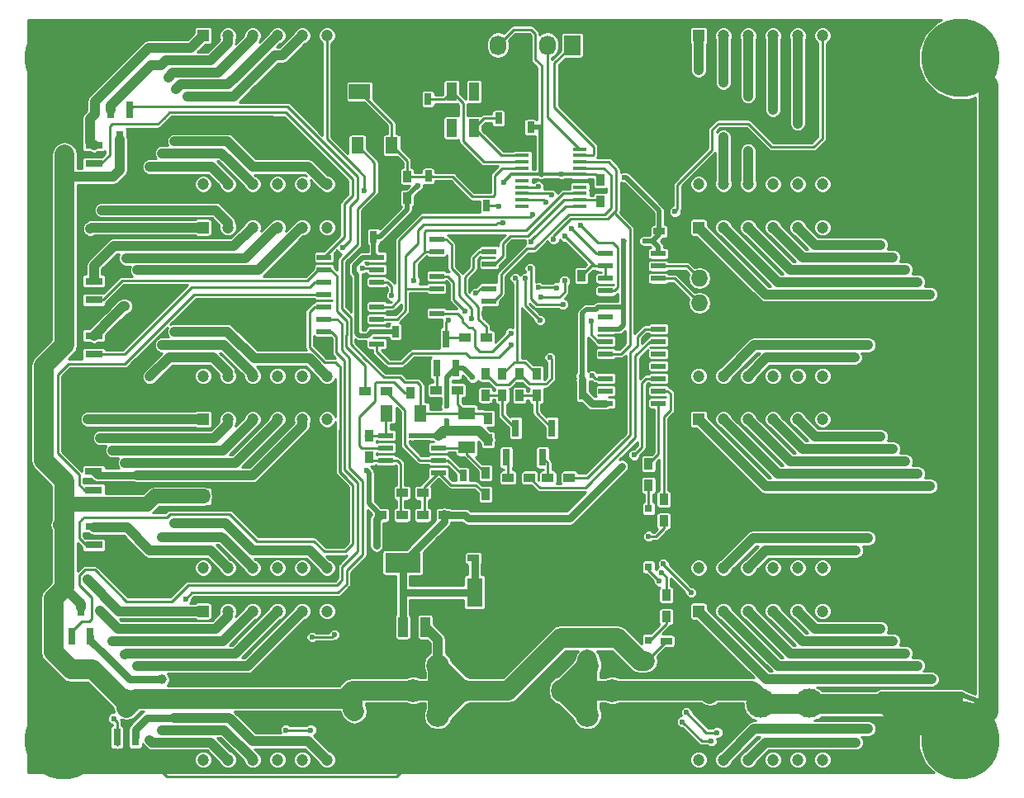
<source format=gbr>
G04 #@! TF.FileFunction,Copper,L1,Top,Signal*
%FSLAX46Y46*%
G04 Gerber Fmt 4.6, Leading zero omitted, Abs format (unit mm)*
G04 Created by KiCad (PCBNEW 4.0.4-1.fc24-product) date Fri Jul 21 09:28:46 2017*
%MOMM*%
%LPD*%
G01*
G04 APERTURE LIST*
%ADD10C,0.100000*%
%ADD11R,1.200000X1.200000*%
%ADD12C,1.200000*%
%ADD13C,8.000000*%
%ADD14R,0.900000X1.200000*%
%ADD15R,3.657600X2.032000*%
%ADD16R,1.016000X2.032000*%
%ADD17R,1.450000X0.450000*%
%ADD18R,1.550000X0.600000*%
%ADD19R,0.750000X1.200000*%
%ADD20R,1.600200X2.999740*%
%ADD21R,1.300480X1.699260*%
%ADD22R,1.699260X1.300480*%
%ADD23R,1.200000X0.750000*%
%ADD24R,0.797560X0.797560*%
%ADD25C,2.349500*%
%ADD26R,1.727200X2.032000*%
%ADD27O,1.727200X2.032000*%
%ADD28R,1.800860X0.800100*%
%ADD29R,0.800100X1.800860*%
%ADD30R,1.200000X0.900000*%
%ADD31R,1.500000X0.600000*%
%ADD32R,1.300000X1.300000*%
%ADD33C,1.300000*%
%ADD34R,1.397000X1.397000*%
%ADD35C,1.397000*%
%ADD36R,2.180000X1.600000*%
%ADD37C,3.000000*%
%ADD38R,1.727200X1.727200*%
%ADD39O,1.727200X1.727200*%
%ADD40R,1.099820X1.899920*%
%ADD41C,1.000000*%
%ADD42C,0.600000*%
%ADD43C,1.000000*%
%ADD44C,0.800000*%
%ADD45C,0.500000*%
%ADD46C,0.254000*%
%ADD47C,0.250000*%
%ADD48C,2.000000*%
%ADD49C,1.500000*%
%ADD50C,0.350000*%
G04 APERTURE END LIST*
D10*
D11*
X118110000Y-65405000D03*
D12*
X120650000Y-65405000D03*
X123190000Y-65405000D03*
X125730000Y-65405000D03*
X128270000Y-65405000D03*
X130810000Y-65405000D03*
X125730000Y-80645000D03*
X128270000Y-80645000D03*
X118110000Y-80645000D03*
X120650000Y-80645000D03*
X130810000Y-80645000D03*
X123190000Y-80645000D03*
D13*
X145000000Y-48000000D03*
X53000000Y-118000000D03*
D14*
X99750000Y-82650000D03*
X99750000Y-80450000D03*
D15*
X87800000Y-99798000D03*
D16*
X87800000Y-106402000D03*
X90086000Y-106402000D03*
X85514000Y-106402000D03*
D17*
X100050000Y-57375000D03*
X100050000Y-58025000D03*
X100050000Y-58675000D03*
X100050000Y-59325000D03*
X100050000Y-59975000D03*
X100050000Y-60625000D03*
X100050000Y-61275000D03*
X100050000Y-61925000D03*
X100050000Y-62575000D03*
X100050000Y-63225000D03*
X105950000Y-63225000D03*
X105950000Y-62575000D03*
X105950000Y-61925000D03*
X105950000Y-61275000D03*
X105950000Y-60625000D03*
X105950000Y-59975000D03*
X105950000Y-59325000D03*
X105950000Y-58675000D03*
X105950000Y-58025000D03*
X105950000Y-57375000D03*
D18*
X108600000Y-68095000D03*
X108600000Y-69365000D03*
X108600000Y-70635000D03*
X108600000Y-71905000D03*
X114000000Y-71905000D03*
X114000000Y-70635000D03*
X114000000Y-69365000D03*
X114000000Y-68095000D03*
D19*
X96400000Y-61300000D03*
X96400000Y-63200000D03*
D20*
X95150000Y-102850360D03*
X95150000Y-107249640D03*
D14*
X114800000Y-103150000D03*
X114800000Y-105350000D03*
D21*
X83149940Y-57000000D03*
X86650060Y-57000000D03*
D22*
X94361000Y-87983060D03*
X94361000Y-84482940D03*
D21*
X86133940Y-84455000D03*
X89634060Y-84455000D03*
D23*
X116700000Y-107850000D03*
X114800000Y-107850000D03*
X112200000Y-65825000D03*
X114100000Y-65825000D03*
D19*
X106225000Y-84400000D03*
X106225000Y-82500000D03*
X84800000Y-64450000D03*
X84800000Y-66350000D03*
X87050000Y-78000000D03*
X87050000Y-76100000D03*
D23*
X93150000Y-99350000D03*
X95050000Y-99350000D03*
D19*
X90400000Y-60150000D03*
X90400000Y-62050000D03*
X97600000Y-52325000D03*
X97600000Y-54225000D03*
X90375000Y-54150000D03*
X90375000Y-52250000D03*
X93980000Y-90871000D03*
X93980000Y-92771000D03*
D24*
X113000000Y-107749300D03*
X113000000Y-106250700D03*
X113000000Y-94250700D03*
X113000000Y-95749300D03*
X113000000Y-100250700D03*
X113000000Y-101749300D03*
D25*
X93939360Y-112903000D03*
X88859360Y-112903000D03*
X104178100Y-112903000D03*
X109258100Y-112903000D03*
X91399360Y-115443000D03*
X91399360Y-110363000D03*
X106718100Y-115443000D03*
X106718100Y-110363000D03*
D26*
X105175000Y-46700000D03*
D27*
X102635000Y-46700000D03*
X100095000Y-46700000D03*
X97555000Y-46700000D03*
D28*
X56111140Y-78420000D03*
X56111140Y-76520000D03*
X53108860Y-77470000D03*
X56101140Y-92350000D03*
X56101140Y-90450000D03*
X53098860Y-91400000D03*
D29*
X58486000Y-117706140D03*
X60386000Y-117706140D03*
X59436000Y-114703860D03*
D28*
X56111140Y-72832000D03*
X56111140Y-70932000D03*
X53108860Y-71882000D03*
D29*
X53850000Y-107373140D03*
X55750000Y-107373140D03*
X54800000Y-104370860D03*
X59751000Y-53362860D03*
X57851000Y-53362860D03*
X58801000Y-56365140D03*
D28*
X56111140Y-97978000D03*
X56111140Y-96078000D03*
X53108860Y-97028000D03*
X56111140Y-58862000D03*
X56111140Y-56962000D03*
X53108860Y-57912000D03*
D14*
X88550000Y-80175000D03*
X88550000Y-82375000D03*
X88250000Y-62375000D03*
X88250000Y-60175000D03*
X106125000Y-70350000D03*
X106125000Y-72550000D03*
X108075000Y-62725000D03*
X108075000Y-60525000D03*
D30*
X91225000Y-82100000D03*
X93425000Y-82100000D03*
D14*
X96520000Y-87206000D03*
X96520000Y-85006000D03*
X84328000Y-88984000D03*
X84328000Y-86784000D03*
X113000000Y-89650000D03*
X113000000Y-91850000D03*
X114550000Y-93325000D03*
X114550000Y-95525000D03*
X96250000Y-82600000D03*
X96250000Y-80400000D03*
X98000000Y-82650000D03*
X98000000Y-80450000D03*
X101500000Y-82650000D03*
X101500000Y-80450000D03*
D31*
X114000000Y-83445000D03*
X114000000Y-82175000D03*
X114000000Y-80905000D03*
X114000000Y-79635000D03*
X114000000Y-78365000D03*
X114000000Y-77095000D03*
X114000000Y-75825000D03*
X114000000Y-74555000D03*
X108600000Y-74555000D03*
X108600000Y-75825000D03*
X108600000Y-77095000D03*
X108600000Y-78365000D03*
X108600000Y-79635000D03*
X108600000Y-80905000D03*
X108600000Y-82175000D03*
X108600000Y-83445000D03*
D18*
X86073000Y-86741000D03*
X86073000Y-88011000D03*
X86073000Y-89281000D03*
X86073000Y-90551000D03*
X91473000Y-90551000D03*
X91473000Y-89281000D03*
X91473000Y-88011000D03*
X91473000Y-86741000D03*
D31*
X79723000Y-68453000D03*
X79723000Y-69723000D03*
X79723000Y-70993000D03*
X79723000Y-72263000D03*
X79723000Y-73533000D03*
X79723000Y-74803000D03*
X79723000Y-76073000D03*
X79723000Y-77343000D03*
X85123000Y-77343000D03*
X85123000Y-76073000D03*
X85123000Y-74803000D03*
X85123000Y-73533000D03*
X85123000Y-72263000D03*
X85123000Y-70993000D03*
X85123000Y-69723000D03*
X85123000Y-68453000D03*
D14*
X96266000Y-92794000D03*
X96266000Y-90594000D03*
D30*
X89832000Y-94932500D03*
X92032000Y-94932500D03*
X92032000Y-92646500D03*
X89832000Y-92646500D03*
X87714000Y-94932500D03*
X85514000Y-94932500D03*
X85514000Y-92646500D03*
X87714000Y-92646500D03*
X86100000Y-82225000D03*
X83900000Y-82225000D03*
X98600000Y-91075000D03*
X100800000Y-91075000D03*
X102675000Y-91075000D03*
X104875000Y-91075000D03*
D32*
X82850000Y-115050000D03*
D33*
X82850000Y-110050000D03*
D32*
X67300000Y-93000000D03*
D33*
X72300000Y-93000000D03*
D34*
X112649000Y-109855000D03*
D35*
X112649000Y-117475000D03*
D36*
X83367830Y-51475420D03*
X74162970Y-51470780D03*
D37*
X124500000Y-114250000D03*
X129500000Y-114250000D03*
X124500000Y-94500000D03*
X129500000Y-94500000D03*
D13*
X145000000Y-118000000D03*
X53000000Y-48000000D03*
D30*
X94150000Y-76675000D03*
X96350000Y-76675000D03*
D29*
X91300000Y-79851140D03*
X93200000Y-79851140D03*
X92250000Y-76848860D03*
X98400000Y-89001140D03*
X100300000Y-89001140D03*
X99350000Y-85998860D03*
X102125000Y-89001140D03*
X104025000Y-89001140D03*
X103075000Y-85998860D03*
D38*
X118200000Y-75700000D03*
D39*
X120740000Y-75700000D03*
X118200000Y-73160000D03*
X120740000Y-73160000D03*
X118200000Y-70620000D03*
X120740000Y-70620000D03*
D31*
X96650000Y-74210000D03*
X96650000Y-72940000D03*
X96650000Y-71670000D03*
X96650000Y-70400000D03*
X96650000Y-69130000D03*
X96650000Y-67860000D03*
X96650000Y-66590000D03*
X91250000Y-66590000D03*
X91250000Y-67860000D03*
X91250000Y-69130000D03*
X91250000Y-70400000D03*
X91250000Y-71670000D03*
X91250000Y-72940000D03*
X91250000Y-74210000D03*
D40*
X95098080Y-55199120D03*
X92801920Y-51500880D03*
X92801920Y-55199120D03*
X95098080Y-51500880D03*
D19*
X100900000Y-53250000D03*
X100900000Y-55150000D03*
D11*
X67310000Y-104775000D03*
D12*
X69850000Y-104775000D03*
X72390000Y-104775000D03*
X74930000Y-104775000D03*
X77470000Y-104775000D03*
X80010000Y-104775000D03*
X74930000Y-120015000D03*
X77470000Y-120015000D03*
X67310000Y-120015000D03*
X69850000Y-120015000D03*
X80010000Y-120015000D03*
X72390000Y-120015000D03*
D11*
X67310000Y-85090000D03*
D12*
X69850000Y-85090000D03*
X72390000Y-85090000D03*
X74930000Y-85090000D03*
X77470000Y-85090000D03*
X80010000Y-85090000D03*
X74930000Y-100330000D03*
X77470000Y-100330000D03*
X67310000Y-100330000D03*
X69850000Y-100330000D03*
X80010000Y-100330000D03*
X72390000Y-100330000D03*
D11*
X67310000Y-65405000D03*
D12*
X69850000Y-65405000D03*
X72390000Y-65405000D03*
X74930000Y-65405000D03*
X77470000Y-65405000D03*
X80010000Y-65405000D03*
X74930000Y-80645000D03*
X77470000Y-80645000D03*
X67310000Y-80645000D03*
X69850000Y-80645000D03*
X80010000Y-80645000D03*
X72390000Y-80645000D03*
D11*
X67310000Y-45720000D03*
D12*
X69850000Y-45720000D03*
X72390000Y-45720000D03*
X74930000Y-45720000D03*
X77470000Y-45720000D03*
X80010000Y-45720000D03*
X74930000Y-60960000D03*
X77470000Y-60960000D03*
X67310000Y-60960000D03*
X69850000Y-60960000D03*
X80010000Y-60960000D03*
X72390000Y-60960000D03*
D11*
X118110000Y-85090000D03*
D12*
X120650000Y-85090000D03*
X123190000Y-85090000D03*
X125730000Y-85090000D03*
X128270000Y-85090000D03*
X130810000Y-85090000D03*
X125730000Y-100330000D03*
X128270000Y-100330000D03*
X118110000Y-100330000D03*
X120650000Y-100330000D03*
X130810000Y-100330000D03*
X123190000Y-100330000D03*
D11*
X118110000Y-104775000D03*
D12*
X120650000Y-104775000D03*
X123190000Y-104775000D03*
X125730000Y-104775000D03*
X128270000Y-104775000D03*
X130810000Y-104775000D03*
X125730000Y-120015000D03*
X128270000Y-120015000D03*
X118110000Y-120015000D03*
X120650000Y-120015000D03*
X130810000Y-120015000D03*
X123190000Y-120015000D03*
D11*
X118110000Y-45720000D03*
D12*
X120650000Y-45720000D03*
X123190000Y-45720000D03*
X125730000Y-45720000D03*
X128270000Y-45720000D03*
X130810000Y-45720000D03*
X125730000Y-60960000D03*
X128270000Y-60960000D03*
X118110000Y-60960000D03*
X120650000Y-60960000D03*
X130810000Y-60960000D03*
X123190000Y-60960000D03*
D41*
X68453000Y-82804000D03*
X72390000Y-74549000D03*
D42*
X72700000Y-82600000D03*
X71400000Y-82600000D03*
X69800000Y-82700000D03*
X53700000Y-86200000D03*
X53700000Y-84400000D03*
X53700000Y-83000000D03*
X53700000Y-81600000D03*
X70700000Y-111800000D03*
X73400000Y-111500000D03*
X74800000Y-111000000D03*
D41*
X109664000Y-110190000D03*
D42*
X97300000Y-110400000D03*
X96700000Y-108900000D03*
X98400000Y-108900000D03*
X111800000Y-62650000D03*
X87100000Y-110750000D03*
X96850000Y-107200000D03*
X85450000Y-108750000D03*
X85100000Y-109950000D03*
X110998000Y-61976000D03*
X100076000Y-69342000D03*
X101092000Y-68326000D03*
X97028000Y-75184000D03*
X82296000Y-71882000D03*
X90170000Y-81026000D03*
X83820000Y-77724000D03*
X83820000Y-75692000D03*
D41*
X99060000Y-67564000D03*
D42*
X78875000Y-47425000D03*
D41*
X63309500Y-120713500D03*
X74993500Y-109474000D03*
D42*
X111450000Y-104125000D03*
X80400000Y-78600000D03*
X112150000Y-73125000D03*
X107575000Y-72900000D03*
X94725000Y-66575000D03*
X86300000Y-61900000D03*
X91675000Y-62100000D03*
X95350000Y-60225000D03*
X103825000Y-61075000D03*
D41*
X115290600Y-115109000D03*
D42*
X89875000Y-70875000D03*
D41*
X89000000Y-72975000D03*
X119278400Y-95237300D03*
X119202200Y-93649800D03*
X119240300Y-91922600D03*
X52895000Y-53548000D03*
X51752000Y-55580000D03*
X49974000Y-57866000D03*
X50038000Y-55580000D03*
X49974000Y-53548000D03*
X119634000Y-109474000D03*
X120396000Y-115570000D03*
X115062000Y-110236000D03*
X50038000Y-103632000D03*
X50038000Y-101346000D03*
X50038000Y-106426000D03*
X50038000Y-109220000D03*
X117983000Y-98171000D03*
X130429000Y-102489000D03*
X77343000Y-68199000D03*
X65786000Y-62357000D03*
X65595500Y-101282500D03*
X127762000Y-75742800D03*
X143332200Y-98463100D03*
X143332200Y-96672400D03*
X143243300Y-93408500D03*
X143306800Y-94970600D03*
X76073000Y-95351600D03*
X76098400Y-93929200D03*
X75996800Y-92481400D03*
X81737200Y-94996000D03*
X81711800Y-92329000D03*
X81762600Y-93624400D03*
X86563200Y-93853000D03*
X91059000Y-93675200D03*
D42*
X94950000Y-80800000D03*
X92275000Y-83775000D03*
X85090000Y-98044000D03*
X84050000Y-90325000D03*
X100330000Y-70612000D03*
X101854000Y-74930000D03*
X98875000Y-76250000D03*
X92325000Y-85225000D03*
X97600000Y-63250000D03*
X88700000Y-86750000D03*
X110425000Y-66800000D03*
X112600000Y-66800000D03*
X110236000Y-89916000D03*
X106172000Y-81026000D03*
X110500000Y-60275000D03*
X104075000Y-59950000D03*
X98125000Y-60750000D03*
X89300000Y-61125000D03*
X114300000Y-100800000D03*
X111500000Y-88750000D03*
X114500000Y-99900000D03*
X117348000Y-102870000D03*
X116459000Y-116128800D03*
X119430800Y-118110000D03*
X116865400Y-115163600D03*
X120015000Y-117221000D03*
X115697000Y-63792100D03*
D41*
X55498500Y-101554000D03*
X55750000Y-54250000D03*
X141859000Y-91948000D03*
X141859000Y-72263000D03*
X141986000Y-111760000D03*
X118110000Y-49276000D03*
X55499000Y-85090000D03*
X55753000Y-65532000D03*
X56768500Y-104729000D03*
X63000000Y-48750000D03*
X56769000Y-86995000D03*
X56953002Y-63627000D03*
X140589000Y-90678000D03*
X140589000Y-70993000D03*
X140589000Y-110363000D03*
X120650000Y-50546000D03*
X63750000Y-50000000D03*
X58039000Y-88265000D03*
X58166000Y-67310000D03*
X139319000Y-89408000D03*
X139319000Y-69723000D03*
X139319000Y-109093000D03*
X123190000Y-51943000D03*
X58039000Y-107823000D03*
X59308500Y-73487000D03*
X64500000Y-51250000D03*
X59309000Y-89535000D03*
X138049000Y-88138000D03*
X138049000Y-68453000D03*
X138049000Y-107823000D03*
X125730000Y-53340000D03*
X59309000Y-109220000D03*
X59436000Y-68580000D03*
X65750000Y-52000000D03*
X136779000Y-86868000D03*
X136779000Y-67183000D03*
X136779000Y-106553000D03*
X128270000Y-54737000D03*
X60579000Y-110363000D03*
X60579000Y-90805000D03*
X60579000Y-69780002D03*
D42*
X83858100Y-61633100D03*
D41*
X61848500Y-80726000D03*
X61849000Y-98552000D03*
X61849000Y-117983000D03*
X61849000Y-59182000D03*
X135509000Y-97282000D03*
X135509000Y-77470000D03*
X135509000Y-116840000D03*
X120650000Y-56134000D03*
X64389000Y-115697000D03*
X64389000Y-95758000D03*
X64389000Y-76073000D03*
X64389000Y-56584998D03*
X63100000Y-111800000D03*
X63119000Y-97155000D03*
X63119000Y-57785000D03*
X63119000Y-77470000D03*
X134239000Y-98552000D03*
X134112000Y-78740000D03*
X134239000Y-118237000D03*
X123190000Y-57531000D03*
X63119000Y-116967000D03*
D42*
X78486000Y-107442000D03*
X80772000Y-107188000D03*
X75819000Y-116967000D03*
X78359000Y-116967000D03*
X104425000Y-66325000D03*
X101700000Y-61200000D03*
X102870000Y-78740000D03*
X99314000Y-70612000D03*
X102425000Y-62800000D03*
X105050000Y-65525000D03*
X106025000Y-65200000D03*
X103075000Y-62100000D03*
X104200000Y-73300000D03*
X107100000Y-75000000D03*
X100838000Y-69596000D03*
X100950000Y-66900000D03*
X98025000Y-64975000D03*
X86650000Y-72400000D03*
X88950000Y-70850000D03*
X103250000Y-66600000D03*
X101125000Y-64075000D03*
X113000000Y-97100000D03*
X114100000Y-101700000D03*
X101975000Y-72575000D03*
X104375000Y-70900000D03*
X95250000Y-72175000D03*
X94875000Y-74775000D03*
X94200000Y-73975000D03*
X92456000Y-74930000D03*
X101725000Y-71575000D03*
X103600000Y-71600000D03*
X107200000Y-80600000D03*
X98875000Y-77475000D03*
X58150000Y-115800000D03*
X65532000Y-103505000D03*
X83642200Y-69596000D03*
X81635600Y-67513200D03*
D43*
X67299998Y-49549998D02*
X68250000Y-49549998D01*
X67250000Y-49500000D02*
X67299998Y-49549998D01*
X66250000Y-50750000D02*
X67000000Y-50750000D01*
D44*
X112977204Y-105726692D02*
X112977204Y-105727904D01*
X112977204Y-105727904D02*
X113000000Y-105750700D01*
X113000000Y-105750700D02*
X113000000Y-106250700D01*
X68453000Y-82804000D02*
X69696000Y-82804000D01*
X71400000Y-82600000D02*
X72700000Y-82600000D01*
X69696000Y-82804000D02*
X69800000Y-82700000D01*
X53700000Y-84400000D02*
X53700000Y-86200000D01*
X53600000Y-81700000D02*
X53700000Y-83000000D01*
X53700000Y-81600000D02*
X53600000Y-81700000D01*
X74993500Y-109474000D02*
X74993500Y-110806500D01*
X73100000Y-111800000D02*
X70700000Y-111800000D01*
X73400000Y-111500000D02*
X73100000Y-111800000D01*
X74993500Y-110806500D02*
X74800000Y-111000000D01*
D45*
X106125000Y-72550000D02*
X107225000Y-72550000D01*
X107225000Y-72550000D02*
X107575000Y-72900000D01*
X112150000Y-73125000D02*
X114000000Y-73125000D01*
X114100000Y-73100000D02*
X114000000Y-73100000D01*
X114025000Y-73100000D02*
X114100000Y-73100000D01*
X114000000Y-73125000D02*
X114025000Y-73100000D01*
X114000000Y-71905000D02*
X114000000Y-73100000D01*
X114000000Y-73100000D02*
X114000000Y-74555000D01*
X112200000Y-65825000D02*
X111800000Y-66225000D01*
X112405000Y-71905000D02*
X114000000Y-71905000D01*
X111800000Y-71300000D02*
X112405000Y-71905000D01*
X111800000Y-66225000D02*
X111800000Y-71300000D01*
X106225000Y-84400000D02*
X105700000Y-84400000D01*
X105100000Y-73575000D02*
X106125000Y-72550000D01*
X105100000Y-83800000D02*
X105100000Y-73575000D01*
X105700000Y-84400000D02*
X105100000Y-83800000D01*
X108600000Y-79635000D02*
X109360000Y-79635000D01*
X109360000Y-79635000D02*
X110100000Y-80375000D01*
X110100000Y-80375000D02*
X110100000Y-84100000D01*
X110100000Y-84100000D02*
X109800000Y-84400000D01*
X109800000Y-84400000D02*
X106225000Y-84400000D01*
D44*
X96700000Y-107350000D02*
X96700000Y-108900000D01*
X98400000Y-108900000D02*
X98400000Y-109300000D01*
X97300000Y-110400000D02*
X98400000Y-109300000D01*
X96700000Y-107350000D02*
X96850000Y-107200000D01*
X110998000Y-61976000D02*
X111126000Y-61976000D01*
X111800000Y-62650000D02*
X111800000Y-62778000D01*
X111126000Y-61976000D02*
X111800000Y-62650000D01*
D43*
X96850000Y-107200000D02*
X96800360Y-107249640D01*
X96800360Y-107249640D02*
X95150000Y-107249640D01*
X85450000Y-109600000D02*
X85450000Y-108750000D01*
X85100000Y-109950000D02*
X85450000Y-109600000D01*
D44*
X112200000Y-65825000D02*
X112200000Y-63178000D01*
X112200000Y-63178000D02*
X111800000Y-62778000D01*
D46*
X97494000Y-74210000D02*
X96650000Y-74210000D01*
X98552000Y-73152000D02*
X97494000Y-74210000D01*
X98552000Y-70358000D02*
X98552000Y-73152000D01*
X99568000Y-69342000D02*
X98552000Y-70358000D01*
X100076000Y-69342000D02*
X99568000Y-69342000D01*
X103722500Y-68997500D02*
X103051000Y-68326000D01*
X103722500Y-68997500D02*
X105200000Y-70475000D01*
X105200000Y-70475000D02*
X105200000Y-71625000D01*
X105200000Y-71625000D02*
X106125000Y-72550000D01*
X103051000Y-68326000D02*
X101092000Y-68326000D01*
X96650000Y-74210000D02*
X97028000Y-74588000D01*
X97028000Y-74588000D02*
X97028000Y-75184000D01*
X96862000Y-74422000D02*
X96650000Y-74210000D01*
X84800000Y-64450000D02*
X83820000Y-65430000D01*
X82042000Y-71628000D02*
X82296000Y-71882000D01*
X82042000Y-69088000D02*
X82042000Y-71628000D01*
X83820000Y-67310000D02*
X82042000Y-69088000D01*
X83820000Y-65430000D02*
X83820000Y-67310000D01*
X90170000Y-81026000D02*
X89319000Y-80175000D01*
X89319000Y-80175000D02*
X88550000Y-80175000D01*
X88550000Y-80175000D02*
X86017000Y-80175000D01*
X86017000Y-80175000D02*
X83820000Y-77978000D01*
X83820000Y-77978000D02*
X83820000Y-77724000D01*
X85123000Y-72263000D02*
X84201000Y-72263000D01*
X83820000Y-72644000D02*
X83820000Y-75692000D01*
X84201000Y-72263000D02*
X83820000Y-72644000D01*
X96650000Y-70400000D02*
X96986000Y-70400000D01*
X96986000Y-70400000D02*
X99060000Y-68326000D01*
X99060000Y-68326000D02*
X99060000Y-67564000D01*
X74162970Y-51470780D02*
X74829220Y-51470780D01*
X74829220Y-51470780D02*
X78875000Y-47425000D01*
X74112300Y-54457600D02*
X74112300Y-55697300D01*
X59944000Y-59309000D02*
X64008000Y-55245000D01*
X64008000Y-55245000D02*
X70358000Y-55245000D01*
X70358000Y-55245000D02*
X71882000Y-56769000D01*
X71882000Y-56769000D02*
X75184000Y-56769000D01*
X59944000Y-59309000D02*
X59944000Y-62420500D01*
X74112300Y-55697300D02*
X75184000Y-56769000D01*
X93980000Y-92771000D02*
X93980000Y-92930000D01*
X93980000Y-92930000D02*
X95325000Y-94275000D01*
X99700000Y-89601140D02*
X100300000Y-89001140D01*
X99700000Y-93800000D02*
X99700000Y-89601140D01*
X99225000Y-94275000D02*
X99700000Y-93800000D01*
X95325000Y-94275000D02*
X99225000Y-94275000D01*
X95150000Y-107249640D02*
X97174640Y-105225000D01*
X94650000Y-97850000D02*
X93150000Y-99350000D01*
X95950000Y-97850000D02*
X94650000Y-97850000D01*
X97174640Y-99074640D02*
X95950000Y-97850000D01*
X97174640Y-105225000D02*
X97174640Y-99074640D01*
X82850000Y-110050000D02*
X82850000Y-109066000D01*
X82850000Y-109066000D02*
X85514000Y-106402000D01*
X82850000Y-110050000D02*
X75569500Y-110050000D01*
D44*
X63182500Y-120840500D02*
X63309500Y-120713500D01*
X63182500Y-120840500D02*
X58610000Y-120840500D01*
D46*
X75569500Y-110050000D02*
X74993500Y-109474000D01*
X112649000Y-117475000D02*
X112924600Y-117475000D01*
X112924600Y-117475000D02*
X115290600Y-115109000D01*
X116700000Y-107850000D02*
X118010000Y-107850000D01*
X118010000Y-107850000D02*
X119634000Y-109474000D01*
X113000000Y-102049300D02*
X113000000Y-101900000D01*
X113000000Y-101900000D02*
X112925000Y-101975000D01*
X112977204Y-105726692D02*
X111575700Y-104250700D01*
X111575700Y-104250700D02*
X111450000Y-104125000D01*
X109360000Y-79635000D02*
X110100000Y-80375000D01*
X106350000Y-84525000D02*
X106225000Y-84400000D01*
X87050000Y-78000000D02*
X89200000Y-75850000D01*
X79723000Y-77343000D02*
X79723000Y-77923000D01*
X79723000Y-77923000D02*
X80400000Y-78600000D01*
X89200000Y-72940000D02*
X89200000Y-75850000D01*
X96765000Y-74325000D02*
X96650000Y-74210000D01*
X107575000Y-72900000D02*
X107225000Y-72550000D01*
X96650000Y-66590000D02*
X94740000Y-66590000D01*
X94740000Y-66590000D02*
X94725000Y-66575000D01*
X84800000Y-64450000D02*
X84800000Y-63400000D01*
X84800000Y-63400000D02*
X86300000Y-61900000D01*
X91625000Y-62050000D02*
X90400000Y-62050000D01*
X91675000Y-62100000D02*
X91625000Y-62050000D01*
X95012500Y-59887500D02*
X94987500Y-59887500D01*
X95350000Y-60225000D02*
X95012500Y-59887500D01*
X100095000Y-46700000D02*
X100095000Y-49830000D01*
X100095000Y-49830000D02*
X97600000Y-52325000D01*
X120740000Y-70620000D02*
X120740000Y-73160000D01*
X120740000Y-73160000D02*
X120740000Y-75700000D01*
X120740000Y-75700000D02*
X118200000Y-75700000D01*
X118200000Y-75700000D02*
X117055000Y-74555000D01*
X117055000Y-74555000D02*
X114000000Y-74555000D01*
X106125000Y-72550000D02*
X106400000Y-72825000D01*
X90375000Y-54150000D02*
X90375000Y-55275000D01*
X90375000Y-55275000D02*
X94987500Y-59887500D01*
X94987500Y-59887500D02*
X96400000Y-61300000D01*
X97600000Y-52325000D02*
X97600000Y-50850000D01*
X88925000Y-52700000D02*
X90375000Y-54150000D01*
X88925000Y-50500000D02*
X88925000Y-52700000D01*
X89975000Y-49450000D02*
X88925000Y-50500000D01*
X96200000Y-49450000D02*
X89975000Y-49450000D01*
X97600000Y-50850000D02*
X96200000Y-49450000D01*
X100050000Y-57375000D02*
X100050000Y-54775000D01*
X100050000Y-54775000D02*
X97600000Y-52325000D01*
X105950000Y-60625000D02*
X104275000Y-60625000D01*
X104275000Y-60625000D02*
X103825000Y-61075000D01*
X115200000Y-115199600D02*
X115290600Y-115109000D01*
X104025000Y-89001140D02*
X104025000Y-86600000D01*
X104025000Y-86600000D02*
X106225000Y-84400000D01*
X104025000Y-89001140D02*
X104025000Y-88400000D01*
X104025000Y-88400000D02*
X103075000Y-87450000D01*
X103075000Y-87450000D02*
X100825000Y-87450000D01*
X100825000Y-87450000D02*
X100300000Y-87975000D01*
X100300000Y-87975000D02*
X100300000Y-89001140D01*
X91250000Y-69130000D02*
X90370000Y-69130000D01*
X89875000Y-69625000D02*
X89875000Y-70875000D01*
X90370000Y-69130000D02*
X89875000Y-69625000D01*
D44*
X89035000Y-72940000D02*
X89200000Y-72940000D01*
X89200000Y-72940000D02*
X91250000Y-72940000D01*
X89000000Y-72975000D02*
X89035000Y-72940000D01*
X144300000Y-77978000D02*
X139278000Y-83000000D01*
X116000000Y-88682300D02*
X119240300Y-91922600D01*
X116000000Y-88500000D02*
X116000000Y-88682300D01*
X116000000Y-83800000D02*
X116000000Y-88500000D01*
X116800000Y-83000000D02*
X116000000Y-83800000D01*
X117000000Y-83000000D02*
X116800000Y-83000000D01*
X139278000Y-83000000D02*
X117000000Y-83000000D01*
D46*
X118033800Y-93129100D02*
X119240300Y-91922600D01*
X117991540Y-93829100D02*
X118033800Y-93129100D01*
X117991540Y-93829100D02*
X117900100Y-93829100D01*
X119278400Y-93726000D02*
X119278400Y-95237300D01*
X119202200Y-93649800D02*
X119278400Y-93726000D01*
X52750000Y-48250000D02*
X49974000Y-51026000D01*
X49974000Y-51026000D02*
X49974000Y-53548000D01*
X51752000Y-54691000D02*
X52895000Y-53548000D01*
X51752000Y-55580000D02*
X51752000Y-54691000D01*
X50038000Y-57802000D02*
X49974000Y-57866000D01*
X50038000Y-55580000D02*
X50038000Y-57802000D01*
X52750000Y-48250000D02*
X55453000Y-45547000D01*
D45*
X120759200Y-75742800D02*
X127762000Y-75742800D01*
X120683000Y-75819000D02*
X120759200Y-75742800D01*
D46*
X119634000Y-109474000D02*
X118872000Y-110236000D01*
D47*
X119020000Y-115570000D02*
X120396000Y-115570000D01*
D46*
X100914200Y-121285000D02*
X102870000Y-119329200D01*
X93853000Y-121285000D02*
X100914200Y-121285000D01*
X92837000Y-120269000D02*
X93853000Y-121285000D01*
X88582500Y-120269000D02*
X92837000Y-120269000D01*
X87122000Y-121729500D02*
X88582500Y-120269000D01*
X63563500Y-121729500D02*
X87122000Y-121729500D01*
X62674500Y-120840500D02*
X63563500Y-121729500D01*
X57658000Y-120840500D02*
X62674500Y-120840500D01*
X115200000Y-115199600D02*
X116099600Y-114300000D01*
X116099600Y-114300000D02*
X117750000Y-114300000D01*
D44*
X102870000Y-119329200D02*
X102920800Y-119380000D01*
X102920800Y-119380000D02*
X111019600Y-119380000D01*
X111019600Y-119380000D02*
X115290600Y-115109000D01*
X58610000Y-120840500D02*
X57658000Y-120840500D01*
D47*
X117750000Y-114300000D02*
X119020000Y-115570000D01*
D46*
X118872000Y-110236000D02*
X115062000Y-110236000D01*
X57244750Y-73709250D02*
X57530500Y-73423500D01*
X56332500Y-74621500D02*
X57244750Y-73709250D01*
X54791500Y-74621500D02*
X56332500Y-74621500D01*
X57530500Y-73423500D02*
X57911500Y-73423500D01*
X57911500Y-73423500D02*
X59054500Y-72280500D01*
X59054500Y-72280500D02*
X60832500Y-72280500D01*
X49974500Y-111206000D02*
X50736000Y-111206000D01*
X58610000Y-120985000D02*
X58610000Y-120840500D01*
X58465500Y-120840500D02*
X58610000Y-120985000D01*
X58338500Y-120840500D02*
X58465500Y-120840500D01*
X57467000Y-119969000D02*
X58338500Y-120840500D01*
X57467000Y-115270000D02*
X57467000Y-119969000D01*
X54800000Y-112603000D02*
X57467000Y-115270000D01*
X52133000Y-112603000D02*
X54800000Y-112603000D01*
X50736000Y-111206000D02*
X52133000Y-112603000D01*
X50038000Y-109220000D02*
X49974500Y-109283500D01*
X50038000Y-102362000D02*
X50038000Y-103632000D01*
X50038000Y-102362000D02*
X50038000Y-101346000D01*
X50038000Y-106426000D02*
X50038000Y-109220000D01*
X49974500Y-109283500D02*
X49974500Y-111206000D01*
X129500000Y-94500000D02*
X124500000Y-94500000D01*
X124500000Y-94500000D02*
X125000000Y-95000000D01*
X125000000Y-95000000D02*
X127000000Y-95000000D01*
X127000000Y-95000000D02*
X127000000Y-94970600D01*
X65786000Y-62357000D02*
X65913000Y-62484000D01*
X70104000Y-62484000D02*
X70612000Y-62992000D01*
X65913000Y-62484000D02*
X70104000Y-62484000D01*
X119278400Y-95237300D02*
X117983000Y-96532700D01*
X117983000Y-96532700D02*
X117983000Y-98171000D01*
X143332200Y-98463100D02*
X139306300Y-102489000D01*
X139306300Y-102489000D02*
X130429000Y-102489000D01*
X55213250Y-63150750D02*
X55943500Y-62420500D01*
X60452000Y-62230000D02*
X65659000Y-62230000D01*
X65659000Y-62230000D02*
X65786000Y-62357000D01*
X60261500Y-62420500D02*
X60452000Y-62230000D01*
X55943500Y-62420500D02*
X59944000Y-62420500D01*
X59944000Y-62420500D02*
X60261500Y-62420500D01*
X54737000Y-71882000D02*
X57023000Y-71882000D01*
X58420000Y-70485000D02*
X58420000Y-70104000D01*
X57023000Y-71882000D02*
X58420000Y-70485000D01*
X54737000Y-67564000D02*
X55880000Y-67564000D01*
X54737000Y-74676000D02*
X54791500Y-74621500D01*
X54791500Y-74621500D02*
X54864000Y-74549000D01*
X55245000Y-63119000D02*
X55213250Y-63150750D01*
X55213250Y-63150750D02*
X54737000Y-63627000D01*
X54737000Y-63627000D02*
X54737000Y-67564000D01*
X54737000Y-67564000D02*
X54737000Y-71882000D01*
X54737000Y-71882000D02*
X54737000Y-74676000D01*
X63881000Y-101282500D02*
X63436500Y-100838000D01*
X65595500Y-101282500D02*
X63881000Y-101282500D01*
D44*
X74162970Y-51470780D02*
X74754520Y-51470780D01*
X119278400Y-95237300D02*
X119545100Y-94970600D01*
X143332200Y-98488500D02*
X143383000Y-98539300D01*
X143332200Y-98463100D02*
X143332200Y-98488500D01*
X143243300Y-96583500D02*
X143332200Y-96672400D01*
X143243300Y-93408500D02*
X143243300Y-96583500D01*
X119545100Y-94970600D02*
X127000000Y-94970600D01*
X127000000Y-94970600D02*
X143306800Y-94970600D01*
D45*
X144300000Y-77978000D02*
X144018000Y-77978000D01*
X127762000Y-75742800D02*
X141782800Y-75742800D01*
X141782800Y-75742800D02*
X144018000Y-77978000D01*
D46*
X79723000Y-77343000D02*
X79959200Y-77343000D01*
D44*
X76098400Y-93929200D02*
X76098400Y-95326200D01*
X76098400Y-95326200D02*
X76073000Y-95351600D01*
X81762600Y-93624400D02*
X81457800Y-93929200D01*
X81457800Y-93929200D02*
X76098400Y-93929200D01*
X75996800Y-92481400D02*
X76022200Y-92506800D01*
X81762600Y-93624400D02*
X81762600Y-94970600D01*
X81762600Y-94970600D02*
X81737200Y-94996000D01*
D46*
X85514000Y-92646500D02*
X85514000Y-92803800D01*
X85514000Y-92803800D02*
X86563200Y-93853000D01*
X92032000Y-92646500D02*
X92032000Y-92702200D01*
X92032000Y-92702200D02*
X91059000Y-93675200D01*
D47*
X91882000Y-92646500D02*
X92006500Y-92771000D01*
X92006500Y-92771000D02*
X93980000Y-92771000D01*
X85664000Y-92646500D02*
X86073000Y-92237500D01*
X86073000Y-92237500D02*
X86073000Y-90551000D01*
D48*
X112649000Y-109855000D02*
X112155000Y-109855000D01*
X112155000Y-109855000D02*
X109825000Y-107525000D01*
X109825000Y-107525000D02*
X107250000Y-107525000D01*
D49*
X53108860Y-93800000D02*
X61600000Y-93800000D01*
X62400000Y-93000000D02*
X67300000Y-93000000D01*
X61600000Y-93800000D02*
X62400000Y-93000000D01*
D48*
X53108860Y-75700000D02*
X53108860Y-77470000D01*
X53098860Y-91400000D02*
X51000000Y-89301140D01*
X51000000Y-89301140D02*
X51000000Y-79578860D01*
X51000000Y-79578860D02*
X53108860Y-77470000D01*
X53098860Y-91400000D02*
X53108860Y-91410000D01*
X53108860Y-91410000D02*
X53108860Y-93800000D01*
X53108860Y-93800000D02*
X53108860Y-96012000D01*
D45*
X94001140Y-79851140D02*
X93200000Y-79851140D01*
X94950000Y-80800000D02*
X94001140Y-79851140D01*
D43*
X91399360Y-110363000D02*
X91399360Y-107715360D01*
X91399360Y-107715360D02*
X90086000Y-106402000D01*
D45*
X92275000Y-83775000D02*
X92300000Y-83750000D01*
X92300000Y-83750000D02*
X92300000Y-80751140D01*
X92300000Y-80751140D02*
X93200000Y-79851140D01*
X92202000Y-86012000D02*
X92325000Y-85889000D01*
X92325000Y-85889000D02*
X92325000Y-85225000D01*
X88700000Y-86750000D02*
X88709000Y-86741000D01*
X88709000Y-86741000D02*
X91473000Y-86741000D01*
X84050000Y-90325000D02*
X84328000Y-90603000D01*
X84328000Y-93746500D02*
X85514000Y-94932500D01*
X84328000Y-90603000D02*
X84328000Y-93746500D01*
D44*
X85090000Y-98044000D02*
X85090000Y-95356500D01*
X85090000Y-95356500D02*
X85514000Y-94932500D01*
D46*
X85090000Y-95356500D02*
X85514000Y-94932500D01*
X100330000Y-73406000D02*
X100838000Y-73914000D01*
X100330000Y-70612000D02*
X100330000Y-73406000D01*
X100838000Y-73914000D02*
X101854000Y-74930000D01*
X91250000Y-74210000D02*
X93435000Y-74210000D01*
X98850000Y-76250000D02*
X98875000Y-76250000D01*
X96975000Y-78125000D02*
X97737500Y-77362500D01*
X95675000Y-78125000D02*
X96975000Y-78125000D01*
X95225000Y-77675000D02*
X95675000Y-78125000D01*
X95225000Y-76025000D02*
X95225000Y-77675000D01*
X94900000Y-75700000D02*
X95225000Y-76025000D01*
X94575000Y-75700000D02*
X94900000Y-75700000D01*
X93950000Y-75075000D02*
X94575000Y-75700000D01*
X93950000Y-74725000D02*
X93950000Y-75075000D01*
X97737500Y-77362500D02*
X98850000Y-76250000D01*
X93435000Y-74210000D02*
X93950000Y-74725000D01*
X92202000Y-86012000D02*
X91955600Y-86258400D01*
X92325000Y-85225000D02*
X92325000Y-85889000D01*
X96400000Y-63200000D02*
X97550000Y-63200000D01*
X97550000Y-63200000D02*
X97600000Y-63250000D01*
X91473000Y-86741000D02*
X91464000Y-86750000D01*
X91464000Y-86750000D02*
X88700000Y-86750000D01*
X112649000Y-109855000D02*
X112795000Y-109855000D01*
X112795000Y-109855000D02*
X114800000Y-107850000D01*
D48*
X107250000Y-107525000D02*
X107250000Y-107518200D01*
X82850000Y-115050000D02*
X82690000Y-114890000D01*
X82690000Y-114890000D02*
X82690000Y-112903000D01*
X59436000Y-114703860D02*
X60389860Y-113750000D01*
X85318600Y-112903000D02*
X82690000Y-112903000D01*
X85318600Y-112903000D02*
X88859360Y-112903000D01*
X81843000Y-113750000D02*
X82690000Y-112903000D01*
X60389860Y-113750000D02*
X81843000Y-113750000D01*
X91399360Y-115443000D02*
X93939360Y-112903000D01*
X93939360Y-112903000D02*
X91399360Y-110363000D01*
X93939360Y-112903000D02*
X98602800Y-112903000D01*
X103987600Y-107518200D02*
X104800000Y-107518200D01*
X104800000Y-107518200D02*
X107250000Y-107518200D01*
X98602800Y-112903000D02*
X103987600Y-107518200D01*
X93939360Y-112903000D02*
X88859360Y-112903000D01*
X91399360Y-115443000D02*
X91399360Y-110363000D01*
D43*
X91473000Y-86741000D02*
X91955600Y-86258400D01*
X95572400Y-86258400D02*
X96520000Y-87206000D01*
X91955600Y-86258400D02*
X95199200Y-86258400D01*
X95199200Y-86258400D02*
X95572400Y-86258400D01*
X53108860Y-60210700D02*
X58106800Y-60210700D01*
X58801000Y-59516500D02*
X58801000Y-56365140D01*
X58106800Y-60210700D02*
X58801000Y-59516500D01*
X54800000Y-104082280D02*
X53108860Y-102391140D01*
X54800000Y-104370860D02*
X54800000Y-104082280D01*
D48*
X59436000Y-113792000D02*
X59042000Y-113792000D01*
X59042000Y-113792000D02*
X56000000Y-110750000D01*
X56000000Y-110750000D02*
X53750000Y-110750000D01*
X53750000Y-110750000D02*
X51998860Y-108998860D01*
X51998860Y-108998860D02*
X51998860Y-107250000D01*
X51998860Y-107250000D02*
X51998860Y-103501140D01*
X53108860Y-102391140D02*
X53108860Y-99468940D01*
X51998860Y-103501140D02*
X53108860Y-102391140D01*
X53108860Y-60210700D02*
X53108860Y-57912000D01*
X59436000Y-114703860D02*
X59436000Y-113792000D01*
D43*
X53108860Y-97028000D02*
X53108860Y-99468940D01*
X53035200Y-99542600D02*
X53108860Y-99542600D01*
X53108860Y-99468940D02*
X53035200Y-99542600D01*
D45*
X53108860Y-71882000D02*
X53108860Y-73047860D01*
X53108860Y-73047860D02*
X53108860Y-74622660D01*
D48*
X53108860Y-95935800D02*
X53108860Y-99542600D01*
X52933600Y-95935800D02*
X53108860Y-95935800D01*
X53032660Y-95935800D02*
X52933600Y-95935800D01*
X53108860Y-96012000D02*
X53032660Y-95935800D01*
X53108860Y-60210700D02*
X53108860Y-74622660D01*
X53108860Y-74622660D02*
X53108860Y-75700000D01*
D45*
X100900000Y-55150000D02*
X100950000Y-55100000D01*
X100950000Y-55100000D02*
X101950000Y-55100000D01*
X101950000Y-55100000D02*
X101950000Y-59975000D01*
X101950000Y-59975000D02*
X101975000Y-59975000D01*
X101975000Y-59975000D02*
X102000000Y-60000000D01*
X102000000Y-60000000D02*
X102000000Y-59975000D01*
X85123000Y-76073000D02*
X84627000Y-76073000D01*
X84627000Y-76073000D02*
X84200000Y-76500000D01*
X83647000Y-68453000D02*
X85123000Y-68453000D01*
X82800000Y-69300000D02*
X83647000Y-68453000D01*
X82800000Y-70000000D02*
X82800000Y-69300000D01*
X83100000Y-70300000D02*
X82800000Y-70000000D01*
X83100000Y-71000000D02*
X83100000Y-70300000D01*
X83100000Y-76262998D02*
X83100000Y-71000000D01*
X83337002Y-76500000D02*
X83100000Y-76262998D01*
X84200000Y-76500000D02*
X83337002Y-76500000D01*
X87050000Y-76100000D02*
X85150000Y-76100000D01*
X85150000Y-76100000D02*
X85123000Y-76073000D01*
X84800000Y-66350000D02*
X85450000Y-66350000D01*
X88250000Y-63550000D02*
X88250000Y-62375000D01*
X85450000Y-66350000D02*
X88250000Y-63550000D01*
X85123000Y-68453000D02*
X84800000Y-68130000D01*
X84800000Y-68130000D02*
X84800000Y-66350000D01*
X89300000Y-61125000D02*
X88250000Y-62175000D01*
X88250000Y-62175000D02*
X88250000Y-62375000D01*
D50*
X98125000Y-60750000D02*
X98900000Y-59975000D01*
X98900000Y-59975000D02*
X100050000Y-59975000D01*
X105950000Y-59975000D02*
X102000000Y-59975000D01*
X102000000Y-59975000D02*
X100050000Y-59975000D01*
D45*
X114100000Y-65825000D02*
X114100000Y-63700000D01*
X110675000Y-60275000D02*
X110500000Y-60275000D01*
X114100000Y-63700000D02*
X110675000Y-60275000D01*
X114000000Y-68095000D02*
X114000000Y-67400000D01*
X114000000Y-67400000D02*
X113400000Y-66800000D01*
X114100000Y-65825000D02*
X114100000Y-66100000D01*
X114100000Y-66100000D02*
X113400000Y-66800000D01*
X113400000Y-66800000D02*
X112600000Y-66800000D01*
X110425000Y-73600000D02*
X110425000Y-66912998D01*
X110537998Y-66800000D02*
X110425000Y-66800000D01*
X110425000Y-66912998D02*
X110537998Y-66800000D01*
X108600000Y-75825000D02*
X110000000Y-75825000D01*
X110000000Y-75825000D02*
X110425000Y-75400000D01*
X110425000Y-75400000D02*
X110425000Y-73600000D01*
X110425000Y-73600000D02*
X107800000Y-73600000D01*
X106200000Y-80998000D02*
X106172000Y-81026000D01*
X106200000Y-74200000D02*
X106200000Y-80998000D01*
X106600000Y-73800000D02*
X106200000Y-74200000D01*
X107600000Y-73800000D02*
X106600000Y-73800000D01*
X107800000Y-73600000D02*
X107600000Y-73800000D01*
D46*
X100900000Y-55150000D02*
X102000000Y-55150000D01*
X101900000Y-55100000D02*
X102000000Y-55100000D01*
X101950000Y-55100000D02*
X101900000Y-55100000D01*
X102000000Y-55150000D02*
X101950000Y-55100000D01*
D44*
X106225000Y-82500000D02*
X106225000Y-81079000D01*
X106225000Y-81079000D02*
X106172000Y-81026000D01*
X108600000Y-83445000D02*
X107170000Y-83445000D01*
X107170000Y-83445000D02*
X106225000Y-82500000D01*
X92032000Y-94932500D02*
X94170500Y-94932500D01*
X104902000Y-95250000D02*
X110236000Y-89916000D01*
X94488000Y-95250000D02*
X104902000Y-95250000D01*
X94170500Y-94932500D02*
X94488000Y-95250000D01*
X87800000Y-99798000D02*
X92032000Y-95566000D01*
X92032000Y-95566000D02*
X92032000Y-94932500D01*
X95050000Y-99350000D02*
X95150000Y-99450000D01*
X95150000Y-99450000D02*
X95150000Y-102850360D01*
X95150000Y-102850360D02*
X95130360Y-102870000D01*
X95130360Y-102870000D02*
X87800000Y-102870000D01*
X87800000Y-106402000D02*
X87800000Y-102870000D01*
X87800000Y-102870000D02*
X87800000Y-99798000D01*
D46*
X105918000Y-80772000D02*
X105918000Y-80518000D01*
X105918000Y-80518000D02*
X106225000Y-80825000D01*
X106225000Y-80825000D02*
X106225000Y-82500000D01*
X106172000Y-81026000D02*
X105918000Y-80772000D01*
X85123000Y-76073000D02*
X84455000Y-76073000D01*
X92032000Y-94932500D02*
X92032000Y-95566000D01*
X95150000Y-99450000D02*
X95150000Y-102850360D01*
X95150000Y-102850360D02*
X95050360Y-102950000D01*
X95050360Y-102950000D02*
X87800000Y-102950000D01*
X87800000Y-106402000D02*
X87800000Y-102950000D01*
X87800000Y-102950000D02*
X87800000Y-99798000D01*
X110425000Y-66800000D02*
X110425000Y-66800000D01*
X110425000Y-73600000D02*
X110425000Y-73660000D01*
X110425000Y-73660000D02*
X110425000Y-75400000D01*
X110425000Y-75400000D02*
X110000000Y-75825000D01*
X114100000Y-65825000D02*
X114475000Y-65825000D01*
X110400000Y-66825000D02*
X110400000Y-66875000D01*
X110425000Y-66800000D02*
X110400000Y-66825000D01*
X85123000Y-76073000D02*
X87023000Y-76073000D01*
X87023000Y-76073000D02*
X87050000Y-76100000D01*
X104100000Y-59975000D02*
X105950000Y-59975000D01*
X104075000Y-59950000D02*
X104100000Y-59975000D01*
X105950000Y-59975000D02*
X107525000Y-59975000D01*
X107525000Y-59975000D02*
X108075000Y-60525000D01*
X100050000Y-59975000D02*
X98900000Y-59975000D01*
X88250000Y-62175000D02*
X88250000Y-62375000D01*
X99155000Y-45100000D02*
X97555000Y-46700000D01*
X100950000Y-45100000D02*
X99155000Y-45100000D01*
X101375000Y-45525000D02*
X100950000Y-45100000D01*
X101375000Y-48175000D02*
X101375000Y-45525000D01*
X102000000Y-48800000D02*
X101375000Y-48175000D01*
X102000000Y-55100000D02*
X102000000Y-48800000D01*
X114100000Y-67995000D02*
X114000000Y-68095000D01*
X105950000Y-59975000D02*
X102800000Y-59975000D01*
X102800000Y-59975000D02*
X100050000Y-59975000D01*
X107170000Y-83445000D02*
X106225000Y-82500000D01*
X85123000Y-76073000D02*
X85699600Y-76073000D01*
D43*
X92032000Y-94932500D02*
X92044700Y-94919800D01*
D46*
X88250000Y-60175000D02*
X88250000Y-58599940D01*
X88250000Y-58599940D02*
X86650060Y-57000000D01*
X86650060Y-57000000D02*
X86650060Y-54757650D01*
X86650060Y-54757650D02*
X83367830Y-51475420D01*
X100050000Y-59325000D02*
X97975000Y-59325000D01*
X97225000Y-62100000D02*
X97075000Y-62250000D01*
X97225000Y-60075000D02*
X97225000Y-62100000D01*
X97975000Y-59325000D02*
X97225000Y-60075000D01*
X90400000Y-60150000D02*
X90750000Y-60150000D01*
X90750000Y-60150000D02*
X90800000Y-60200000D01*
X88250000Y-60175000D02*
X88775000Y-60175000D01*
X88775000Y-60175000D02*
X88800000Y-60200000D01*
X92875000Y-60200000D02*
X94925000Y-62250000D01*
X94925000Y-62250000D02*
X97075000Y-62250000D01*
X88800000Y-60200000D02*
X90800000Y-60200000D01*
X90800000Y-60200000D02*
X92875000Y-60200000D01*
X92875000Y-60200000D02*
X92900000Y-60200000D01*
X95098080Y-55199120D02*
X97923960Y-58025000D01*
X97923960Y-58025000D02*
X100050000Y-58025000D01*
X95098080Y-55199120D02*
X96072200Y-54225000D01*
X96072200Y-54225000D02*
X97600000Y-54225000D01*
X100050000Y-58675000D02*
X96100000Y-58675000D01*
X93975000Y-52673960D02*
X92801920Y-51500880D01*
X93975000Y-56550000D02*
X93975000Y-52673960D01*
X96100000Y-58675000D02*
X93975000Y-56550000D01*
X90375000Y-52250000D02*
X92052800Y-52250000D01*
X92052800Y-52250000D02*
X92801920Y-51500880D01*
X83947000Y-78867000D02*
X85852000Y-80772000D01*
X85852000Y-80772000D02*
X86868000Y-80772000D01*
X82479002Y-76200000D02*
X82500000Y-76200000D01*
X82479002Y-77399002D02*
X82479002Y-76200000D01*
X83947000Y-78867000D02*
X82479002Y-77399002D01*
X86868000Y-80772000D02*
X87472000Y-80772000D01*
X82500000Y-74676000D02*
X81534000Y-73710000D01*
X84875000Y-61775000D02*
X83150000Y-63500000D01*
X83150000Y-63500000D02*
X83150000Y-67125000D01*
X83149940Y-57000000D02*
X84875000Y-58725060D01*
X84875000Y-58725060D02*
X84875000Y-61775000D01*
X82500000Y-74676000D02*
X82500000Y-76200000D01*
X81534000Y-73710000D02*
X81534000Y-68834000D01*
X81534000Y-68834000D02*
X81534000Y-68741000D01*
X81534000Y-68741000D02*
X83150000Y-67125000D01*
X88225000Y-81275000D02*
X87975000Y-81275000D01*
X88225000Y-81275000D02*
X88750000Y-81275000D01*
X87975000Y-81275000D02*
X87472000Y-80772000D01*
X88750000Y-81275000D02*
X89250000Y-81275000D01*
X89634060Y-81659060D02*
X89634060Y-84455000D01*
X89250000Y-81275000D02*
X89634060Y-81659060D01*
X88750000Y-81275000D02*
X89075000Y-81275000D01*
X89075000Y-81275000D02*
X89050000Y-81275000D01*
X89050000Y-81275000D02*
X89050000Y-81250000D01*
X93425000Y-82100000D02*
X93425000Y-83546940D01*
X93425000Y-83546940D02*
X94361000Y-84482940D01*
X83367830Y-56782110D02*
X83149940Y-57000000D01*
X94361000Y-84482940D02*
X95996940Y-84482940D01*
X95996940Y-84482940D02*
X96520000Y-85006000D01*
D47*
X89204800Y-84025740D02*
X89634060Y-84455000D01*
X94361000Y-84482940D02*
X89662000Y-84482940D01*
X89662000Y-84482940D02*
X89634060Y-84455000D01*
X114800000Y-102100000D02*
X114800000Y-101300000D01*
X114800000Y-101300000D02*
X114300000Y-100800000D01*
X112000000Y-88250000D02*
X112300000Y-87950000D01*
X112745000Y-80905000D02*
X114000000Y-80905000D01*
X112300000Y-81350000D02*
X112745000Y-80905000D01*
X112300000Y-87950000D02*
X112300000Y-81350000D01*
X114800000Y-103150000D02*
X114800000Y-102100000D01*
X112000000Y-88250000D02*
X112000000Y-88200000D01*
X111500000Y-88750000D02*
X112000000Y-88250000D01*
D46*
X114000000Y-83445000D02*
X114000000Y-88650000D01*
X114000000Y-88650000D02*
X113000000Y-89650000D01*
X114550000Y-93325000D02*
X114550000Y-84825000D01*
X114925000Y-82175000D02*
X114000000Y-82175000D01*
X115225000Y-82475000D02*
X114925000Y-82175000D01*
X115225000Y-84150000D02*
X115225000Y-82475000D01*
X114550000Y-84825000D02*
X115225000Y-84150000D01*
D47*
X117348000Y-102870000D02*
X114500000Y-100022000D01*
X114500000Y-100022000D02*
X114500000Y-99900000D01*
X119430800Y-118110000D02*
X118440200Y-118110000D01*
X118440200Y-118110000D02*
X116459000Y-116128800D01*
X120015000Y-117221000D02*
X118922800Y-117221000D01*
X118922800Y-117221000D02*
X116865400Y-115163600D01*
X130810000Y-45720000D02*
X130810000Y-54483000D01*
X121920000Y-54737000D02*
X120142000Y-54737000D01*
X120142000Y-54737000D02*
X119507000Y-55372000D01*
X119507000Y-56692800D02*
X119507000Y-55372000D01*
X119507000Y-57454800D02*
X115951000Y-61010800D01*
X119507000Y-56692800D02*
X119507000Y-57454800D01*
D46*
X115951000Y-61074300D02*
X115951000Y-61010800D01*
X115951000Y-63538100D02*
X115697000Y-63792100D01*
X115951000Y-61074300D02*
X115951000Y-63538100D01*
X123190000Y-54737000D02*
X124333000Y-55880000D01*
X130810000Y-55245000D02*
X130810000Y-54483000D01*
X121920000Y-54737000D02*
X123190000Y-54737000D01*
X125603000Y-57150000D02*
X129921000Y-57150000D01*
X129921000Y-57150000D02*
X130810000Y-56261000D01*
X130810000Y-56261000D02*
X130810000Y-55245000D01*
X124333000Y-55880000D02*
X125603000Y-57150000D01*
D43*
X56111140Y-56962000D02*
X55750000Y-56600860D01*
X55750000Y-56600860D02*
X55750000Y-54250000D01*
X61340500Y-104775000D02*
X58719500Y-104775000D01*
X58719500Y-104775000D02*
X55498500Y-101554000D01*
D44*
X58719500Y-104775000D02*
X55498500Y-101554000D01*
D43*
X56750000Y-52000000D02*
X56250000Y-52500000D01*
X56250000Y-53750000D02*
X55750000Y-54250000D01*
X56250000Y-52500000D02*
X56250000Y-53750000D01*
X67310000Y-45720000D02*
X66030000Y-47000000D01*
X61750000Y-47000000D02*
X66030000Y-47000000D01*
X61250000Y-47500000D02*
X61750000Y-47000000D01*
X60750000Y-48000000D02*
X61250000Y-47500000D01*
X56750000Y-52000000D02*
X60750000Y-48000000D01*
X118110000Y-85090000D02*
X124968000Y-91948000D01*
X124968000Y-91948000D02*
X141859000Y-91948000D01*
X118110000Y-65405000D02*
X124968000Y-72263000D01*
X124968000Y-72263000D02*
X141859000Y-72263000D01*
X125095000Y-111760000D02*
X141986000Y-111760000D01*
X125095000Y-111760000D02*
X118110000Y-104775000D01*
X118110000Y-49149000D02*
X118110000Y-45720000D01*
X118110000Y-49276000D02*
X118110000Y-49149000D01*
X67310000Y-104775000D02*
X61340500Y-104775000D01*
X67310000Y-85090000D02*
X55499000Y-85090000D01*
X55880000Y-65405000D02*
X67310000Y-65405000D01*
X55753000Y-65532000D02*
X55880000Y-65405000D01*
X60261000Y-106553000D02*
X58592500Y-106553000D01*
X58592500Y-106553000D02*
X56768500Y-104729000D01*
X67750000Y-48250000D02*
X68082000Y-48250000D01*
X57851000Y-53362860D02*
X57851000Y-52899000D01*
X57851000Y-52899000D02*
X62000000Y-48750000D01*
X62000000Y-48750000D02*
X63000000Y-48750000D01*
X68082000Y-48250000D02*
X68834000Y-47498000D01*
X68834000Y-47498000D02*
X69850000Y-46482000D01*
X63000000Y-48750000D02*
X63500000Y-48250000D01*
X63500000Y-48250000D02*
X68082000Y-48250000D01*
X69850000Y-85090000D02*
X69850000Y-85598000D01*
X69850000Y-85598000D02*
X68453000Y-86995000D01*
X68453000Y-86995000D02*
X56769000Y-86995000D01*
X56953002Y-63627000D02*
X59436000Y-63627000D01*
X120650000Y-85090000D02*
X126238000Y-90678000D01*
X126238000Y-90678000D02*
X140589000Y-90678000D01*
X120650000Y-65405000D02*
X126238000Y-70993000D01*
X126238000Y-70993000D02*
X140589000Y-70993000D01*
X120650000Y-104775000D02*
X126238000Y-110363000D01*
X140462000Y-110363000D02*
X140589000Y-110363000D01*
X126238000Y-110363000D02*
X140462000Y-110363000D01*
X120650000Y-50546000D02*
X120650000Y-45720000D01*
X69850000Y-104775000D02*
X69850000Y-105283000D01*
X69850000Y-105283000D02*
X68580000Y-106553000D01*
X68580000Y-106553000D02*
X60261000Y-106553000D01*
X69850000Y-64897000D02*
X68580000Y-63627000D01*
X68580000Y-63627000D02*
X59436000Y-63627000D01*
X69850000Y-65405000D02*
X69850000Y-64897000D01*
X69850000Y-46482000D02*
X69850000Y-45720000D01*
X69932000Y-48432000D02*
X68814002Y-49549998D01*
X72390000Y-45974000D02*
X69932000Y-48432000D01*
X68814002Y-49549998D02*
X64200002Y-49549998D01*
X64200002Y-49549998D02*
X63750000Y-50000000D01*
X72390000Y-85090000D02*
X72390000Y-85217000D01*
X72390000Y-85217000D02*
X69342000Y-88265000D01*
X69342000Y-88265000D02*
X58039000Y-88265000D01*
X56111140Y-70805000D02*
X56111140Y-69364860D01*
X56111140Y-69364860D02*
X58166000Y-67310000D01*
X59944000Y-67310000D02*
X58166000Y-67310000D01*
X123190000Y-85090000D02*
X127508000Y-89408000D01*
X127508000Y-89408000D02*
X139319000Y-89408000D01*
X123190000Y-65405000D02*
X127508000Y-69723000D01*
X127508000Y-69723000D02*
X139319000Y-69723000D01*
X127508000Y-109093000D02*
X123190000Y-104775000D01*
X139319000Y-109093000D02*
X127508000Y-109093000D01*
X123190000Y-51943000D02*
X123190000Y-45720000D01*
X72390000Y-104775000D02*
X69342000Y-107823000D01*
X69342000Y-107823000D02*
X58039000Y-107823000D01*
X70485000Y-67310000D02*
X72390000Y-65405000D01*
X72390000Y-45720000D02*
X72390000Y-45974000D01*
X59944000Y-67310000D02*
X70485000Y-67310000D01*
X58255140Y-74376000D02*
X59144140Y-73487000D01*
X59144140Y-73487000D02*
X59308500Y-73487000D01*
X58051570Y-74579570D02*
X56111140Y-76520000D01*
X58051570Y-74579570D02*
X58255140Y-74376000D01*
X70866000Y-49784000D02*
X69900000Y-50750000D01*
X74930000Y-45720000D02*
X70866000Y-49784000D01*
X69900000Y-50750000D02*
X65000000Y-50750000D01*
X65000000Y-50750000D02*
X64500000Y-51250000D01*
X74930000Y-85090000D02*
X74930000Y-85217000D01*
X74930000Y-85217000D02*
X70612000Y-89535000D01*
X70612000Y-89535000D02*
X59309000Y-89535000D01*
X125730000Y-85090000D02*
X128778000Y-88138000D01*
X128778000Y-88138000D02*
X138049000Y-88138000D01*
X125730000Y-65405000D02*
X128778000Y-68453000D01*
X128778000Y-68453000D02*
X138049000Y-68453000D01*
X125730000Y-104775000D02*
X128778000Y-107823000D01*
X128778000Y-107823000D02*
X138049000Y-107823000D01*
X125730000Y-45720000D02*
X125730000Y-53340000D01*
X74930000Y-104775000D02*
X70612000Y-109093000D01*
X70612000Y-109093000D02*
X59436000Y-109093000D01*
X71628000Y-68580000D02*
X74803000Y-65405000D01*
X71374000Y-68580000D02*
X71628000Y-68580000D01*
X74803000Y-65405000D02*
X74930000Y-65405000D01*
X59436000Y-109093000D02*
X59309000Y-109220000D01*
X70866000Y-68580000D02*
X71374000Y-68580000D01*
X59436000Y-68580000D02*
X61722000Y-68580000D01*
X61722000Y-68580000D02*
X70866000Y-68580000D01*
D44*
X56101140Y-90450000D02*
X56456140Y-90805000D01*
X56456140Y-90805000D02*
X60579000Y-90805000D01*
D43*
X71839000Y-50589000D02*
X70428000Y-52000000D01*
X70428000Y-52000000D02*
X65750000Y-52000000D01*
X77470000Y-85090000D02*
X77470000Y-85725000D01*
X77470000Y-85725000D02*
X72390000Y-90805000D01*
X72390000Y-90805000D02*
X60579000Y-90805000D01*
X136652000Y-86868000D02*
X136779000Y-86868000D01*
X128270000Y-85090000D02*
X130048000Y-86868000D01*
X130048000Y-86868000D02*
X136652000Y-86868000D01*
X128270000Y-65405000D02*
X130048000Y-67183000D01*
X130048000Y-67183000D02*
X136779000Y-67183000D01*
X128270000Y-104775000D02*
X130048000Y-106553000D01*
X130048000Y-106553000D02*
X136779000Y-106553000D01*
X128270000Y-45720000D02*
X128270000Y-54737000D01*
X77470000Y-104775000D02*
X71882000Y-110363000D01*
X71882000Y-110363000D02*
X60579000Y-110363000D01*
X77470000Y-65405000D02*
X77343000Y-65405000D01*
X77343000Y-65405000D02*
X72967998Y-69780002D01*
X75438000Y-47752000D02*
X77470000Y-45720000D01*
X62992000Y-69780002D02*
X60579000Y-69780002D01*
X72967998Y-69780002D02*
X62992000Y-69780002D01*
X71839000Y-50589000D02*
X74676000Y-47752000D01*
X74676000Y-47752000D02*
X75438000Y-47752000D01*
D46*
X83305650Y-59620150D02*
X83858100Y-60172600D01*
X83858100Y-60172600D02*
X83858100Y-61633100D01*
X80010000Y-54533800D02*
X80010000Y-56324500D01*
X80010000Y-56324500D02*
X83305650Y-59620150D01*
D47*
X80010000Y-52451000D02*
X80010000Y-54533800D01*
X80010000Y-45720000D02*
X80010000Y-52451000D01*
X67310000Y-60960000D02*
X67310000Y-61087000D01*
D43*
X64706000Y-78740000D02*
X63834500Y-78740000D01*
X63834500Y-78740000D02*
X61848500Y-80726000D01*
X56111140Y-96205000D02*
X59502000Y-96205000D01*
X59502000Y-96205000D02*
X61849000Y-98552000D01*
X68072000Y-98552000D02*
X61849000Y-98552000D01*
X64706000Y-78740000D02*
X65786000Y-78740000D01*
X65786000Y-78740000D02*
X68326000Y-78740000D01*
X62103000Y-118237000D02*
X68072000Y-118237000D01*
X61849000Y-117983000D02*
X62103000Y-118237000D01*
X65024000Y-59182000D02*
X61849000Y-59182000D01*
X68199000Y-59182000D02*
X65024000Y-59182000D01*
X120650000Y-100330000D02*
X123698000Y-97282000D01*
X123698000Y-97282000D02*
X135509000Y-97282000D01*
X120650000Y-80645000D02*
X123825000Y-77470000D01*
X123825000Y-77470000D02*
X135509000Y-77470000D01*
X123825000Y-116840000D02*
X120650000Y-120015000D01*
X135509000Y-116840000D02*
X123825000Y-116840000D01*
X120650000Y-56134000D02*
X120650000Y-60960000D01*
X68072000Y-118237000D02*
X69850000Y-120015000D01*
X69850000Y-60833000D02*
X68199000Y-59182000D01*
X68326000Y-78740000D02*
X69850000Y-80264000D01*
X69850000Y-80264000D02*
X69850000Y-80645000D01*
X69850000Y-60960000D02*
X69850000Y-60833000D01*
X69850000Y-100330000D02*
X68072000Y-98552000D01*
D44*
X60386000Y-117706140D02*
X60386000Y-116906000D01*
X60386000Y-116906000D02*
X61595000Y-115697000D01*
X61595000Y-115697000D02*
X64389000Y-115697000D01*
D43*
X64389000Y-115697000D02*
X69977000Y-115697000D01*
X69977000Y-115697000D02*
X70104000Y-115824000D01*
X72390000Y-118110000D02*
X77724000Y-118110000D01*
X70104000Y-115824000D02*
X72390000Y-118110000D01*
X77724000Y-118110000D02*
X78105000Y-118110000D01*
X69792998Y-56584998D02*
X64389000Y-56584998D01*
X72390000Y-59182000D02*
X69792998Y-56584998D01*
X70063530Y-76367470D02*
X69769060Y-76073000D01*
X69769060Y-76073000D02*
X68072000Y-76073000D01*
X70063530Y-76367470D02*
X72540030Y-78843970D01*
X68072000Y-76073000D02*
X64389000Y-76073000D01*
X65659000Y-95758000D02*
X64389000Y-95758000D01*
X69596000Y-95758000D02*
X65659000Y-95758000D01*
X72390000Y-98552000D02*
X69596000Y-95758000D01*
X72517000Y-98552000D02*
X72390000Y-98552000D01*
X78105000Y-59182000D02*
X72390000Y-59182000D01*
X72540030Y-78843970D02*
X78208970Y-78843970D01*
X78232000Y-98552000D02*
X72517000Y-98552000D01*
X80010000Y-120015000D02*
X78105000Y-118110000D01*
X79883000Y-60960000D02*
X78105000Y-59182000D01*
X80010000Y-80645000D02*
X78208970Y-78843970D01*
X80010000Y-60960000D02*
X79883000Y-60960000D01*
X80010000Y-100330000D02*
X78232000Y-98552000D01*
D44*
X57340000Y-109340000D02*
X55750000Y-107750000D01*
X55750000Y-107750000D02*
X55750000Y-107373140D01*
X59700000Y-111700000D02*
X59800000Y-111800000D01*
X59800000Y-111800000D02*
X63100000Y-111800000D01*
X57000000Y-109000000D02*
X57340000Y-109340000D01*
X57340000Y-109340000D02*
X59700000Y-111700000D01*
X59700000Y-111700000D02*
X59750000Y-111750000D01*
D43*
X69411998Y-97351998D02*
X69215000Y-97155000D01*
X72390000Y-100330000D02*
X69411998Y-97351998D01*
X69215000Y-97155000D02*
X63119000Y-97155000D01*
X66421000Y-77470000D02*
X63119000Y-77470000D01*
X66421000Y-77470000D02*
X69469000Y-77470000D01*
X123190000Y-100330000D02*
X124968000Y-98552000D01*
X124968000Y-98552000D02*
X134239000Y-98552000D01*
X123190000Y-80645000D02*
X125095000Y-78740000D01*
X125095000Y-78740000D02*
X134112000Y-78740000D01*
X123190000Y-120015000D02*
X124968000Y-118237000D01*
X124968000Y-118237000D02*
X134239000Y-118237000D01*
X123190000Y-57531000D02*
X123190000Y-60960000D01*
X72390000Y-120015000D02*
X72390000Y-119888000D01*
X72390000Y-119888000D02*
X69469000Y-116967000D01*
X69469000Y-116967000D02*
X63119000Y-116967000D01*
X63119000Y-57785000D02*
X65786000Y-57785000D01*
X72390000Y-60960000D02*
X70104000Y-58674000D01*
X70104000Y-58674000D02*
X69215000Y-57785000D01*
X69215000Y-57785000D02*
X65786000Y-57785000D01*
X69469000Y-77470000D02*
X72390000Y-80391000D01*
X72390000Y-80391000D02*
X72390000Y-80645000D01*
D47*
X80518000Y-107442000D02*
X78486000Y-107442000D01*
X80772000Y-107188000D02*
X80518000Y-107442000D01*
X75819000Y-116967000D02*
X78359000Y-116967000D01*
X114000000Y-70635000D02*
X115675000Y-70635000D01*
X115675000Y-70635000D02*
X118200000Y-73160000D01*
X118200000Y-70620000D02*
X116945000Y-69365000D01*
X116945000Y-69365000D02*
X114000000Y-69365000D01*
D46*
X105950000Y-58025000D02*
X107275000Y-58025000D01*
X103350000Y-48525000D02*
X105175000Y-46700000D01*
X103350000Y-53125000D02*
X103350000Y-48525000D01*
X107375000Y-57150000D02*
X103350000Y-53125000D01*
X107375000Y-57925000D02*
X107375000Y-57150000D01*
X107275000Y-58025000D02*
X107375000Y-57925000D01*
X102635000Y-46700000D02*
X102635000Y-54060000D01*
X102635000Y-54060000D02*
X105950000Y-57375000D01*
D47*
X82677000Y-92029000D02*
X82677000Y-91839000D01*
X82677000Y-91839000D02*
X81851000Y-91013000D01*
X81356200Y-90518200D02*
X81851000Y-91013000D01*
X81978000Y-91140000D02*
X81978000Y-91147400D01*
X81851000Y-91013000D02*
X81978000Y-91140000D01*
D46*
X54914800Y-95326200D02*
X55118000Y-95123000D01*
X63627000Y-95123000D02*
X63931800Y-94818200D01*
X55118000Y-95123000D02*
X63627000Y-95123000D01*
X63931800Y-94818200D02*
X70027800Y-94818200D01*
D47*
X70053200Y-94818200D02*
X72821800Y-97586800D01*
X72821800Y-97586800D02*
X78689200Y-97586800D01*
X78689200Y-97586800D02*
X79756000Y-98653600D01*
X79756000Y-98653600D02*
X81915000Y-98653600D01*
X81915000Y-98653600D02*
X82677000Y-97891600D01*
X82677000Y-97891600D02*
X82677000Y-92029000D01*
X82677000Y-92029000D02*
X82677000Y-91846400D01*
X82677000Y-91846400D02*
X81978000Y-91147400D01*
X70027800Y-94818200D02*
X70053200Y-94818200D01*
X54610000Y-97282000D02*
X55306000Y-97978000D01*
X54610000Y-95631000D02*
X54610000Y-97282000D01*
X54914800Y-95326200D02*
X54610000Y-95631000D01*
X81978000Y-91147400D02*
X81305400Y-90474800D01*
X55306000Y-97978000D02*
X56111140Y-97978000D01*
X81356200Y-84663000D02*
X81356200Y-90518200D01*
D46*
X78688365Y-78156635D02*
X78232000Y-77700270D01*
D47*
X78688365Y-78156635D02*
X79779730Y-79248000D01*
X79779730Y-79248000D02*
X80899000Y-79248000D01*
X80899000Y-79248000D02*
X81216500Y-79565500D01*
X79723000Y-73533000D02*
X78740000Y-73533000D01*
D46*
X81356200Y-79705200D02*
X81356200Y-84663000D01*
X81356200Y-84663000D02*
X81356200Y-86182200D01*
X81216500Y-79565500D02*
X81356200Y-79705200D01*
D47*
X81305400Y-90474800D02*
X81305400Y-86182200D01*
X81305400Y-86182200D02*
X81356200Y-86182200D01*
D46*
X78232000Y-77700270D02*
X78232000Y-74041000D01*
X78232000Y-74041000D02*
X78740000Y-73533000D01*
X56111140Y-58862000D02*
X56852000Y-58862000D01*
X56852000Y-58862000D02*
X57721000Y-57993000D01*
X63309000Y-54183000D02*
X63309000Y-54166000D01*
X62674000Y-54818000D02*
X63309000Y-54183000D01*
X57975000Y-54818000D02*
X62674000Y-54818000D01*
X57721000Y-55072000D02*
X57975000Y-54818000D01*
X57721000Y-57993000D02*
X57721000Y-55072000D01*
X63881000Y-53594000D02*
X63309000Y-54166000D01*
X65913000Y-53594000D02*
X63881000Y-53594000D01*
X81788000Y-63195200D02*
X81788000Y-63017400D01*
D47*
X74434700Y-53594000D02*
X65913000Y-53594000D01*
X81788000Y-63195200D02*
X81788000Y-66388000D01*
X81788000Y-66388000D02*
X79723000Y-68453000D01*
D46*
X81788000Y-63017400D02*
X82638900Y-62166500D01*
X82638900Y-62166500D02*
X82638900Y-60464700D01*
X82638900Y-60464700D02*
X75780900Y-53606700D01*
X75780900Y-53606700D02*
X74434700Y-53606700D01*
X74434700Y-53606700D02*
X74434700Y-53594000D01*
X100076000Y-66294000D02*
X98806000Y-66294000D01*
X98044000Y-67056000D02*
X98044000Y-68326000D01*
X98806000Y-66294000D02*
X98044000Y-67056000D01*
X96650000Y-69130000D02*
X97240000Y-69130000D01*
X97240000Y-69130000D02*
X98044000Y-68326000D01*
X100076000Y-66294000D02*
X100581000Y-66294000D01*
X105950000Y-62575000D02*
X107925000Y-62575000D01*
X107925000Y-62575000D02*
X108075000Y-62725000D01*
D47*
X105950000Y-62575000D02*
X104300000Y-62575000D01*
X104300000Y-62575000D02*
X100581000Y-66294000D01*
D46*
X106125000Y-70350000D02*
X107110000Y-69365000D01*
X107110000Y-69365000D02*
X108600000Y-69365000D01*
X108600000Y-70635000D02*
X108600000Y-69365000D01*
X108600000Y-69365000D02*
X107465000Y-69365000D01*
X107465000Y-69365000D02*
X104425000Y-66325000D01*
X101700000Y-61200000D02*
X101625000Y-61275000D01*
X101625000Y-61275000D02*
X100050000Y-61275000D01*
X114000000Y-77095000D02*
X113155000Y-77095000D01*
X111650000Y-78600000D02*
X111650000Y-86975000D01*
X113155000Y-77095000D02*
X111650000Y-78600000D01*
X100800000Y-91075000D02*
X101850000Y-92125000D01*
X106500000Y-92125000D02*
X111650000Y-86975000D01*
X101850000Y-92125000D02*
X106500000Y-92125000D01*
X111100000Y-86700000D02*
X111100000Y-78250000D01*
X111100000Y-78250000D02*
X111825000Y-77525000D01*
X114000000Y-75825000D02*
X112625000Y-75825000D01*
X111825000Y-76625000D02*
X111825000Y-77525000D01*
X112625000Y-75825000D02*
X111825000Y-76625000D01*
X106725000Y-91075000D02*
X104875000Y-91075000D01*
X111100000Y-86700000D02*
X106725000Y-91075000D01*
X102870000Y-78740000D02*
X103025000Y-78895000D01*
X103025000Y-78895000D02*
X103025000Y-80950000D01*
D47*
X102500000Y-81475000D02*
X103025000Y-80950000D01*
X100775000Y-81475000D02*
X102500000Y-81475000D01*
X99750000Y-80450000D02*
X100775000Y-81475000D01*
X96250000Y-80400000D02*
X97400000Y-81550000D01*
X98650000Y-81550000D02*
X99750000Y-80450000D01*
X97400000Y-81550000D02*
X98650000Y-81550000D01*
D46*
X98000000Y-82650000D02*
X97950000Y-82600000D01*
X97950000Y-82600000D02*
X96250000Y-82600000D01*
X99350000Y-85998860D02*
X98000000Y-84648860D01*
X98000000Y-84648860D02*
X98000000Y-82650000D01*
X99525000Y-72136000D02*
X99525000Y-70823000D01*
X99525000Y-70823000D02*
X99314000Y-70612000D01*
X99314000Y-70612000D02*
X99525000Y-70823000D01*
X99525000Y-79150000D02*
X99425000Y-79250000D01*
X99525000Y-72136000D02*
X99525000Y-79150000D01*
D47*
X101500000Y-80450000D02*
X100300000Y-79250000D01*
X100300000Y-79250000D02*
X99425000Y-79250000D01*
X99200000Y-79250000D02*
X99150000Y-79300000D01*
X99425000Y-79250000D02*
X99200000Y-79250000D01*
X99150000Y-79300000D02*
X98000000Y-80450000D01*
D46*
X101500000Y-82650000D02*
X101500000Y-84423860D01*
X101500000Y-84423860D02*
X103075000Y-85998860D01*
X99750000Y-82650000D02*
X101500000Y-82650000D01*
X108600000Y-68095000D02*
X107620000Y-68095000D01*
X102200000Y-62575000D02*
X100050000Y-62575000D01*
X102425000Y-62800000D02*
X102200000Y-62575000D01*
X107620000Y-68095000D02*
X105050000Y-65525000D01*
X109862500Y-67487500D02*
X109862500Y-71537500D01*
X109862500Y-71537500D02*
X109495000Y-71905000D01*
X109862500Y-67487500D02*
X109325000Y-66950000D01*
X100050000Y-61925000D02*
X102900000Y-61925000D01*
X107775000Y-66950000D02*
X109325000Y-66950000D01*
X106025000Y-65200000D02*
X107775000Y-66950000D01*
X102900000Y-61925000D02*
X103075000Y-62100000D01*
X109495000Y-71905000D02*
X108600000Y-71905000D01*
X103400000Y-73325000D02*
X104175000Y-73325000D01*
X104175000Y-73325000D02*
X104200000Y-73300000D01*
X104200000Y-73300000D02*
X104175000Y-73325000D01*
X108600000Y-77095000D02*
X107795000Y-77095000D01*
X107100000Y-76400000D02*
X107100000Y-75000000D01*
X107795000Y-77095000D02*
X107100000Y-76400000D01*
X108600000Y-77095000D02*
X107945000Y-77095000D01*
X100975000Y-69733000D02*
X100838000Y-69596000D01*
X100975000Y-71628000D02*
X100975000Y-69733000D01*
X100975000Y-71628000D02*
X100975000Y-72750000D01*
X101550000Y-73325000D02*
X103400000Y-73325000D01*
X100975000Y-72750000D02*
X101550000Y-73325000D01*
X97500000Y-64975000D02*
X97375000Y-65100000D01*
X98025000Y-64975000D02*
X97500000Y-64975000D01*
D47*
X88075000Y-71625000D02*
X88120000Y-71670000D01*
X88120000Y-71670000D02*
X91250000Y-71670000D01*
X89325000Y-67075000D02*
X88075000Y-68325000D01*
X88075000Y-68325000D02*
X88075000Y-71625000D01*
X88075000Y-71625000D02*
X88075000Y-72425000D01*
X87225000Y-74803000D02*
X88075000Y-73953000D01*
X85123000Y-74803000D02*
X87225000Y-74803000D01*
X88075000Y-73953000D02*
X88075000Y-72425000D01*
X105950000Y-63225000D02*
X104475000Y-63225000D01*
X104475000Y-63225000D02*
X100950000Y-66750000D01*
X100950000Y-66750000D02*
X100950000Y-66900000D01*
X97375000Y-65100000D02*
X89900000Y-65100000D01*
X89900000Y-65100000D02*
X89325000Y-65675000D01*
X89325000Y-65675000D02*
X89325000Y-67075000D01*
X85123000Y-70993000D02*
X86168000Y-70993000D01*
X86650000Y-71475000D02*
X86650000Y-72400000D01*
X86168000Y-70993000D02*
X86650000Y-71475000D01*
X90085000Y-67860000D02*
X88950000Y-68995000D01*
X88950000Y-68995000D02*
X88950000Y-70850000D01*
X91250000Y-67860000D02*
X90085000Y-67860000D01*
X104250000Y-61925000D02*
X105950000Y-61925000D01*
X100450000Y-65725000D02*
X104250000Y-61925000D01*
X90175000Y-65725000D02*
X100450000Y-65725000D01*
X90025000Y-65875000D02*
X90175000Y-65725000D01*
X90025000Y-67800000D02*
X90025000Y-65875000D01*
X90085000Y-67860000D02*
X90025000Y-67800000D01*
D46*
X98100000Y-70025000D02*
X100525000Y-67600000D01*
X100525000Y-67600000D02*
X101275000Y-67600000D01*
X106925000Y-64050000D02*
X108450000Y-64050000D01*
X108400000Y-59325000D02*
X105950000Y-59325000D01*
X109125000Y-60050000D02*
X108400000Y-59325000D01*
X109125000Y-63375000D02*
X109125000Y-60050000D01*
X108450000Y-64050000D02*
X109125000Y-63375000D01*
D47*
X101275000Y-67600000D02*
X104825000Y-64050000D01*
X104825000Y-64050000D02*
X106925000Y-64050000D01*
X96650000Y-72940000D02*
X97160000Y-72940000D01*
X97160000Y-72940000D02*
X97850000Y-72250000D01*
X97850000Y-70275000D02*
X98100000Y-70025000D01*
X97850000Y-72250000D02*
X97850000Y-70275000D01*
D46*
X109537500Y-63787500D02*
X109537500Y-64012500D01*
X111075000Y-65550000D02*
X111075000Y-68325000D01*
X109537500Y-64012500D02*
X111075000Y-65550000D01*
X108600000Y-78365000D02*
X110185000Y-78365000D01*
X111075000Y-77475000D02*
X111075000Y-68325000D01*
X110185000Y-78365000D02*
X111075000Y-77475000D01*
X106700000Y-58675000D02*
X108875000Y-58675000D01*
X108875000Y-58675000D02*
X109700000Y-59500000D01*
X107175000Y-64525000D02*
X108800000Y-64525000D01*
X108800000Y-64525000D02*
X109537500Y-63787500D01*
X109537500Y-63787500D02*
X109700000Y-63625000D01*
X109700000Y-63625000D02*
X109700000Y-59500000D01*
X99775000Y-64325000D02*
X100875000Y-64325000D01*
D47*
X103250000Y-66300000D02*
X103250000Y-66600000D01*
X105025000Y-64525000D02*
X103250000Y-66300000D01*
X106900000Y-64525000D02*
X105025000Y-64525000D01*
X99775000Y-64325000D02*
X89800000Y-64325000D01*
X89800000Y-64325000D02*
X87425000Y-66700000D01*
X87425000Y-66700000D02*
X87425000Y-69725000D01*
D46*
X100875000Y-64325000D02*
X101125000Y-64075000D01*
D47*
X87425000Y-69725000D02*
X87425000Y-72850000D01*
X86742000Y-73533000D02*
X85123000Y-73533000D01*
X87425000Y-72850000D02*
X86742000Y-73533000D01*
X105950000Y-58675000D02*
X106700000Y-58675000D01*
X87425000Y-69725000D02*
X87425000Y-69875000D01*
X107175000Y-64525000D02*
X106900000Y-64525000D01*
D48*
X145000000Y-48000000D02*
X147828000Y-50828000D01*
X147828000Y-50828000D02*
X147828000Y-115172000D01*
X147828000Y-115172000D02*
X145000000Y-118000000D01*
D46*
X146812000Y-49812000D02*
X145000000Y-48000000D01*
D48*
X121250000Y-112903000D02*
X119195998Y-112903000D01*
X119195998Y-112903000D02*
X119126000Y-112972998D01*
X119126000Y-112972998D02*
X119250000Y-113250000D01*
X121250000Y-112903000D02*
X123571000Y-112903000D01*
D46*
X127000000Y-114300000D02*
X126700000Y-114000000D01*
X126700000Y-114000000D02*
X124500000Y-114000000D01*
X129500000Y-114000000D02*
X124500000Y-114000000D01*
D45*
X145161000Y-117475000D02*
X145161000Y-115849400D01*
X145161000Y-115849400D02*
X146939000Y-114046000D01*
X146939000Y-114046000D02*
X145288000Y-113411000D01*
X145288000Y-113411000D02*
X145171202Y-113294202D01*
X145171202Y-113294202D02*
X136779000Y-113284000D01*
X136779000Y-113284000D02*
X139026900Y-115277900D01*
D48*
X106718100Y-115443000D02*
X106718100Y-110363000D01*
X106718100Y-110363000D02*
X106718100Y-111036100D01*
X106718100Y-111036100D02*
X105968800Y-111785400D01*
X105968800Y-111785400D02*
X105968800Y-111112300D01*
X104178100Y-112903000D02*
X105968800Y-111112300D01*
X105968800Y-111112300D02*
X106718100Y-110363000D01*
X106718100Y-110363000D02*
X106718100Y-109718202D01*
X106718100Y-109718202D02*
X106718100Y-110363000D01*
X106718100Y-115443000D02*
X104178100Y-112903000D01*
X109258100Y-112903000D02*
X121250000Y-112903000D01*
X124968000Y-114300000D02*
X127000000Y-114300000D01*
X127000000Y-114300000D02*
X138049000Y-114300000D01*
X138049000Y-114300000D02*
X139026900Y-115277900D01*
X139026900Y-115277900D02*
X139065000Y-115316000D01*
X123571000Y-112903000D02*
X124968000Y-114300000D01*
X104178100Y-112903000D02*
X109258100Y-112903000D01*
D46*
X86073000Y-86741000D02*
X84371000Y-86741000D01*
X84371000Y-86741000D02*
X84328000Y-86784000D01*
D47*
X83947000Y-86784000D02*
X83990000Y-86741000D01*
X86073000Y-86741000D02*
X86073000Y-84515940D01*
X86073000Y-84515940D02*
X86133940Y-84455000D01*
X96266000Y-90594000D02*
X94361000Y-88689000D01*
X94361000Y-88689000D02*
X94361000Y-87983060D01*
X91473000Y-88011000D02*
X94333060Y-88011000D01*
X94333060Y-88011000D02*
X94361000Y-87983060D01*
X96266000Y-92794000D02*
X95293000Y-91821000D01*
X92743000Y-91821000D02*
X91473000Y-90551000D01*
X95293000Y-91821000D02*
X92743000Y-91821000D01*
X89982000Y-92646500D02*
X89982000Y-94932500D01*
X91473000Y-90551000D02*
X89982000Y-92042000D01*
X89982000Y-92042000D02*
X89982000Y-92646500D01*
D46*
X86073000Y-89281000D02*
X84625000Y-89281000D01*
X84625000Y-89281000D02*
X84328000Y-88984000D01*
D47*
X87564000Y-94932500D02*
X87564000Y-92646500D01*
X87564000Y-92646500D02*
X87564000Y-89659500D01*
X87564000Y-89659500D02*
X87185500Y-89281000D01*
X87185500Y-89281000D02*
X86073000Y-89281000D01*
X113000000Y-107749300D02*
X113150700Y-107749300D01*
X113150700Y-107749300D02*
X114800000Y-106100000D01*
X114800000Y-106100000D02*
X114800000Y-105350000D01*
X114800000Y-105350000D02*
X114800000Y-105449300D01*
D46*
X113000000Y-91850000D02*
X113000000Y-94250700D01*
D47*
X113000000Y-100550700D02*
X114100000Y-101650700D01*
X113750000Y-97100000D02*
X114550000Y-96300000D01*
X113000000Y-97100000D02*
X113750000Y-97100000D01*
X114100000Y-101650700D02*
X114100000Y-101700000D01*
D46*
X114550000Y-95525000D02*
X114550000Y-96300000D01*
X91473000Y-89281000D02*
X89531000Y-89281000D01*
X88000000Y-84175000D02*
X86100000Y-82275000D01*
X88000000Y-87750000D02*
X88000000Y-84175000D01*
X89531000Y-89281000D02*
X88000000Y-87750000D01*
X86100000Y-82275000D02*
X86100000Y-82225000D01*
D47*
X93980000Y-90871000D02*
X92390000Y-89281000D01*
X92390000Y-89281000D02*
X91473000Y-89281000D01*
D46*
X91300000Y-79851140D02*
X91300000Y-82025000D01*
X91300000Y-82025000D02*
X91225000Y-82100000D01*
X98400000Y-89001140D02*
X98600000Y-89201140D01*
X98600000Y-89201140D02*
X98600000Y-91075000D01*
X102125000Y-89001140D02*
X102675000Y-89551140D01*
X102675000Y-89551140D02*
X102675000Y-91075000D01*
D47*
X95550000Y-73750000D02*
X95550000Y-73600000D01*
X94125000Y-70550000D02*
X95050000Y-69625000D01*
X94125000Y-72175000D02*
X94125000Y-70550000D01*
X95550000Y-73600000D02*
X94125000Y-72175000D01*
X96350000Y-76025000D02*
X96350000Y-75625000D01*
X95550000Y-74825000D02*
X95550000Y-73750000D01*
X96350000Y-75625000D02*
X95550000Y-74825000D01*
X95050000Y-68500000D02*
X95690000Y-67860000D01*
X95050000Y-69625000D02*
X95050000Y-68500000D01*
X95690000Y-67860000D02*
X96650000Y-67860000D01*
X96350000Y-76675000D02*
X96350000Y-76025000D01*
D46*
X104375000Y-72050000D02*
X104375000Y-70900000D01*
X103850000Y-72575000D02*
X104375000Y-72050000D01*
X101975000Y-72575000D02*
X103850000Y-72575000D01*
D47*
X96650000Y-71670000D02*
X95755000Y-71670000D01*
X95755000Y-71670000D02*
X95250000Y-72175000D01*
X93550000Y-72425000D02*
X93550000Y-70350000D01*
X93550000Y-70350000D02*
X93075000Y-69875000D01*
X94875000Y-73750000D02*
X93550000Y-72425000D01*
X93550000Y-72425000D02*
X93550000Y-72425000D01*
X94875000Y-74775000D02*
X94875000Y-73750000D01*
X91250000Y-66590000D02*
X92215000Y-66590000D01*
X92775000Y-69575000D02*
X93075000Y-69875000D01*
X92775000Y-67150000D02*
X92775000Y-69575000D01*
X92215000Y-66590000D02*
X92775000Y-67150000D01*
D46*
X83566000Y-88011000D02*
X83312000Y-87757000D01*
X83820000Y-84328000D02*
X83820000Y-84330000D01*
X83312000Y-84836000D02*
X83820000Y-84328000D01*
X83312000Y-87757000D02*
X83312000Y-84836000D01*
X85598000Y-81250000D02*
X85628000Y-81280000D01*
X86905000Y-81280000D02*
X86905000Y-81250000D01*
X85628000Y-81280000D02*
X86905000Y-81280000D01*
X86000000Y-81250000D02*
X86905000Y-81250000D01*
X86905000Y-81250000D02*
X86875000Y-81250000D01*
X88000000Y-82375000D02*
X88550000Y-82375000D01*
X86875000Y-81250000D02*
X88000000Y-82375000D01*
X86073000Y-88011000D02*
X83566000Y-88011000D01*
X85100000Y-81250000D02*
X85598000Y-81250000D01*
X85598000Y-81250000D02*
X86000000Y-81250000D01*
X84950000Y-81400000D02*
X85100000Y-81250000D01*
X84950000Y-83200000D02*
X84950000Y-81400000D01*
X83820000Y-84330000D02*
X84950000Y-83200000D01*
D47*
X93012500Y-72787500D02*
X93012500Y-72087500D01*
X94200000Y-73975000D02*
X93012500Y-72787500D01*
X93012500Y-71012500D02*
X93012500Y-72087500D01*
X93012500Y-71012500D02*
X92400000Y-70400000D01*
X92400000Y-70400000D02*
X91250000Y-70400000D01*
D46*
X92250000Y-75136000D02*
X92250000Y-76848860D01*
X92456000Y-74930000D02*
X92250000Y-75136000D01*
D47*
X103575000Y-71575000D02*
X101725000Y-71575000D01*
X103600000Y-71600000D02*
X103575000Y-71575000D01*
X94150000Y-76675000D02*
X92423860Y-76675000D01*
X92423860Y-76675000D02*
X92250000Y-76848860D01*
D46*
X108600000Y-80905000D02*
X107505000Y-80905000D01*
X107505000Y-80905000D02*
X107200000Y-80600000D01*
X85123000Y-78148000D02*
X85123000Y-77343000D01*
X86325000Y-79350000D02*
X85123000Y-78148000D01*
X87700000Y-79350000D02*
X86325000Y-79350000D01*
X88775000Y-78275000D02*
X87700000Y-79350000D01*
X94225000Y-78275000D02*
X88775000Y-78275000D01*
X94700000Y-78750000D02*
X94225000Y-78275000D01*
X97600000Y-78750000D02*
X94700000Y-78750000D01*
X98875000Y-77475000D02*
X97600000Y-78750000D01*
D47*
X59248000Y-78420000D02*
X56111140Y-78420000D01*
D46*
X79723000Y-70993000D02*
X78740000Y-70993000D01*
X78232000Y-71501000D02*
X72771000Y-71501000D01*
X78740000Y-70993000D02*
X78232000Y-71501000D01*
D47*
X72263000Y-71501000D02*
X72771000Y-71501000D01*
X72263000Y-71501000D02*
X66167000Y-71501000D01*
X66167000Y-71501000D02*
X59248000Y-78420000D01*
X59642000Y-79042000D02*
X59284000Y-79400000D01*
X54600000Y-91100000D02*
X54610000Y-91100000D01*
X54600000Y-90800000D02*
X54600000Y-91100000D01*
X52400000Y-88600000D02*
X54600000Y-90800000D01*
X52400000Y-80500000D02*
X52400000Y-88600000D01*
X53500000Y-79400000D02*
X52400000Y-80500000D01*
X59284000Y-79400000D02*
X53500000Y-79400000D01*
X54610000Y-91100000D02*
X54610000Y-91810000D01*
X55150000Y-92350000D02*
X56101140Y-92350000D01*
X54610000Y-91810000D02*
X55150000Y-92350000D01*
X66421000Y-72263000D02*
X59642000Y-79042000D01*
X66421000Y-72263000D02*
X79723000Y-72263000D01*
X58486000Y-116136000D02*
X58486000Y-117706140D01*
X58150000Y-115800000D02*
X58486000Y-116136000D01*
D46*
X82346800Y-78825000D02*
X81525000Y-78003200D01*
X81525000Y-78003200D02*
X81525000Y-75302000D01*
D47*
X81026000Y-74803000D02*
X79723000Y-74803000D01*
X81525000Y-75302000D02*
X81026000Y-74803000D01*
D46*
X58486000Y-117706140D02*
X58486000Y-118511500D01*
D47*
X58486000Y-117706140D02*
X58486000Y-118557000D01*
D46*
X82346800Y-90068400D02*
X83693000Y-91414600D01*
X82042000Y-100609400D02*
X82042000Y-101981000D01*
D47*
X66167000Y-102870000D02*
X65532000Y-103505000D01*
X81153000Y-102870000D02*
X66167000Y-102870000D01*
X82042000Y-101981000D02*
X81153000Y-102870000D01*
D46*
X82346800Y-78825000D02*
X82346800Y-90068400D01*
X83693000Y-91414600D02*
X83693000Y-98958400D01*
X83693000Y-98958400D02*
X82042000Y-100609400D01*
X83900000Y-79756000D02*
X83900000Y-79582000D01*
X81979002Y-76454000D02*
X82025000Y-76454000D01*
X81979002Y-77661002D02*
X81979002Y-76454000D01*
X83900000Y-79582000D02*
X81979002Y-77661002D01*
X81884000Y-74834000D02*
X81026000Y-73976000D01*
X81026000Y-70358000D02*
X80391000Y-69723000D01*
X81026000Y-73976000D02*
X81026000Y-70358000D01*
X83900000Y-82225000D02*
X83900000Y-79756000D01*
X82025000Y-74975000D02*
X81884000Y-74834000D01*
X82025000Y-76454000D02*
X82025000Y-74975000D01*
X60832500Y-70866000D02*
X59008500Y-70866000D01*
X72898000Y-70866000D02*
X77978000Y-70866000D01*
X77978000Y-70866000D02*
X79121000Y-69723000D01*
X79121000Y-69723000D02*
X79723000Y-69723000D01*
D47*
X60832500Y-70866000D02*
X72898000Y-70866000D01*
D46*
X59008500Y-70866000D02*
X58229000Y-71645500D01*
X56111140Y-72832000D02*
X57042500Y-72832000D01*
X57042500Y-72832000D02*
X58229000Y-71645500D01*
X81838800Y-79925000D02*
X81838800Y-79088800D01*
X81838800Y-79088800D02*
X80975000Y-78225000D01*
X80448000Y-76073000D02*
X80975000Y-76600000D01*
X80975000Y-76600000D02*
X80975000Y-78225000D01*
D47*
X65786000Y-102108000D02*
X81026000Y-102108000D01*
X81026000Y-102108000D02*
X81356200Y-101777800D01*
D46*
X81584800Y-101549200D02*
X81584800Y-100203000D01*
X81356200Y-101777800D02*
X81584800Y-101549200D01*
X65786000Y-102108000D02*
X64135000Y-103759000D01*
X59418000Y-103759000D02*
X64135000Y-103759000D01*
X56197000Y-100538000D02*
X59418000Y-103759000D01*
X55181000Y-100538000D02*
X56197000Y-100538000D01*
X54609500Y-101109500D02*
X55181000Y-100538000D01*
X54609500Y-102125500D02*
X54609500Y-101109500D01*
X55879500Y-103395500D02*
X54609500Y-102125500D01*
X55879500Y-105618000D02*
X55879500Y-103395500D01*
X55625500Y-105872000D02*
X55879500Y-105618000D01*
X54863500Y-105872000D02*
X55625500Y-105872000D01*
X53850000Y-106885500D02*
X54863500Y-105872000D01*
X81838800Y-90271600D02*
X81838800Y-79925000D01*
X83159600Y-98628200D02*
X83159600Y-91592400D01*
X83159600Y-91592400D02*
X81838800Y-90271600D01*
X81584800Y-100203000D02*
X83159600Y-98628200D01*
X79723000Y-76073000D02*
X80448000Y-76073000D01*
X53850000Y-107373140D02*
X53850000Y-106885500D01*
X84996000Y-69596000D02*
X83642200Y-69596000D01*
X85123000Y-69723000D02*
X84996000Y-69596000D01*
X62230000Y-53020000D02*
X60093860Y-53020000D01*
X60093860Y-53020000D02*
X59751000Y-53362860D01*
X74472800Y-53020000D02*
X75981600Y-53020000D01*
X83172300Y-62466102D02*
X82423000Y-63215402D01*
X83172300Y-60210700D02*
X83172300Y-62466102D01*
X75981600Y-53020000D02*
X83172300Y-60210700D01*
D47*
X82423000Y-65379600D02*
X82423000Y-63215402D01*
D46*
X81635600Y-67513200D02*
X82423000Y-66725800D01*
X82423000Y-66725800D02*
X82423000Y-65405000D01*
X82423000Y-65405000D02*
X82397600Y-65379600D01*
X82397600Y-65379600D02*
X82423000Y-65379600D01*
D47*
X62230000Y-53020000D02*
X74472800Y-53020000D01*
D46*
G36*
X145034000Y-117348000D02*
X139117606Y-117348000D01*
X136450606Y-114681000D01*
X137720606Y-113411000D01*
X145034000Y-113411000D01*
X145034000Y-117348000D01*
X145034000Y-117348000D01*
G37*
X145034000Y-117348000D02*
X139117606Y-117348000D01*
X136450606Y-114681000D01*
X137720606Y-113411000D01*
X145034000Y-113411000D01*
X145034000Y-117348000D01*
G36*
X142552153Y-44329609D02*
X141333887Y-45545751D01*
X140673753Y-47135530D01*
X140672250Y-48856917D01*
X141329609Y-50447847D01*
X142545751Y-51666113D01*
X144135530Y-52326247D01*
X145856917Y-52327750D01*
X146501000Y-52061620D01*
X146501000Y-113259332D01*
X145609418Y-112916417D01*
X145579203Y-112886201D01*
X145485814Y-112823801D01*
X145392658Y-112761393D01*
X145392308Y-112761323D01*
X145392010Y-112761124D01*
X145281624Y-112739166D01*
X145171903Y-112717202D01*
X145171203Y-112717201D01*
X145171201Y-112717201D01*
X136779701Y-112707000D01*
X136762193Y-112710461D01*
X136744511Y-112708031D01*
X136652325Y-112732176D01*
X136558840Y-112750654D01*
X136543987Y-112760552D01*
X136526723Y-112765074D01*
X136450803Y-112822651D01*
X136371495Y-112875503D01*
X136361561Y-112890332D01*
X136347341Y-112901116D01*
X136305297Y-112973000D01*
X130806743Y-112973000D01*
X130536264Y-112702048D01*
X130259197Y-112587000D01*
X141985852Y-112587000D01*
X142149779Y-112587143D01*
X142453846Y-112461505D01*
X142686688Y-112229070D01*
X142812856Y-111925222D01*
X142813143Y-111596221D01*
X142687505Y-111292154D01*
X142455070Y-111059312D01*
X142151222Y-110933144D01*
X141822221Y-110932857D01*
X141821875Y-110933000D01*
X141188581Y-110933000D01*
X141289688Y-110832070D01*
X141415856Y-110528222D01*
X141416143Y-110199221D01*
X141290505Y-109895154D01*
X141058070Y-109662312D01*
X140754222Y-109536144D01*
X140425221Y-109535857D01*
X140424875Y-109536000D01*
X140030513Y-109536000D01*
X140145856Y-109258222D01*
X140146143Y-108929221D01*
X140020505Y-108625154D01*
X139788070Y-108392312D01*
X139484222Y-108266144D01*
X139155221Y-108265857D01*
X139154875Y-108266000D01*
X138760513Y-108266000D01*
X138875856Y-107988222D01*
X138876143Y-107659221D01*
X138750505Y-107355154D01*
X138518070Y-107122312D01*
X138214222Y-106996144D01*
X137885221Y-106995857D01*
X137884875Y-106996000D01*
X137490513Y-106996000D01*
X137605856Y-106718222D01*
X137606143Y-106389221D01*
X137480505Y-106085154D01*
X137248070Y-105852312D01*
X136944222Y-105726144D01*
X136615221Y-105725857D01*
X136614875Y-105726000D01*
X130390555Y-105726000D01*
X129623138Y-104958583D01*
X129882839Y-104958583D01*
X130023669Y-105299417D01*
X130284211Y-105560414D01*
X130624799Y-105701839D01*
X130993583Y-105702161D01*
X131334417Y-105561331D01*
X131595414Y-105300789D01*
X131736839Y-104960201D01*
X131737161Y-104591417D01*
X131596331Y-104250583D01*
X131335789Y-103989586D01*
X130995201Y-103848161D01*
X130626417Y-103847839D01*
X130285583Y-103988669D01*
X130024586Y-104249211D01*
X129883161Y-104589799D01*
X129882839Y-104958583D01*
X129623138Y-104958583D01*
X129155751Y-104491196D01*
X129056331Y-104250583D01*
X128795789Y-103989586D01*
X128455201Y-103848161D01*
X128086417Y-103847839D01*
X127745583Y-103988669D01*
X127484586Y-104249211D01*
X127343161Y-104589799D01*
X127342839Y-104958583D01*
X127483669Y-105299417D01*
X127744211Y-105560414D01*
X127986444Y-105660998D01*
X129321445Y-106996000D01*
X129120554Y-106996000D01*
X126615751Y-104491197D01*
X126516331Y-104250583D01*
X126255789Y-103989586D01*
X125915201Y-103848161D01*
X125546417Y-103847839D01*
X125205583Y-103988669D01*
X124944586Y-104249211D01*
X124803161Y-104589799D01*
X124802839Y-104958583D01*
X124943669Y-105299417D01*
X125204211Y-105560414D01*
X125446444Y-105660998D01*
X128051446Y-108266000D01*
X127850554Y-108266000D01*
X124075751Y-104491197D01*
X123976331Y-104250583D01*
X123715789Y-103989586D01*
X123375201Y-103848161D01*
X123006417Y-103847839D01*
X122665583Y-103988669D01*
X122404586Y-104249211D01*
X122263161Y-104589799D01*
X122262839Y-104958583D01*
X122403669Y-105299417D01*
X122664211Y-105560414D01*
X122906444Y-105660998D01*
X126781446Y-109536000D01*
X126580555Y-109536000D01*
X121535751Y-104491197D01*
X121436331Y-104250583D01*
X121175789Y-103989586D01*
X120835201Y-103848161D01*
X120466417Y-103847839D01*
X120125583Y-103988669D01*
X119864586Y-104249211D01*
X119723161Y-104589799D01*
X119722839Y-104958583D01*
X119863669Y-105299417D01*
X120124211Y-105560414D01*
X120366444Y-105660998D01*
X125638445Y-110933000D01*
X125437554Y-110933000D01*
X119043406Y-104538852D01*
X119043406Y-104175000D01*
X119020605Y-104053821D01*
X118948988Y-103942526D01*
X118839714Y-103867862D01*
X118710000Y-103841594D01*
X117510000Y-103841594D01*
X117388821Y-103864395D01*
X117277526Y-103936012D01*
X117202862Y-104045286D01*
X117176594Y-104175000D01*
X117176594Y-105375000D01*
X117199395Y-105496179D01*
X117271012Y-105607474D01*
X117380286Y-105682138D01*
X117510000Y-105708406D01*
X117873852Y-105708406D01*
X123783768Y-111618322D01*
X123571000Y-111576000D01*
X109978342Y-111576000D01*
X109558127Y-111401511D01*
X108960694Y-111400990D01*
X108537137Y-111576000D01*
X108045100Y-111576000D01*
X108045100Y-111083242D01*
X108219589Y-110663027D01*
X108220110Y-110065594D01*
X108015886Y-109571334D01*
X107944088Y-109210381D01*
X107704626Y-108852000D01*
X109275338Y-108852000D01*
X111216667Y-110793328D01*
X111216669Y-110793331D01*
X111647179Y-111080988D01*
X111731433Y-111097747D01*
X112155000Y-111182001D01*
X112155005Y-111182000D01*
X112649000Y-111182000D01*
X113156821Y-111080988D01*
X113587331Y-110793331D01*
X113874988Y-110362821D01*
X113976000Y-109855000D01*
X113886583Y-109405470D01*
X114733647Y-108558406D01*
X115400000Y-108558406D01*
X115521179Y-108535605D01*
X115632474Y-108463988D01*
X115707138Y-108354714D01*
X115733406Y-108225000D01*
X115733406Y-107475000D01*
X115710605Y-107353821D01*
X115638988Y-107242526D01*
X115529714Y-107167862D01*
X115400000Y-107141594D01*
X114397631Y-107141594D01*
X115119612Y-106419613D01*
X115210623Y-106283406D01*
X115250000Y-106283406D01*
X115371179Y-106260605D01*
X115482474Y-106188988D01*
X115557138Y-106079714D01*
X115583406Y-105950000D01*
X115583406Y-104750000D01*
X115560605Y-104628821D01*
X115488988Y-104517526D01*
X115379714Y-104442862D01*
X115250000Y-104416594D01*
X114350000Y-104416594D01*
X114228821Y-104439395D01*
X114117526Y-104511012D01*
X114042862Y-104620286D01*
X114016594Y-104750000D01*
X114016594Y-105950000D01*
X114039395Y-106071179D01*
X114098204Y-106162571D01*
X113243662Y-107017114D01*
X112601220Y-107017114D01*
X112480041Y-107039915D01*
X112368746Y-107111532D01*
X112294082Y-107220806D01*
X112267814Y-107350520D01*
X112267814Y-108091153D01*
X110763331Y-106586669D01*
X110332821Y-106299012D01*
X109825000Y-106198000D01*
X107284186Y-106198000D01*
X107250000Y-106191200D01*
X103987600Y-106191200D01*
X103479779Y-106292212D01*
X103049269Y-106579869D01*
X98053138Y-111576000D01*
X94659602Y-111576000D01*
X94367892Y-111454871D01*
X92846979Y-109933957D01*
X92673224Y-109513438D01*
X92251144Y-109090621D01*
X92226360Y-109080330D01*
X92226360Y-107715360D01*
X92163408Y-107398881D01*
X92150696Y-107379856D01*
X91984138Y-107130583D01*
X90927406Y-106073852D01*
X90927406Y-105386000D01*
X90904605Y-105264821D01*
X90832988Y-105153526D01*
X90723714Y-105078862D01*
X90594000Y-105052594D01*
X89578000Y-105052594D01*
X89456821Y-105075395D01*
X89345526Y-105147012D01*
X89270862Y-105256286D01*
X89244594Y-105386000D01*
X89244594Y-107418000D01*
X89267395Y-107539179D01*
X89339012Y-107650474D01*
X89448286Y-107725138D01*
X89578000Y-107751406D01*
X90265851Y-107751406D01*
X90572360Y-108057915D01*
X90572360Y-109079814D01*
X90549798Y-109089136D01*
X90126981Y-109511216D01*
X89897871Y-110062973D01*
X89897350Y-110660406D01*
X90072360Y-111083963D01*
X90072360Y-111576000D01*
X89579602Y-111576000D01*
X89159387Y-111401511D01*
X88561954Y-111400990D01*
X88138397Y-111576000D01*
X82690005Y-111576000D01*
X82690000Y-111575999D01*
X82182179Y-111677012D01*
X81751669Y-111964669D01*
X81293338Y-112423000D01*
X63646488Y-112423000D01*
X63800688Y-112269070D01*
X63926856Y-111965222D01*
X63927143Y-111636221D01*
X63801505Y-111332154D01*
X63659599Y-111190000D01*
X71882000Y-111190000D01*
X72198479Y-111127048D01*
X72466777Y-110947777D01*
X75848383Y-107566171D01*
X77858891Y-107566171D01*
X77954145Y-107796703D01*
X78130369Y-107973235D01*
X78360735Y-108068891D01*
X78610171Y-108069109D01*
X78840703Y-107973855D01*
X78920698Y-107894000D01*
X80518000Y-107894000D01*
X80690973Y-107859594D01*
X80757730Y-107814988D01*
X80896171Y-107815109D01*
X81126703Y-107719855D01*
X81303235Y-107543631D01*
X81398891Y-107313265D01*
X81399109Y-107063829D01*
X81303855Y-106833297D01*
X81127631Y-106656765D01*
X80897265Y-106561109D01*
X80647829Y-106560891D01*
X80417297Y-106656145D01*
X80240765Y-106832369D01*
X80175311Y-106990000D01*
X78920728Y-106990000D01*
X78841631Y-106910765D01*
X78611265Y-106815109D01*
X78361829Y-106814891D01*
X78131297Y-106910145D01*
X77954765Y-107086369D01*
X77859109Y-107316735D01*
X77858891Y-107566171D01*
X75848383Y-107566171D01*
X77753805Y-105660750D01*
X77994417Y-105561331D01*
X78255414Y-105300789D01*
X78396839Y-104960201D01*
X78396840Y-104958583D01*
X79082839Y-104958583D01*
X79223669Y-105299417D01*
X79484211Y-105560414D01*
X79824799Y-105701839D01*
X80193583Y-105702161D01*
X80534417Y-105561331D01*
X80795414Y-105300789D01*
X80936839Y-104960201D01*
X80937161Y-104591417D01*
X80796331Y-104250583D01*
X80535789Y-103989586D01*
X80195201Y-103848161D01*
X79826417Y-103847839D01*
X79485583Y-103988669D01*
X79224586Y-104249211D01*
X79083161Y-104589799D01*
X79082839Y-104958583D01*
X78396840Y-104958583D01*
X78397161Y-104591417D01*
X78256331Y-104250583D01*
X77995789Y-103989586D01*
X77655201Y-103848161D01*
X77286417Y-103847839D01*
X76945583Y-103988669D01*
X76684586Y-104249211D01*
X76584002Y-104491443D01*
X71539446Y-109536000D01*
X71338554Y-109536000D01*
X75213803Y-105660751D01*
X75454417Y-105561331D01*
X75715414Y-105300789D01*
X75856839Y-104960201D01*
X75857161Y-104591417D01*
X75716331Y-104250583D01*
X75455789Y-103989586D01*
X75115201Y-103848161D01*
X74746417Y-103847839D01*
X74405583Y-103988669D01*
X74144586Y-104249211D01*
X74044002Y-104491444D01*
X70269446Y-108266000D01*
X70068554Y-108266000D01*
X72673803Y-105660751D01*
X72914417Y-105561331D01*
X73175414Y-105300789D01*
X73316839Y-104960201D01*
X73317161Y-104591417D01*
X73176331Y-104250583D01*
X72915789Y-103989586D01*
X72575201Y-103848161D01*
X72206417Y-103847839D01*
X71865583Y-103988669D01*
X71604586Y-104249211D01*
X71504002Y-104491444D01*
X70668199Y-105327247D01*
X70677000Y-105283000D01*
X70677000Y-105200639D01*
X70776839Y-104960201D01*
X70777161Y-104591417D01*
X70636331Y-104250583D01*
X70375789Y-103989586D01*
X70035201Y-103848161D01*
X69666417Y-103847839D01*
X69325583Y-103988669D01*
X69064586Y-104249211D01*
X68923161Y-104589799D01*
X68922839Y-104958583D01*
X68946821Y-105016625D01*
X68237446Y-105726000D01*
X58935055Y-105726000D01*
X58811055Y-105602000D01*
X66467490Y-105602000D01*
X66471012Y-105607474D01*
X66580286Y-105682138D01*
X66710000Y-105708406D01*
X67910000Y-105708406D01*
X68031179Y-105685605D01*
X68142474Y-105613988D01*
X68217138Y-105504714D01*
X68243406Y-105375000D01*
X68243406Y-104175000D01*
X68220605Y-104053821D01*
X68148988Y-103942526D01*
X68039714Y-103867862D01*
X67910000Y-103841594D01*
X66710000Y-103841594D01*
X66588821Y-103864395D01*
X66477526Y-103936012D01*
X66469335Y-103948000D01*
X65975713Y-103948000D01*
X66063235Y-103860631D01*
X66158891Y-103630265D01*
X66158990Y-103517235D01*
X66354225Y-103322000D01*
X81153000Y-103322000D01*
X81325973Y-103287594D01*
X81472612Y-103189612D01*
X82354503Y-102307721D01*
X82363026Y-102302026D01*
X82461441Y-102154738D01*
X82496000Y-101981000D01*
X82496000Y-100797452D01*
X84014027Y-99279426D01*
X84112441Y-99132138D01*
X84147000Y-98958400D01*
X84147000Y-94381502D01*
X84580594Y-94815095D01*
X84580594Y-94837772D01*
X84575933Y-94842433D01*
X84418340Y-95078289D01*
X84418340Y-95078290D01*
X84362999Y-95356500D01*
X84363000Y-95356505D01*
X84363000Y-98044000D01*
X84418340Y-98322211D01*
X84575933Y-98558067D01*
X84811789Y-98715660D01*
X85090000Y-98771000D01*
X85368211Y-98715660D01*
X85604067Y-98558067D01*
X85761660Y-98322211D01*
X85817000Y-98044000D01*
X85817000Y-95715906D01*
X86114000Y-95715906D01*
X86235179Y-95693105D01*
X86346474Y-95621488D01*
X86421138Y-95512214D01*
X86447406Y-95382500D01*
X86447406Y-94482500D01*
X86424605Y-94361321D01*
X86352988Y-94250026D01*
X86243714Y-94175362D01*
X86114000Y-94149094D01*
X85546595Y-94149094D01*
X84905000Y-93507498D01*
X84905000Y-90603000D01*
X84861078Y-90382192D01*
X84736001Y-90194999D01*
X84735998Y-90194997D01*
X84631536Y-90090535D01*
X84581855Y-89970297D01*
X84529056Y-89917406D01*
X84778000Y-89917406D01*
X84899179Y-89894605D01*
X85010474Y-89822988D01*
X85038624Y-89781790D01*
X85059012Y-89813474D01*
X85168286Y-89888138D01*
X85298000Y-89914406D01*
X86848000Y-89914406D01*
X86969179Y-89891605D01*
X87080474Y-89819988D01*
X87082418Y-89817142D01*
X87112000Y-89846724D01*
X87112000Y-91863470D01*
X86992821Y-91885895D01*
X86881526Y-91957512D01*
X86806862Y-92066786D01*
X86780594Y-92196500D01*
X86780594Y-93096500D01*
X86803395Y-93217679D01*
X86875012Y-93328974D01*
X86984286Y-93403638D01*
X87112000Y-93429501D01*
X87112000Y-94149470D01*
X86992821Y-94171895D01*
X86881526Y-94243512D01*
X86806862Y-94352786D01*
X86780594Y-94482500D01*
X86780594Y-95382500D01*
X86803395Y-95503679D01*
X86875012Y-95614974D01*
X86984286Y-95689638D01*
X87114000Y-95715906D01*
X88314000Y-95715906D01*
X88435179Y-95693105D01*
X88546474Y-95621488D01*
X88621138Y-95512214D01*
X88647406Y-95382500D01*
X88647406Y-94482500D01*
X88624605Y-94361321D01*
X88552988Y-94250026D01*
X88443714Y-94175362D01*
X88314000Y-94149094D01*
X88016000Y-94149094D01*
X88016000Y-93429906D01*
X88314000Y-93429906D01*
X88435179Y-93407105D01*
X88546474Y-93335488D01*
X88621138Y-93226214D01*
X88647406Y-93096500D01*
X88647406Y-92196500D01*
X88624605Y-92075321D01*
X88552988Y-91964026D01*
X88443714Y-91889362D01*
X88314000Y-91863094D01*
X88016000Y-91863094D01*
X88016000Y-89659500D01*
X87981594Y-89486527D01*
X87883612Y-89339888D01*
X87505112Y-88961388D01*
X87358473Y-88863406D01*
X87185500Y-88829000D01*
X87138772Y-88829000D01*
X87086988Y-88748526D01*
X86977714Y-88673862D01*
X86848000Y-88647594D01*
X85298000Y-88647594D01*
X85176821Y-88670395D01*
X85111406Y-88712489D01*
X85111406Y-88579273D01*
X85168286Y-88618138D01*
X85298000Y-88644406D01*
X86848000Y-88644406D01*
X86969179Y-88621605D01*
X87080474Y-88549988D01*
X87155138Y-88440714D01*
X87181406Y-88311000D01*
X87181406Y-87711000D01*
X87158605Y-87589821D01*
X87086988Y-87478526D01*
X86977714Y-87403862D01*
X86848000Y-87377594D01*
X85298000Y-87377594D01*
X85176821Y-87400395D01*
X85097787Y-87451253D01*
X85111406Y-87384000D01*
X85111406Y-87309273D01*
X85168286Y-87348138D01*
X85298000Y-87374406D01*
X86848000Y-87374406D01*
X86969179Y-87351605D01*
X87080474Y-87279988D01*
X87155138Y-87170714D01*
X87181406Y-87041000D01*
X87181406Y-86441000D01*
X87158605Y-86319821D01*
X87086988Y-86208526D01*
X86977714Y-86133862D01*
X86848000Y-86107594D01*
X86525000Y-86107594D01*
X86525000Y-85638036D01*
X86784180Y-85638036D01*
X86905359Y-85615235D01*
X87016654Y-85543618D01*
X87091318Y-85434344D01*
X87117586Y-85304630D01*
X87117586Y-83934639D01*
X87546000Y-84363053D01*
X87546000Y-87750000D01*
X87562392Y-87832406D01*
X87580559Y-87923738D01*
X87678974Y-88071026D01*
X89209974Y-89602027D01*
X89353446Y-89697891D01*
X89357262Y-89700441D01*
X89531000Y-89735000D01*
X90408515Y-89735000D01*
X90459012Y-89813474D01*
X90568286Y-89888138D01*
X90698000Y-89914406D01*
X92248000Y-89914406D01*
X92362616Y-89892840D01*
X93271594Y-90801819D01*
X93271594Y-91369000D01*
X92930224Y-91369000D01*
X92549780Y-90988556D01*
X92555138Y-90980714D01*
X92581406Y-90851000D01*
X92581406Y-90251000D01*
X92558605Y-90129821D01*
X92486988Y-90018526D01*
X92377714Y-89943862D01*
X92248000Y-89917594D01*
X90698000Y-89917594D01*
X90576821Y-89940395D01*
X90465526Y-90012012D01*
X90390862Y-90121286D01*
X90364594Y-90251000D01*
X90364594Y-90851000D01*
X90387395Y-90972179D01*
X90397262Y-90987513D01*
X89662388Y-91722388D01*
X89568370Y-91863094D01*
X89232000Y-91863094D01*
X89110821Y-91885895D01*
X88999526Y-91957512D01*
X88924862Y-92066786D01*
X88898594Y-92196500D01*
X88898594Y-93096500D01*
X88921395Y-93217679D01*
X88993012Y-93328974D01*
X89102286Y-93403638D01*
X89232000Y-93429906D01*
X89530000Y-93429906D01*
X89530000Y-94149094D01*
X89232000Y-94149094D01*
X89110821Y-94171895D01*
X88999526Y-94243512D01*
X88924862Y-94352786D01*
X88898594Y-94482500D01*
X88898594Y-95382500D01*
X88921395Y-95503679D01*
X88993012Y-95614974D01*
X89102286Y-95689638D01*
X89232000Y-95715906D01*
X90432000Y-95715906D01*
X90553179Y-95693105D01*
X90664474Y-95621488D01*
X90739138Y-95512214D01*
X90765406Y-95382500D01*
X90765406Y-94482500D01*
X90742605Y-94361321D01*
X90670988Y-94250026D01*
X90561714Y-94175362D01*
X90434000Y-94149499D01*
X90434000Y-93429530D01*
X90553179Y-93407105D01*
X90664474Y-93335488D01*
X90739138Y-93226214D01*
X90765406Y-93096500D01*
X90765406Y-92196500D01*
X90742605Y-92075321D01*
X90682033Y-91981191D01*
X91473000Y-91190224D01*
X92423388Y-92140612D01*
X92570027Y-92238594D01*
X92743000Y-92273000D01*
X95105776Y-92273000D01*
X95482594Y-92649818D01*
X95482594Y-93394000D01*
X95505395Y-93515179D01*
X95577012Y-93626474D01*
X95686286Y-93701138D01*
X95816000Y-93727406D01*
X96716000Y-93727406D01*
X96837179Y-93704605D01*
X96948474Y-93632988D01*
X97023138Y-93523714D01*
X97049406Y-93394000D01*
X97049406Y-92194000D01*
X97026605Y-92072821D01*
X96954988Y-91961526D01*
X96845714Y-91886862D01*
X96716000Y-91860594D01*
X95971818Y-91860594D01*
X95612612Y-91501388D01*
X95465973Y-91403406D01*
X95293000Y-91369000D01*
X94688406Y-91369000D01*
X94688406Y-90271000D01*
X94665605Y-90149821D01*
X94593988Y-90038526D01*
X94484714Y-89963862D01*
X94355000Y-89937594D01*
X93685819Y-89937594D01*
X92709612Y-88961388D01*
X92562973Y-88863406D01*
X92559136Y-88862643D01*
X92558605Y-88859821D01*
X92486988Y-88748526D01*
X92377714Y-88673862D01*
X92248000Y-88647594D01*
X90698000Y-88647594D01*
X90576821Y-88670395D01*
X90465526Y-88742012D01*
X90407456Y-88827000D01*
X89719053Y-88827000D01*
X88454000Y-87561948D01*
X88454000Y-87326758D01*
X88574735Y-87376891D01*
X88824171Y-87377109D01*
X88967226Y-87318000D01*
X90524178Y-87318000D01*
X90568286Y-87348138D01*
X90698000Y-87374406D01*
X90961001Y-87374406D01*
X90965773Y-87377594D01*
X90698000Y-87377594D01*
X90576821Y-87400395D01*
X90465526Y-87472012D01*
X90390862Y-87581286D01*
X90364594Y-87711000D01*
X90364594Y-88311000D01*
X90387395Y-88432179D01*
X90459012Y-88543474D01*
X90568286Y-88618138D01*
X90698000Y-88644406D01*
X92248000Y-88644406D01*
X92369179Y-88621605D01*
X92480474Y-88549988D01*
X92539911Y-88463000D01*
X93177964Y-88463000D01*
X93177964Y-88633300D01*
X93200765Y-88754479D01*
X93272382Y-88865774D01*
X93381656Y-88940438D01*
X93511370Y-88966706D01*
X94013387Y-88966706D01*
X94041388Y-89008612D01*
X95482594Y-90449818D01*
X95482594Y-91194000D01*
X95505395Y-91315179D01*
X95577012Y-91426474D01*
X95686286Y-91501138D01*
X95816000Y-91527406D01*
X96716000Y-91527406D01*
X96837179Y-91504605D01*
X96948474Y-91432988D01*
X97023138Y-91323714D01*
X97049406Y-91194000D01*
X97049406Y-89994000D01*
X97026605Y-89872821D01*
X96954988Y-89761526D01*
X96845714Y-89686862D01*
X96716000Y-89660594D01*
X95971818Y-89660594D01*
X95267272Y-88956048D01*
X95331809Y-88943905D01*
X95443104Y-88872288D01*
X95517768Y-88763014D01*
X95544036Y-88633300D01*
X95544036Y-87399590D01*
X95736594Y-87592148D01*
X95736594Y-87806000D01*
X95759395Y-87927179D01*
X95831012Y-88038474D01*
X95940286Y-88113138D01*
X96070000Y-88139406D01*
X96970000Y-88139406D01*
X97091179Y-88116605D01*
X97115880Y-88100710D01*
X97666544Y-88100710D01*
X97666544Y-89901570D01*
X97689345Y-90022749D01*
X97760962Y-90134044D01*
X97870236Y-90208708D01*
X97999950Y-90234976D01*
X98146000Y-90234976D01*
X98146000Y-90291594D01*
X98000000Y-90291594D01*
X97878821Y-90314395D01*
X97767526Y-90386012D01*
X97692862Y-90495286D01*
X97666594Y-90625000D01*
X97666594Y-91525000D01*
X97689395Y-91646179D01*
X97761012Y-91757474D01*
X97870286Y-91832138D01*
X98000000Y-91858406D01*
X99200000Y-91858406D01*
X99321179Y-91835605D01*
X99432474Y-91763988D01*
X99507138Y-91654714D01*
X99533406Y-91525000D01*
X99533406Y-90625000D01*
X99510605Y-90503821D01*
X99438988Y-90392526D01*
X99329714Y-90317862D01*
X99200000Y-90291594D01*
X99054000Y-90291594D01*
X99054000Y-90109127D01*
X99107188Y-90031284D01*
X99133456Y-89901570D01*
X99133456Y-88100710D01*
X99110655Y-87979531D01*
X99039038Y-87868236D01*
X98929764Y-87793572D01*
X98800050Y-87767304D01*
X97999950Y-87767304D01*
X97878771Y-87790105D01*
X97767476Y-87861722D01*
X97692812Y-87970996D01*
X97666544Y-88100710D01*
X97115880Y-88100710D01*
X97202474Y-88044988D01*
X97277138Y-87935714D01*
X97303406Y-87806000D01*
X97303406Y-87425160D01*
X97347000Y-87206000D01*
X97303406Y-86986840D01*
X97303406Y-86606000D01*
X97280605Y-86484821D01*
X97208988Y-86373526D01*
X97099714Y-86298862D01*
X96970000Y-86272594D01*
X96756148Y-86272594D01*
X96422960Y-85939406D01*
X96970000Y-85939406D01*
X97091179Y-85916605D01*
X97202474Y-85844988D01*
X97277138Y-85735714D01*
X97303406Y-85606000D01*
X97303406Y-84406000D01*
X97280605Y-84284821D01*
X97208988Y-84173526D01*
X97099714Y-84098862D01*
X96970000Y-84072594D01*
X96184290Y-84072594D01*
X96170678Y-84063499D01*
X95996940Y-84028940D01*
X95544036Y-84028940D01*
X95544036Y-83832700D01*
X95521235Y-83711521D01*
X95449618Y-83600226D01*
X95340344Y-83525562D01*
X95210630Y-83499294D01*
X94019406Y-83499294D01*
X93879000Y-83358888D01*
X93879000Y-82883406D01*
X94025000Y-82883406D01*
X94146179Y-82860605D01*
X94257474Y-82788988D01*
X94332138Y-82679714D01*
X94358406Y-82550000D01*
X94358406Y-81650000D01*
X94335605Y-81528821D01*
X94263988Y-81417526D01*
X94154714Y-81342862D01*
X94025000Y-81316594D01*
X92877000Y-81316594D01*
X92877000Y-81084976D01*
X93600050Y-81084976D01*
X93721229Y-81062175D01*
X93832524Y-80990558D01*
X93907188Y-80881284D01*
X93933456Y-80751570D01*
X93933456Y-80599458D01*
X94368463Y-81034465D01*
X94418145Y-81154703D01*
X94594369Y-81331235D01*
X94824735Y-81426891D01*
X95074171Y-81427109D01*
X95304703Y-81331855D01*
X95481235Y-81155631D01*
X95493130Y-81126984D01*
X95561012Y-81232474D01*
X95670286Y-81307138D01*
X95800000Y-81333406D01*
X96544181Y-81333406D01*
X97080388Y-81869613D01*
X97227027Y-81967594D01*
X97233040Y-81968790D01*
X97216594Y-82050000D01*
X97216594Y-82146000D01*
X97033406Y-82146000D01*
X97033406Y-82000000D01*
X97010605Y-81878821D01*
X96938988Y-81767526D01*
X96829714Y-81692862D01*
X96700000Y-81666594D01*
X95800000Y-81666594D01*
X95678821Y-81689395D01*
X95567526Y-81761012D01*
X95492862Y-81870286D01*
X95466594Y-82000000D01*
X95466594Y-83200000D01*
X95489395Y-83321179D01*
X95561012Y-83432474D01*
X95670286Y-83507138D01*
X95800000Y-83533406D01*
X96700000Y-83533406D01*
X96821179Y-83510605D01*
X96932474Y-83438988D01*
X97007138Y-83329714D01*
X97033406Y-83200000D01*
X97033406Y-83054000D01*
X97216594Y-83054000D01*
X97216594Y-83250000D01*
X97239395Y-83371179D01*
X97311012Y-83482474D01*
X97420286Y-83557138D01*
X97546000Y-83582596D01*
X97546000Y-84648860D01*
X97573642Y-84787825D01*
X97580559Y-84822598D01*
X97678974Y-84969886D01*
X98616544Y-85907457D01*
X98616544Y-86899290D01*
X98639345Y-87020469D01*
X98710962Y-87131764D01*
X98820236Y-87206428D01*
X98949950Y-87232696D01*
X99750050Y-87232696D01*
X99871229Y-87209895D01*
X99982524Y-87138278D01*
X100057188Y-87029004D01*
X100083456Y-86899290D01*
X100083456Y-85098430D01*
X100060655Y-84977251D01*
X99989038Y-84865956D01*
X99879764Y-84791292D01*
X99750050Y-84765024D01*
X98949950Y-84765024D01*
X98828771Y-84787825D01*
X98799715Y-84806522D01*
X98454000Y-84460808D01*
X98454000Y-83582653D01*
X98571179Y-83560605D01*
X98682474Y-83488988D01*
X98757138Y-83379714D01*
X98783406Y-83250000D01*
X98783406Y-82050000D01*
X98769887Y-81978153D01*
X98822973Y-81967594D01*
X98969612Y-81869612D01*
X99455818Y-81383406D01*
X100044182Y-81383406D01*
X100455388Y-81794612D01*
X100602027Y-81892594D01*
X100742799Y-81920595D01*
X100716594Y-82050000D01*
X100716594Y-82196000D01*
X100533406Y-82196000D01*
X100533406Y-82050000D01*
X100510605Y-81928821D01*
X100438988Y-81817526D01*
X100329714Y-81742862D01*
X100200000Y-81716594D01*
X99300000Y-81716594D01*
X99178821Y-81739395D01*
X99067526Y-81811012D01*
X98992862Y-81920286D01*
X98966594Y-82050000D01*
X98966594Y-83250000D01*
X98989395Y-83371179D01*
X99061012Y-83482474D01*
X99170286Y-83557138D01*
X99300000Y-83583406D01*
X100200000Y-83583406D01*
X100321179Y-83560605D01*
X100432474Y-83488988D01*
X100507138Y-83379714D01*
X100533406Y-83250000D01*
X100533406Y-83104000D01*
X100716594Y-83104000D01*
X100716594Y-83250000D01*
X100739395Y-83371179D01*
X100811012Y-83482474D01*
X100920286Y-83557138D01*
X101046000Y-83582596D01*
X101046000Y-84423860D01*
X101073918Y-84564211D01*
X101080559Y-84597598D01*
X101178974Y-84744886D01*
X102341544Y-85907457D01*
X102341544Y-86899290D01*
X102364345Y-87020469D01*
X102435962Y-87131764D01*
X102545236Y-87206428D01*
X102674950Y-87232696D01*
X103475050Y-87232696D01*
X103596229Y-87209895D01*
X103707524Y-87138278D01*
X103782188Y-87029004D01*
X103808456Y-86899290D01*
X103808456Y-85098430D01*
X103785655Y-84977251D01*
X103714038Y-84865956D01*
X103604764Y-84791292D01*
X103475050Y-84765024D01*
X102674950Y-84765024D01*
X102553771Y-84787825D01*
X102524715Y-84806522D01*
X101954000Y-84235808D01*
X101954000Y-83582653D01*
X102071179Y-83560605D01*
X102182474Y-83488988D01*
X102257138Y-83379714D01*
X102283406Y-83250000D01*
X102283406Y-82050000D01*
X102260605Y-81928821D01*
X102259433Y-81927000D01*
X102500000Y-81927000D01*
X102672973Y-81892594D01*
X102819612Y-81794612D01*
X103337503Y-81276721D01*
X103346026Y-81271026D01*
X103444441Y-81123738D01*
X103479000Y-80950000D01*
X103479000Y-78908351D01*
X103496891Y-78865265D01*
X103497109Y-78615829D01*
X103401855Y-78385297D01*
X103225631Y-78208765D01*
X102995265Y-78113109D01*
X102745829Y-78112891D01*
X102515297Y-78208145D01*
X102338765Y-78384369D01*
X102243109Y-78614735D01*
X102242891Y-78864171D01*
X102338145Y-79094703D01*
X102514369Y-79271235D01*
X102571000Y-79294750D01*
X102571000Y-80764776D01*
X102312776Y-81023000D01*
X102283406Y-81023000D01*
X102283406Y-79850000D01*
X102260605Y-79728821D01*
X102188988Y-79617526D01*
X102079714Y-79542862D01*
X101950000Y-79516594D01*
X101205818Y-79516594D01*
X100619612Y-78930388D01*
X100472973Y-78832406D01*
X100300000Y-78798000D01*
X99979000Y-78798000D01*
X99979000Y-73682167D01*
X100008974Y-73727026D01*
X100516973Y-74235026D01*
X100516976Y-74235028D01*
X101226986Y-74945038D01*
X101226891Y-75054171D01*
X101322145Y-75284703D01*
X101498369Y-75461235D01*
X101728735Y-75556891D01*
X101978171Y-75557109D01*
X102208703Y-75461855D01*
X102385235Y-75285631D01*
X102480891Y-75055265D01*
X102481109Y-74805829D01*
X102385855Y-74575297D01*
X102209631Y-74398765D01*
X101979265Y-74303109D01*
X101869065Y-74303013D01*
X101159028Y-73592976D01*
X101159026Y-73592973D01*
X100784000Y-73217948D01*
X100784000Y-73201052D01*
X101228974Y-73646027D01*
X101370006Y-73740261D01*
X101376262Y-73744441D01*
X101550000Y-73779000D01*
X103792225Y-73779000D01*
X103844369Y-73831235D01*
X104074735Y-73926891D01*
X104324171Y-73927109D01*
X104554703Y-73831855D01*
X104731235Y-73655631D01*
X104826891Y-73425265D01*
X104827109Y-73175829D01*
X104731855Y-72945297D01*
X104555631Y-72768765D01*
X104373793Y-72693259D01*
X104696026Y-72371027D01*
X104794441Y-72223738D01*
X104800563Y-72192962D01*
X104829000Y-72050000D01*
X104829000Y-71332731D01*
X104906235Y-71255631D01*
X105001891Y-71025265D01*
X105002109Y-70775829D01*
X104906855Y-70545297D01*
X104730631Y-70368765D01*
X104500265Y-70273109D01*
X104250829Y-70272891D01*
X104020297Y-70368145D01*
X103843765Y-70544369D01*
X103748109Y-70774735D01*
X103747927Y-70982519D01*
X103725265Y-70973109D01*
X103475829Y-70972891D01*
X103245297Y-71068145D01*
X103190346Y-71123000D01*
X102159728Y-71123000D01*
X102080631Y-71043765D01*
X101850265Y-70948109D01*
X101600829Y-70947891D01*
X101429000Y-71018889D01*
X101429000Y-69807700D01*
X101464891Y-69721265D01*
X101465109Y-69471829D01*
X101369855Y-69241297D01*
X101193631Y-69064765D01*
X100963265Y-68969109D01*
X100713829Y-68968891D01*
X100483297Y-69064145D01*
X100306765Y-69240369D01*
X100211109Y-69470735D01*
X100210891Y-69720171D01*
X100306145Y-69950703D01*
X100340391Y-69985009D01*
X100205829Y-69984891D01*
X99975297Y-70080145D01*
X99821887Y-70233287D01*
X99669631Y-70080765D01*
X99439265Y-69985109D01*
X99189829Y-69984891D01*
X98959297Y-70080145D01*
X98782765Y-70256369D01*
X98687109Y-70486735D01*
X98686891Y-70736171D01*
X98782145Y-70966703D01*
X98958369Y-71143235D01*
X99071000Y-71190003D01*
X99071000Y-75652481D01*
X99000265Y-75623109D01*
X98750829Y-75622891D01*
X98520297Y-75718145D01*
X98343765Y-75894369D01*
X98248109Y-76124735D01*
X98248035Y-76209913D01*
X97416477Y-77041471D01*
X97416474Y-77041473D01*
X97270826Y-77187121D01*
X97283406Y-77125000D01*
X97283406Y-76225000D01*
X97260605Y-76103821D01*
X97188988Y-75992526D01*
X97079714Y-75917862D01*
X96950000Y-75891594D01*
X96802000Y-75891594D01*
X96802000Y-75625000D01*
X96767594Y-75452027D01*
X96669612Y-75305388D01*
X96002000Y-74637776D01*
X96002000Y-73600000D01*
X95996710Y-73573406D01*
X97400000Y-73573406D01*
X97521179Y-73550605D01*
X97632474Y-73478988D01*
X97707138Y-73369714D01*
X97733406Y-73240000D01*
X97733406Y-73005818D01*
X98169612Y-72569613D01*
X98267594Y-72422973D01*
X98269824Y-72411764D01*
X98302000Y-72250000D01*
X98302000Y-70462225D01*
X98412506Y-70351719D01*
X98421026Y-70346026D01*
X100713053Y-68054000D01*
X101275000Y-68054000D01*
X101448738Y-68019441D01*
X101596026Y-67921026D01*
X101601721Y-67912503D01*
X102671766Y-66842458D01*
X102718145Y-66954703D01*
X102894369Y-67131235D01*
X103124735Y-67226891D01*
X103374171Y-67227109D01*
X103604703Y-67131855D01*
X103781235Y-66955631D01*
X103876891Y-66725265D01*
X103876965Y-66640545D01*
X103893145Y-66679703D01*
X104069369Y-66856235D01*
X104299735Y-66951891D01*
X104409935Y-66951987D01*
X106645447Y-69187500D01*
X106416353Y-69416594D01*
X105675000Y-69416594D01*
X105553821Y-69439395D01*
X105442526Y-69511012D01*
X105367862Y-69620286D01*
X105341594Y-69750000D01*
X105341594Y-70950000D01*
X105364395Y-71071179D01*
X105436012Y-71182474D01*
X105545286Y-71257138D01*
X105675000Y-71283406D01*
X106575000Y-71283406D01*
X106696179Y-71260605D01*
X106807474Y-71188988D01*
X106882138Y-71079714D01*
X106908406Y-70950000D01*
X106908406Y-70208646D01*
X107298053Y-69819000D01*
X107535515Y-69819000D01*
X107586012Y-69897474D01*
X107695286Y-69972138D01*
X107825000Y-69998406D01*
X108146000Y-69998406D01*
X108146000Y-70001594D01*
X107825000Y-70001594D01*
X107703821Y-70024395D01*
X107592526Y-70096012D01*
X107517862Y-70205286D01*
X107491594Y-70335000D01*
X107491594Y-70935000D01*
X107514395Y-71056179D01*
X107586012Y-71167474D01*
X107695286Y-71242138D01*
X107825000Y-71268406D01*
X109375000Y-71268406D01*
X109408500Y-71262103D01*
X109408500Y-71278378D01*
X109375000Y-71271594D01*
X107825000Y-71271594D01*
X107703821Y-71294395D01*
X107592526Y-71366012D01*
X107517862Y-71475286D01*
X107491594Y-71605000D01*
X107491594Y-72205000D01*
X107514395Y-72326179D01*
X107586012Y-72437474D01*
X107695286Y-72512138D01*
X107825000Y-72538406D01*
X109375000Y-72538406D01*
X109496179Y-72515605D01*
X109607474Y-72443988D01*
X109682138Y-72334714D01*
X109686641Y-72312479D01*
X109816026Y-72226026D01*
X109848000Y-72194052D01*
X109848000Y-73023000D01*
X107800005Y-73023000D01*
X107800000Y-73022999D01*
X107579192Y-73066922D01*
X107391999Y-73191999D01*
X107391997Y-73192002D01*
X107360999Y-73223000D01*
X106600000Y-73223000D01*
X106379191Y-73266922D01*
X106326693Y-73302000D01*
X106191999Y-73391999D01*
X106191997Y-73392002D01*
X105791999Y-73791999D01*
X105666922Y-73979192D01*
X105622999Y-74200000D01*
X105623000Y-74200005D01*
X105623000Y-80179584D01*
X105596974Y-80196974D01*
X105498559Y-80344262D01*
X105464000Y-80518000D01*
X105464000Y-80772000D01*
X105479762Y-80851240D01*
X105444999Y-81026000D01*
X105498000Y-81292446D01*
X105498000Y-82499995D01*
X105497999Y-82500000D01*
X105516594Y-82593481D01*
X105516594Y-83100000D01*
X105539395Y-83221179D01*
X105611012Y-83332474D01*
X105720286Y-83407138D01*
X105850000Y-83433406D01*
X106130272Y-83433406D01*
X106655933Y-83959067D01*
X106891789Y-84116660D01*
X106937948Y-84125842D01*
X107170000Y-84172001D01*
X107170005Y-84172000D01*
X108600000Y-84172000D01*
X108878211Y-84116660D01*
X108935462Y-84078406D01*
X109350000Y-84078406D01*
X109471179Y-84055605D01*
X109582474Y-83983988D01*
X109657138Y-83874714D01*
X109683406Y-83745000D01*
X109683406Y-83145000D01*
X109660605Y-83023821D01*
X109588988Y-82912526D01*
X109479714Y-82837862D01*
X109350000Y-82811594D01*
X108935462Y-82811594D01*
X108930691Y-82808406D01*
X109350000Y-82808406D01*
X109471179Y-82785605D01*
X109582474Y-82713988D01*
X109657138Y-82604714D01*
X109683406Y-82475000D01*
X109683406Y-81875000D01*
X109660605Y-81753821D01*
X109588988Y-81642526D01*
X109479714Y-81567862D01*
X109350000Y-81541594D01*
X107850000Y-81541594D01*
X107728821Y-81564395D01*
X107617526Y-81636012D01*
X107542862Y-81745286D01*
X107516594Y-81875000D01*
X107516594Y-82475000D01*
X107539395Y-82596179D01*
X107611012Y-82707474D01*
X107626417Y-82718000D01*
X107471134Y-82718000D01*
X106952000Y-82198866D01*
X106952000Y-81175927D01*
X107074735Y-81226891D01*
X107185412Y-81226988D01*
X107268454Y-81282474D01*
X107331262Y-81324441D01*
X107505000Y-81359000D01*
X107560515Y-81359000D01*
X107611012Y-81437474D01*
X107720286Y-81512138D01*
X107850000Y-81538406D01*
X109350000Y-81538406D01*
X109471179Y-81515605D01*
X109582474Y-81443988D01*
X109657138Y-81334714D01*
X109683406Y-81205000D01*
X109683406Y-80605000D01*
X109660605Y-80483821D01*
X109588988Y-80372526D01*
X109479714Y-80297862D01*
X109350000Y-80271594D01*
X107850000Y-80271594D01*
X107750460Y-80290323D01*
X107731855Y-80245297D01*
X107555631Y-80068765D01*
X107325265Y-79973109D01*
X107075829Y-79972891D01*
X106845297Y-80068145D01*
X106777000Y-80136323D01*
X106777000Y-76718072D01*
X106778974Y-76721026D01*
X107473973Y-77416026D01*
X107527248Y-77451624D01*
X107539395Y-77516179D01*
X107611012Y-77627474D01*
X107720286Y-77702138D01*
X107850000Y-77728406D01*
X109350000Y-77728406D01*
X109471179Y-77705605D01*
X109582474Y-77633988D01*
X109657138Y-77524714D01*
X109683406Y-77395000D01*
X109683406Y-76795000D01*
X109660605Y-76673821D01*
X109588988Y-76562526D01*
X109479714Y-76487862D01*
X109350000Y-76461594D01*
X107850000Y-76461594D01*
X107810987Y-76468935D01*
X107787878Y-76445826D01*
X107850000Y-76458406D01*
X109350000Y-76458406D01*
X109471179Y-76435605D01*
X109523402Y-76402000D01*
X109999995Y-76402000D01*
X110000000Y-76402001D01*
X110220808Y-76358078D01*
X110408001Y-76233001D01*
X110621000Y-76020001D01*
X110621000Y-77286947D01*
X109996948Y-77911000D01*
X109639485Y-77911000D01*
X109588988Y-77832526D01*
X109479714Y-77757862D01*
X109350000Y-77731594D01*
X107850000Y-77731594D01*
X107728821Y-77754395D01*
X107617526Y-77826012D01*
X107542862Y-77935286D01*
X107516594Y-78065000D01*
X107516594Y-78665000D01*
X107539395Y-78786179D01*
X107611012Y-78897474D01*
X107720286Y-78972138D01*
X107850000Y-78998406D01*
X109350000Y-78998406D01*
X109471179Y-78975605D01*
X109582474Y-78903988D01*
X109640544Y-78819000D01*
X110185000Y-78819000D01*
X110358738Y-78784441D01*
X110506026Y-78686026D01*
X110646000Y-78546052D01*
X110646000Y-86511947D01*
X106536948Y-90621000D01*
X105807653Y-90621000D01*
X105785605Y-90503821D01*
X105713988Y-90392526D01*
X105604714Y-90317862D01*
X105475000Y-90291594D01*
X104275000Y-90291594D01*
X104153821Y-90314395D01*
X104042526Y-90386012D01*
X103967862Y-90495286D01*
X103941594Y-90625000D01*
X103941594Y-91525000D01*
X103964395Y-91646179D01*
X103980367Y-91671000D01*
X103571010Y-91671000D01*
X103582138Y-91654714D01*
X103608406Y-91525000D01*
X103608406Y-90625000D01*
X103585605Y-90503821D01*
X103513988Y-90392526D01*
X103404714Y-90317862D01*
X103275000Y-90291594D01*
X103129000Y-90291594D01*
X103129000Y-89551140D01*
X103094441Y-89377402D01*
X103094441Y-89377401D01*
X102996026Y-89230113D01*
X102858456Y-89092543D01*
X102858456Y-88100710D01*
X102835655Y-87979531D01*
X102764038Y-87868236D01*
X102654764Y-87793572D01*
X102525050Y-87767304D01*
X101724950Y-87767304D01*
X101603771Y-87790105D01*
X101492476Y-87861722D01*
X101417812Y-87970996D01*
X101391544Y-88100710D01*
X101391544Y-89901570D01*
X101414345Y-90022749D01*
X101485962Y-90134044D01*
X101595236Y-90208708D01*
X101724950Y-90234976D01*
X102221000Y-90234976D01*
X102221000Y-90291594D01*
X102075000Y-90291594D01*
X101953821Y-90314395D01*
X101842526Y-90386012D01*
X101767862Y-90495286D01*
X101741594Y-90625000D01*
X101741594Y-91374541D01*
X101733406Y-91366353D01*
X101733406Y-90625000D01*
X101710605Y-90503821D01*
X101638988Y-90392526D01*
X101529714Y-90317862D01*
X101400000Y-90291594D01*
X100200000Y-90291594D01*
X100078821Y-90314395D01*
X99967526Y-90386012D01*
X99892862Y-90495286D01*
X99866594Y-90625000D01*
X99866594Y-91525000D01*
X99889395Y-91646179D01*
X99961012Y-91757474D01*
X100070286Y-91832138D01*
X100200000Y-91858406D01*
X100941354Y-91858406D01*
X101528973Y-92446026D01*
X101644133Y-92522973D01*
X101676262Y-92544441D01*
X101850000Y-92579000D01*
X106500000Y-92579000D01*
X106556007Y-92567859D01*
X104600866Y-94523000D01*
X94789134Y-94523000D01*
X94684567Y-94418433D01*
X94657887Y-94400606D01*
X94448711Y-94260840D01*
X94394346Y-94250026D01*
X94170500Y-94205499D01*
X94170495Y-94205500D01*
X92805822Y-94205500D01*
X92761714Y-94175362D01*
X92632000Y-94149094D01*
X92327707Y-94149094D01*
X92044700Y-94092800D01*
X91761693Y-94149094D01*
X91432000Y-94149094D01*
X91310821Y-94171895D01*
X91199526Y-94243512D01*
X91124862Y-94352786D01*
X91098594Y-94482500D01*
X91098594Y-95382500D01*
X91112652Y-95457215D01*
X88121272Y-98448594D01*
X85971200Y-98448594D01*
X85850021Y-98471395D01*
X85738726Y-98543012D01*
X85664062Y-98652286D01*
X85637794Y-98782000D01*
X85637794Y-100814000D01*
X85660595Y-100935179D01*
X85732212Y-101046474D01*
X85841486Y-101121138D01*
X85971200Y-101147406D01*
X87073000Y-101147406D01*
X87073000Y-105138342D01*
X87059526Y-105147012D01*
X86984862Y-105256286D01*
X86958594Y-105386000D01*
X86958594Y-107418000D01*
X86981395Y-107539179D01*
X87053012Y-107650474D01*
X87162286Y-107725138D01*
X87292000Y-107751406D01*
X88308000Y-107751406D01*
X88429179Y-107728605D01*
X88540474Y-107656988D01*
X88615138Y-107547714D01*
X88641406Y-107418000D01*
X88641406Y-105386000D01*
X88618605Y-105264821D01*
X88546988Y-105153526D01*
X88527000Y-105139869D01*
X88527000Y-103597000D01*
X94016494Y-103597000D01*
X94016494Y-104350230D01*
X94039295Y-104471409D01*
X94110912Y-104582704D01*
X94220186Y-104657368D01*
X94349900Y-104683636D01*
X95950100Y-104683636D01*
X96071279Y-104660835D01*
X96182574Y-104589218D01*
X96257238Y-104479944D01*
X96283506Y-104350230D01*
X96283506Y-101350490D01*
X96260705Y-101229311D01*
X96189088Y-101118016D01*
X96079814Y-101043352D01*
X95950100Y-101017084D01*
X95877000Y-101017084D01*
X95877000Y-99967510D01*
X95882474Y-99963988D01*
X95957138Y-99854714D01*
X95957703Y-99851920D01*
X112267814Y-99851920D01*
X112267814Y-100649480D01*
X112290615Y-100770659D01*
X112362232Y-100881954D01*
X112471506Y-100956618D01*
X112601220Y-100982886D01*
X112792962Y-100982886D01*
X113473032Y-101662956D01*
X113472891Y-101824171D01*
X113568145Y-102054703D01*
X113744369Y-102231235D01*
X113974735Y-102326891D01*
X114106598Y-102327006D01*
X114042862Y-102420286D01*
X114016594Y-102550000D01*
X114016594Y-103750000D01*
X114039395Y-103871179D01*
X114111012Y-103982474D01*
X114220286Y-104057138D01*
X114350000Y-104083406D01*
X115250000Y-104083406D01*
X115371179Y-104060605D01*
X115482474Y-103988988D01*
X115557138Y-103879714D01*
X115583406Y-103750000D01*
X115583406Y-102550000D01*
X115560605Y-102428821D01*
X115488988Y-102317526D01*
X115379714Y-102242862D01*
X115252000Y-102216999D01*
X115252000Y-101413224D01*
X116720989Y-102882213D01*
X116720891Y-102994171D01*
X116816145Y-103224703D01*
X116992369Y-103401235D01*
X117222735Y-103496891D01*
X117472171Y-103497109D01*
X117702703Y-103401855D01*
X117879235Y-103225631D01*
X117974891Y-102995265D01*
X117975109Y-102745829D01*
X117879855Y-102515297D01*
X117703631Y-102338765D01*
X117473265Y-102243109D01*
X117360234Y-102243010D01*
X115630807Y-100513583D01*
X117182839Y-100513583D01*
X117323669Y-100854417D01*
X117584211Y-101115414D01*
X117924799Y-101256839D01*
X118293583Y-101257161D01*
X118634417Y-101116331D01*
X118895414Y-100855789D01*
X119036839Y-100515201D01*
X119036840Y-100513583D01*
X119722839Y-100513583D01*
X119863669Y-100854417D01*
X120124211Y-101115414D01*
X120464799Y-101256839D01*
X120833583Y-101257161D01*
X121174417Y-101116331D01*
X121435414Y-100855789D01*
X121535998Y-100613556D01*
X124040554Y-98109000D01*
X124241445Y-98109000D01*
X122906196Y-99444249D01*
X122665583Y-99543669D01*
X122404586Y-99804211D01*
X122263161Y-100144799D01*
X122262839Y-100513583D01*
X122403669Y-100854417D01*
X122664211Y-101115414D01*
X123004799Y-101256839D01*
X123373583Y-101257161D01*
X123714417Y-101116331D01*
X123975414Y-100855789D01*
X124075998Y-100613556D01*
X124175971Y-100513583D01*
X124802839Y-100513583D01*
X124943669Y-100854417D01*
X125204211Y-101115414D01*
X125544799Y-101256839D01*
X125913583Y-101257161D01*
X126254417Y-101116331D01*
X126515414Y-100855789D01*
X126656839Y-100515201D01*
X126656840Y-100513583D01*
X127342839Y-100513583D01*
X127483669Y-100854417D01*
X127744211Y-101115414D01*
X128084799Y-101256839D01*
X128453583Y-101257161D01*
X128794417Y-101116331D01*
X129055414Y-100855789D01*
X129196839Y-100515201D01*
X129196840Y-100513583D01*
X129882839Y-100513583D01*
X130023669Y-100854417D01*
X130284211Y-101115414D01*
X130624799Y-101256839D01*
X130993583Y-101257161D01*
X131334417Y-101116331D01*
X131595414Y-100855789D01*
X131736839Y-100515201D01*
X131737161Y-100146417D01*
X131596331Y-99805583D01*
X131335789Y-99544586D01*
X130995201Y-99403161D01*
X130626417Y-99402839D01*
X130285583Y-99543669D01*
X130024586Y-99804211D01*
X129883161Y-100144799D01*
X129882839Y-100513583D01*
X129196840Y-100513583D01*
X129197161Y-100146417D01*
X129056331Y-99805583D01*
X128795789Y-99544586D01*
X128455201Y-99403161D01*
X128086417Y-99402839D01*
X127745583Y-99543669D01*
X127484586Y-99804211D01*
X127343161Y-100144799D01*
X127342839Y-100513583D01*
X126656840Y-100513583D01*
X126657161Y-100146417D01*
X126516331Y-99805583D01*
X126255789Y-99544586D01*
X125915201Y-99403161D01*
X125546417Y-99402839D01*
X125205583Y-99543669D01*
X124944586Y-99804211D01*
X124803161Y-100144799D01*
X124802839Y-100513583D01*
X124175971Y-100513583D01*
X125310555Y-99379000D01*
X134238852Y-99379000D01*
X134402779Y-99379143D01*
X134706846Y-99253505D01*
X134939688Y-99021070D01*
X135065856Y-98717222D01*
X135066143Y-98388221D01*
X134950771Y-98109000D01*
X135508852Y-98109000D01*
X135672779Y-98109143D01*
X135976846Y-97983505D01*
X136209688Y-97751070D01*
X136335856Y-97447222D01*
X136336143Y-97118221D01*
X136210505Y-96814154D01*
X135978070Y-96581312D01*
X135674222Y-96455144D01*
X135345221Y-96454857D01*
X135344875Y-96455000D01*
X123698000Y-96455000D01*
X123381521Y-96517952D01*
X123113223Y-96697223D01*
X120366197Y-99444249D01*
X120125583Y-99543669D01*
X119864586Y-99804211D01*
X119723161Y-100144799D01*
X119722839Y-100513583D01*
X119036840Y-100513583D01*
X119037161Y-100146417D01*
X118896331Y-99805583D01*
X118635789Y-99544586D01*
X118295201Y-99403161D01*
X117926417Y-99402839D01*
X117585583Y-99543669D01*
X117324586Y-99804211D01*
X117183161Y-100144799D01*
X117182839Y-100513583D01*
X115630807Y-100513583D01*
X115126905Y-100009681D01*
X115127109Y-99775829D01*
X115031855Y-99545297D01*
X114855631Y-99368765D01*
X114625265Y-99273109D01*
X114375829Y-99272891D01*
X114145297Y-99368145D01*
X113968765Y-99544369D01*
X113873109Y-99774735D01*
X113872891Y-100024171D01*
X113968145Y-100254703D01*
X113970973Y-100257536D01*
X113945297Y-100268145D01*
X113768765Y-100444369D01*
X113732186Y-100532461D01*
X113732186Y-99851920D01*
X113709385Y-99730741D01*
X113637768Y-99619446D01*
X113528494Y-99544782D01*
X113398780Y-99518514D01*
X112601220Y-99518514D01*
X112480041Y-99541315D01*
X112368746Y-99612932D01*
X112294082Y-99722206D01*
X112267814Y-99851920D01*
X95957703Y-99851920D01*
X95983406Y-99725000D01*
X95983406Y-98975000D01*
X95960605Y-98853821D01*
X95888988Y-98742526D01*
X95779714Y-98667862D01*
X95650000Y-98641594D01*
X95143481Y-98641594D01*
X95050000Y-98622999D01*
X94956519Y-98641594D01*
X94450000Y-98641594D01*
X94328821Y-98664395D01*
X94217526Y-98736012D01*
X94142862Y-98845286D01*
X94116594Y-98975000D01*
X94116594Y-99725000D01*
X94139395Y-99846179D01*
X94211012Y-99957474D01*
X94320286Y-100032138D01*
X94423000Y-100052938D01*
X94423000Y-101017084D01*
X94349900Y-101017084D01*
X94228721Y-101039885D01*
X94117426Y-101111502D01*
X94042762Y-101220776D01*
X94016494Y-101350490D01*
X94016494Y-102143000D01*
X88527000Y-102143000D01*
X88527000Y-101147406D01*
X89628800Y-101147406D01*
X89749979Y-101124605D01*
X89861274Y-101052988D01*
X89935938Y-100943714D01*
X89962206Y-100814000D01*
X89962206Y-98782000D01*
X89943508Y-98682626D01*
X91401962Y-97224171D01*
X112372891Y-97224171D01*
X112468145Y-97454703D01*
X112644369Y-97631235D01*
X112874735Y-97726891D01*
X113124171Y-97727109D01*
X113354703Y-97631855D01*
X113434698Y-97552000D01*
X113750000Y-97552000D01*
X113922973Y-97517594D01*
X114069612Y-97419612D01*
X114862503Y-96626721D01*
X114871026Y-96621026D01*
X114969441Y-96473738D01*
X114972491Y-96458406D01*
X115000000Y-96458406D01*
X115121179Y-96435605D01*
X115232474Y-96363988D01*
X115307138Y-96254714D01*
X115333406Y-96125000D01*
X115333406Y-94925000D01*
X115310605Y-94803821D01*
X115238988Y-94692526D01*
X115129714Y-94617862D01*
X115000000Y-94591594D01*
X114100000Y-94591594D01*
X113978821Y-94614395D01*
X113867526Y-94686012D01*
X113792862Y-94795286D01*
X113766594Y-94925000D01*
X113766594Y-96125000D01*
X113789395Y-96246179D01*
X113857993Y-96352783D01*
X113562776Y-96648000D01*
X113434728Y-96648000D01*
X113355631Y-96568765D01*
X113125265Y-96473109D01*
X112875829Y-96472891D01*
X112645297Y-96568145D01*
X112468765Y-96744369D01*
X112373109Y-96974735D01*
X112372891Y-97224171D01*
X91401962Y-97224171D01*
X92546064Y-96080069D01*
X92546067Y-96080067D01*
X92703660Y-95844211D01*
X92729182Y-95715906D01*
X92732961Y-95696909D01*
X92753179Y-95693105D01*
X92805402Y-95659500D01*
X93869367Y-95659500D01*
X93973931Y-95764064D01*
X93973933Y-95764067D01*
X94209789Y-95921660D01*
X94217642Y-95923222D01*
X94488000Y-95977001D01*
X94488005Y-95977000D01*
X104901995Y-95977000D01*
X104902000Y-95977001D01*
X105172358Y-95923222D01*
X105180211Y-95921660D01*
X105416067Y-95764067D01*
X109930134Y-91250000D01*
X112216594Y-91250000D01*
X112216594Y-92450000D01*
X112239395Y-92571179D01*
X112311012Y-92682474D01*
X112420286Y-92757138D01*
X112546000Y-92782596D01*
X112546000Y-93528904D01*
X112480041Y-93541315D01*
X112368746Y-93612932D01*
X112294082Y-93722206D01*
X112267814Y-93851920D01*
X112267814Y-94649480D01*
X112290615Y-94770659D01*
X112362232Y-94881954D01*
X112471506Y-94956618D01*
X112601220Y-94982886D01*
X113398780Y-94982886D01*
X113519959Y-94960085D01*
X113631254Y-94888468D01*
X113705918Y-94779194D01*
X113732186Y-94649480D01*
X113732186Y-93851920D01*
X113709385Y-93730741D01*
X113637768Y-93619446D01*
X113528494Y-93544782D01*
X113454000Y-93529696D01*
X113454000Y-92782653D01*
X113571179Y-92760605D01*
X113682474Y-92688988D01*
X113757138Y-92579714D01*
X113783406Y-92450000D01*
X113783406Y-91250000D01*
X113760605Y-91128821D01*
X113688988Y-91017526D01*
X113579714Y-90942862D01*
X113450000Y-90916594D01*
X112550000Y-90916594D01*
X112428821Y-90939395D01*
X112317526Y-91011012D01*
X112242862Y-91120286D01*
X112216594Y-91250000D01*
X109930134Y-91250000D01*
X110750067Y-90430067D01*
X110907660Y-90194211D01*
X110963000Y-89916000D01*
X110907660Y-89637790D01*
X110750067Y-89401933D01*
X110514210Y-89244340D01*
X110236000Y-89189000D01*
X110038833Y-89228219D01*
X111848000Y-87419053D01*
X111848000Y-87762776D01*
X111828703Y-87782073D01*
X111827027Y-87782406D01*
X111680388Y-87880388D01*
X111582406Y-88027027D01*
X111582073Y-88028703D01*
X111487787Y-88122989D01*
X111375829Y-88122891D01*
X111145297Y-88218145D01*
X110968765Y-88394369D01*
X110873109Y-88624735D01*
X110872891Y-88874171D01*
X110968145Y-89104703D01*
X111144369Y-89281235D01*
X111374735Y-89376891D01*
X111624171Y-89377109D01*
X111854703Y-89281855D01*
X112031235Y-89105631D01*
X112054334Y-89050000D01*
X112216594Y-89050000D01*
X112216594Y-90250000D01*
X112239395Y-90371179D01*
X112311012Y-90482474D01*
X112420286Y-90557138D01*
X112550000Y-90583406D01*
X113450000Y-90583406D01*
X113571179Y-90560605D01*
X113682474Y-90488988D01*
X113757138Y-90379714D01*
X113783406Y-90250000D01*
X113783406Y-89508646D01*
X114096000Y-89196053D01*
X114096000Y-92392347D01*
X113978821Y-92414395D01*
X113867526Y-92486012D01*
X113792862Y-92595286D01*
X113766594Y-92725000D01*
X113766594Y-93925000D01*
X113789395Y-94046179D01*
X113861012Y-94157474D01*
X113970286Y-94232138D01*
X114100000Y-94258406D01*
X115000000Y-94258406D01*
X115121179Y-94235605D01*
X115232474Y-94163988D01*
X115307138Y-94054714D01*
X115333406Y-93925000D01*
X115333406Y-92725000D01*
X115310605Y-92603821D01*
X115238988Y-92492526D01*
X115129714Y-92417862D01*
X115004000Y-92392404D01*
X115004000Y-85013052D01*
X115527052Y-84490000D01*
X117176594Y-84490000D01*
X117176594Y-85690000D01*
X117199395Y-85811179D01*
X117271012Y-85922474D01*
X117380286Y-85997138D01*
X117510000Y-86023406D01*
X117873852Y-86023406D01*
X124383223Y-92532778D01*
X124588011Y-92669612D01*
X124651521Y-92712048D01*
X124968000Y-92775000D01*
X141858852Y-92775000D01*
X142022779Y-92775143D01*
X142326846Y-92649505D01*
X142559688Y-92417070D01*
X142685856Y-92113222D01*
X142686143Y-91784221D01*
X142560505Y-91480154D01*
X142328070Y-91247312D01*
X142024222Y-91121144D01*
X141695221Y-91120857D01*
X141694875Y-91121000D01*
X141300513Y-91121000D01*
X141415856Y-90843222D01*
X141416143Y-90514221D01*
X141290505Y-90210154D01*
X141058070Y-89977312D01*
X140754222Y-89851144D01*
X140425221Y-89850857D01*
X140424875Y-89851000D01*
X140030513Y-89851000D01*
X140145856Y-89573222D01*
X140146143Y-89244221D01*
X140020505Y-88940154D01*
X139788070Y-88707312D01*
X139484222Y-88581144D01*
X139155221Y-88580857D01*
X139154875Y-88581000D01*
X138760513Y-88581000D01*
X138875856Y-88303222D01*
X138876143Y-87974221D01*
X138750505Y-87670154D01*
X138518070Y-87437312D01*
X138214222Y-87311144D01*
X137885221Y-87310857D01*
X137884875Y-87311000D01*
X137490513Y-87311000D01*
X137605856Y-87033222D01*
X137606143Y-86704221D01*
X137480505Y-86400154D01*
X137248070Y-86167312D01*
X136944222Y-86041144D01*
X136615221Y-86040857D01*
X136614875Y-86041000D01*
X130390555Y-86041000D01*
X129623138Y-85273583D01*
X129882839Y-85273583D01*
X130023669Y-85614417D01*
X130284211Y-85875414D01*
X130624799Y-86016839D01*
X130993583Y-86017161D01*
X131334417Y-85876331D01*
X131595414Y-85615789D01*
X131736839Y-85275201D01*
X131737161Y-84906417D01*
X131596331Y-84565583D01*
X131335789Y-84304586D01*
X130995201Y-84163161D01*
X130626417Y-84162839D01*
X130285583Y-84303669D01*
X130024586Y-84564211D01*
X129883161Y-84904799D01*
X129882839Y-85273583D01*
X129623138Y-85273583D01*
X129155751Y-84806196D01*
X129056331Y-84565583D01*
X128795789Y-84304586D01*
X128455201Y-84163161D01*
X128086417Y-84162839D01*
X127745583Y-84303669D01*
X127484586Y-84564211D01*
X127343161Y-84904799D01*
X127342839Y-85273583D01*
X127483669Y-85614417D01*
X127744211Y-85875414D01*
X127986444Y-85975998D01*
X129321445Y-87311000D01*
X129120554Y-87311000D01*
X126615751Y-84806197D01*
X126516331Y-84565583D01*
X126255789Y-84304586D01*
X125915201Y-84163161D01*
X125546417Y-84162839D01*
X125205583Y-84303669D01*
X124944586Y-84564211D01*
X124803161Y-84904799D01*
X124802839Y-85273583D01*
X124943669Y-85614417D01*
X125204211Y-85875414D01*
X125446444Y-85975998D01*
X128051446Y-88581000D01*
X127850554Y-88581000D01*
X124075751Y-84806197D01*
X123976331Y-84565583D01*
X123715789Y-84304586D01*
X123375201Y-84163161D01*
X123006417Y-84162839D01*
X122665583Y-84303669D01*
X122404586Y-84564211D01*
X122263161Y-84904799D01*
X122262839Y-85273583D01*
X122403669Y-85614417D01*
X122664211Y-85875414D01*
X122906444Y-85975998D01*
X126781446Y-89851000D01*
X126580555Y-89851000D01*
X121535751Y-84806197D01*
X121436331Y-84565583D01*
X121175789Y-84304586D01*
X120835201Y-84163161D01*
X120466417Y-84162839D01*
X120125583Y-84303669D01*
X119864586Y-84564211D01*
X119723161Y-84904799D01*
X119722839Y-85273583D01*
X119863669Y-85614417D01*
X120124211Y-85875414D01*
X120366444Y-85975998D01*
X125511445Y-91121000D01*
X125310555Y-91121000D01*
X119043406Y-84853852D01*
X119043406Y-84490000D01*
X119020605Y-84368821D01*
X118948988Y-84257526D01*
X118839714Y-84182862D01*
X118710000Y-84156594D01*
X117510000Y-84156594D01*
X117388821Y-84179395D01*
X117277526Y-84251012D01*
X117202862Y-84360286D01*
X117176594Y-84490000D01*
X115527052Y-84490000D01*
X115546026Y-84471027D01*
X115644441Y-84323738D01*
X115647799Y-84306855D01*
X115679000Y-84150000D01*
X115679000Y-82475000D01*
X115644441Y-82301262D01*
X115597199Y-82230559D01*
X115546026Y-82153973D01*
X115246026Y-81853974D01*
X115098738Y-81755559D01*
X115056290Y-81747115D01*
X114988988Y-81642526D01*
X114879714Y-81567862D01*
X114750000Y-81541594D01*
X113250000Y-81541594D01*
X113128821Y-81564395D01*
X113017526Y-81636012D01*
X112942862Y-81745286D01*
X112916594Y-81875000D01*
X112916594Y-82475000D01*
X112939395Y-82596179D01*
X113011012Y-82707474D01*
X113120286Y-82782138D01*
X113250000Y-82808406D01*
X114750000Y-82808406D01*
X114771000Y-82804455D01*
X114771000Y-82815847D01*
X114750000Y-82811594D01*
X113250000Y-82811594D01*
X113128821Y-82834395D01*
X113017526Y-82906012D01*
X112942862Y-83015286D01*
X112916594Y-83145000D01*
X112916594Y-83745000D01*
X112939395Y-83866179D01*
X113011012Y-83977474D01*
X113120286Y-84052138D01*
X113250000Y-84078406D01*
X113546000Y-84078406D01*
X113546000Y-88461947D01*
X113291353Y-88716594D01*
X112550000Y-88716594D01*
X112428821Y-88739395D01*
X112317526Y-88811012D01*
X112242862Y-88920286D01*
X112216594Y-89050000D01*
X112054334Y-89050000D01*
X112126891Y-88875265D01*
X112126990Y-88762234D01*
X112619612Y-88269612D01*
X112717594Y-88122973D01*
X112752000Y-87950000D01*
X112752000Y-81537224D01*
X112932224Y-81357000D01*
X112959228Y-81357000D01*
X113011012Y-81437474D01*
X113120286Y-81512138D01*
X113250000Y-81538406D01*
X114750000Y-81538406D01*
X114871179Y-81515605D01*
X114982474Y-81443988D01*
X115057138Y-81334714D01*
X115083406Y-81205000D01*
X115083406Y-80828583D01*
X117182839Y-80828583D01*
X117323669Y-81169417D01*
X117584211Y-81430414D01*
X117924799Y-81571839D01*
X118293583Y-81572161D01*
X118634417Y-81431331D01*
X118895414Y-81170789D01*
X119036839Y-80830201D01*
X119036840Y-80828583D01*
X119722839Y-80828583D01*
X119863669Y-81169417D01*
X120124211Y-81430414D01*
X120464799Y-81571839D01*
X120833583Y-81572161D01*
X121174417Y-81431331D01*
X121435414Y-81170789D01*
X121535998Y-80928556D01*
X124167554Y-78297000D01*
X124368446Y-78297000D01*
X122906197Y-79759249D01*
X122665583Y-79858669D01*
X122404586Y-80119211D01*
X122263161Y-80459799D01*
X122262839Y-80828583D01*
X122403669Y-81169417D01*
X122664211Y-81430414D01*
X123004799Y-81571839D01*
X123373583Y-81572161D01*
X123714417Y-81431331D01*
X123975414Y-81170789D01*
X124075998Y-80928556D01*
X124175971Y-80828583D01*
X124802839Y-80828583D01*
X124943669Y-81169417D01*
X125204211Y-81430414D01*
X125544799Y-81571839D01*
X125913583Y-81572161D01*
X126254417Y-81431331D01*
X126515414Y-81170789D01*
X126656839Y-80830201D01*
X126656840Y-80828583D01*
X127342839Y-80828583D01*
X127483669Y-81169417D01*
X127744211Y-81430414D01*
X128084799Y-81571839D01*
X128453583Y-81572161D01*
X128794417Y-81431331D01*
X129055414Y-81170789D01*
X129196839Y-80830201D01*
X129196840Y-80828583D01*
X129882839Y-80828583D01*
X130023669Y-81169417D01*
X130284211Y-81430414D01*
X130624799Y-81571839D01*
X130993583Y-81572161D01*
X131334417Y-81431331D01*
X131595414Y-81170789D01*
X131736839Y-80830201D01*
X131737161Y-80461417D01*
X131596331Y-80120583D01*
X131335789Y-79859586D01*
X130995201Y-79718161D01*
X130626417Y-79717839D01*
X130285583Y-79858669D01*
X130024586Y-80119211D01*
X129883161Y-80459799D01*
X129882839Y-80828583D01*
X129196840Y-80828583D01*
X129197161Y-80461417D01*
X129056331Y-80120583D01*
X128795789Y-79859586D01*
X128455201Y-79718161D01*
X128086417Y-79717839D01*
X127745583Y-79858669D01*
X127484586Y-80119211D01*
X127343161Y-80459799D01*
X127342839Y-80828583D01*
X126656840Y-80828583D01*
X126657161Y-80461417D01*
X126516331Y-80120583D01*
X126255789Y-79859586D01*
X125915201Y-79718161D01*
X125546417Y-79717839D01*
X125205583Y-79858669D01*
X124944586Y-80119211D01*
X124803161Y-80459799D01*
X124802839Y-80828583D01*
X124175971Y-80828583D01*
X125437554Y-79567000D01*
X134111852Y-79567000D01*
X134275779Y-79567143D01*
X134579846Y-79441505D01*
X134812688Y-79209070D01*
X134938856Y-78905222D01*
X134939143Y-78576221D01*
X134823771Y-78297000D01*
X135508852Y-78297000D01*
X135672779Y-78297143D01*
X135976846Y-78171505D01*
X136209688Y-77939070D01*
X136335856Y-77635222D01*
X136336143Y-77306221D01*
X136210505Y-77002154D01*
X135978070Y-76769312D01*
X135674222Y-76643144D01*
X135345221Y-76642857D01*
X135344875Y-76643000D01*
X123825000Y-76643000D01*
X123508521Y-76705952D01*
X123240223Y-76885223D01*
X120366197Y-79759249D01*
X120125583Y-79858669D01*
X119864586Y-80119211D01*
X119723161Y-80459799D01*
X119722839Y-80828583D01*
X119036840Y-80828583D01*
X119037161Y-80461417D01*
X118896331Y-80120583D01*
X118635789Y-79859586D01*
X118295201Y-79718161D01*
X117926417Y-79717839D01*
X117585583Y-79858669D01*
X117324586Y-80119211D01*
X117183161Y-80459799D01*
X117182839Y-80828583D01*
X115083406Y-80828583D01*
X115083406Y-80605000D01*
X115060605Y-80483821D01*
X114988988Y-80372526D01*
X114879714Y-80297862D01*
X114750000Y-80271594D01*
X113250000Y-80271594D01*
X113128821Y-80294395D01*
X113017526Y-80366012D01*
X112958089Y-80453000D01*
X112745000Y-80453000D01*
X112572027Y-80487406D01*
X112425388Y-80585388D01*
X112104000Y-80906776D01*
X112104000Y-79335000D01*
X112916594Y-79335000D01*
X112916594Y-79935000D01*
X112939395Y-80056179D01*
X113011012Y-80167474D01*
X113120286Y-80242138D01*
X113250000Y-80268406D01*
X114750000Y-80268406D01*
X114871179Y-80245605D01*
X114982474Y-80173988D01*
X115057138Y-80064714D01*
X115083406Y-79935000D01*
X115083406Y-79335000D01*
X115060605Y-79213821D01*
X114988988Y-79102526D01*
X114879714Y-79027862D01*
X114750000Y-79001594D01*
X113250000Y-79001594D01*
X113128821Y-79024395D01*
X113017526Y-79096012D01*
X112942862Y-79205286D01*
X112916594Y-79335000D01*
X112104000Y-79335000D01*
X112104000Y-78788052D01*
X112939331Y-77952721D01*
X112916594Y-78065000D01*
X112916594Y-78665000D01*
X112939395Y-78786179D01*
X113011012Y-78897474D01*
X113120286Y-78972138D01*
X113250000Y-78998406D01*
X114750000Y-78998406D01*
X114871179Y-78975605D01*
X114982474Y-78903988D01*
X115057138Y-78794714D01*
X115083406Y-78665000D01*
X115083406Y-78065000D01*
X115060605Y-77943821D01*
X114988988Y-77832526D01*
X114879714Y-77757862D01*
X114750000Y-77731594D01*
X113250000Y-77731594D01*
X113139706Y-77752347D01*
X113178189Y-77713864D01*
X113250000Y-77728406D01*
X114750000Y-77728406D01*
X114871179Y-77705605D01*
X114982474Y-77633988D01*
X115057138Y-77524714D01*
X115083406Y-77395000D01*
X115083406Y-76795000D01*
X115060605Y-76673821D01*
X114988988Y-76562526D01*
X114879714Y-76487862D01*
X114750000Y-76461594D01*
X113250000Y-76461594D01*
X113128821Y-76484395D01*
X113017526Y-76556012D01*
X112942862Y-76665286D01*
X112934447Y-76706839D01*
X112833973Y-76773974D01*
X112279000Y-77328947D01*
X112279000Y-76813052D01*
X112813053Y-76279000D01*
X112960515Y-76279000D01*
X113011012Y-76357474D01*
X113120286Y-76432138D01*
X113250000Y-76458406D01*
X114750000Y-76458406D01*
X114871179Y-76435605D01*
X114982474Y-76363988D01*
X115057138Y-76254714D01*
X115083406Y-76125000D01*
X115083406Y-75525000D01*
X115060605Y-75403821D01*
X114988988Y-75292526D01*
X114879714Y-75217862D01*
X114750000Y-75191594D01*
X113250000Y-75191594D01*
X113128821Y-75214395D01*
X113017526Y-75286012D01*
X112959456Y-75371000D01*
X112625000Y-75371000D01*
X112451262Y-75405559D01*
X112303974Y-75503973D01*
X111529000Y-76278948D01*
X111529000Y-70335000D01*
X112891594Y-70335000D01*
X112891594Y-70935000D01*
X112914395Y-71056179D01*
X112986012Y-71167474D01*
X113095286Y-71242138D01*
X113225000Y-71268406D01*
X114775000Y-71268406D01*
X114896179Y-71245605D01*
X115007474Y-71173988D01*
X115066911Y-71087000D01*
X115487776Y-71087000D01*
X117097009Y-72696233D01*
X117009400Y-73136675D01*
X117009400Y-73183325D01*
X117100029Y-73638948D01*
X117358119Y-74025206D01*
X117744377Y-74283296D01*
X118200000Y-74373925D01*
X118655623Y-74283296D01*
X119041881Y-74025206D01*
X119299971Y-73638948D01*
X119390600Y-73183325D01*
X119390600Y-73136675D01*
X119299971Y-72681052D01*
X119041881Y-72294794D01*
X118655623Y-72036704D01*
X118200000Y-71946075D01*
X117744377Y-72036704D01*
X117727323Y-72048099D01*
X115994612Y-70315388D01*
X115847973Y-70217406D01*
X115675000Y-70183000D01*
X115065772Y-70183000D01*
X115013988Y-70102526D01*
X114904714Y-70027862D01*
X114775000Y-70001594D01*
X113225000Y-70001594D01*
X113103821Y-70024395D01*
X112992526Y-70096012D01*
X112917862Y-70205286D01*
X112891594Y-70335000D01*
X111529000Y-70335000D01*
X111529000Y-69065000D01*
X112891594Y-69065000D01*
X112891594Y-69665000D01*
X112914395Y-69786179D01*
X112986012Y-69897474D01*
X113095286Y-69972138D01*
X113225000Y-69998406D01*
X114775000Y-69998406D01*
X114896179Y-69975605D01*
X115007474Y-69903988D01*
X115066911Y-69817000D01*
X116757776Y-69817000D01*
X117097009Y-70156233D01*
X117009400Y-70596675D01*
X117009400Y-70643325D01*
X117100029Y-71098948D01*
X117358119Y-71485206D01*
X117744377Y-71743296D01*
X118200000Y-71833925D01*
X118655623Y-71743296D01*
X119041881Y-71485206D01*
X119299971Y-71098948D01*
X119390600Y-70643325D01*
X119390600Y-70596675D01*
X119299971Y-70141052D01*
X119041881Y-69754794D01*
X118655623Y-69496704D01*
X118200000Y-69406075D01*
X117744377Y-69496704D01*
X117727323Y-69508099D01*
X117264612Y-69045388D01*
X117117973Y-68947406D01*
X116945000Y-68913000D01*
X115065772Y-68913000D01*
X115013988Y-68832526D01*
X114904714Y-68757862D01*
X114775000Y-68731594D01*
X113225000Y-68731594D01*
X113103821Y-68754395D01*
X112992526Y-68826012D01*
X112917862Y-68935286D01*
X112891594Y-69065000D01*
X111529000Y-69065000D01*
X111529000Y-65550000D01*
X111494441Y-65376262D01*
X111494441Y-65376261D01*
X111396026Y-65228973D01*
X110057897Y-63890845D01*
X110119441Y-63798738D01*
X110154000Y-63625000D01*
X110154000Y-60810234D01*
X110374735Y-60901891D01*
X110485986Y-60901988D01*
X113523000Y-63939001D01*
X113523000Y-65116594D01*
X113500000Y-65116594D01*
X113378821Y-65139395D01*
X113267526Y-65211012D01*
X113192862Y-65320286D01*
X113166594Y-65450000D01*
X113166594Y-66200000D01*
X113169350Y-66214648D01*
X113160998Y-66223000D01*
X112845416Y-66223000D01*
X112725265Y-66173109D01*
X112475829Y-66172891D01*
X112245297Y-66268145D01*
X112068765Y-66444369D01*
X111973109Y-66674735D01*
X111972891Y-66924171D01*
X112068145Y-67154703D01*
X112244369Y-67331235D01*
X112474735Y-67426891D01*
X112724171Y-67427109D01*
X112845444Y-67377000D01*
X113160998Y-67377000D01*
X113245592Y-67461594D01*
X113225000Y-67461594D01*
X113103821Y-67484395D01*
X112992526Y-67556012D01*
X112917862Y-67665286D01*
X112891594Y-67795000D01*
X112891594Y-68395000D01*
X112914395Y-68516179D01*
X112986012Y-68627474D01*
X113095286Y-68702138D01*
X113225000Y-68728406D01*
X114775000Y-68728406D01*
X114896179Y-68705605D01*
X115007474Y-68633988D01*
X115082138Y-68524714D01*
X115108406Y-68395000D01*
X115108406Y-67795000D01*
X115085605Y-67673821D01*
X115013988Y-67562526D01*
X114904714Y-67487862D01*
X114775000Y-67461594D01*
X114577000Y-67461594D01*
X114577000Y-67400000D01*
X114533078Y-67179192D01*
X114408001Y-66991999D01*
X114216002Y-66800000D01*
X114482595Y-66533406D01*
X114700000Y-66533406D01*
X114821179Y-66510605D01*
X114932474Y-66438988D01*
X115007138Y-66329714D01*
X115033406Y-66200000D01*
X115033406Y-65450000D01*
X115010605Y-65328821D01*
X114938988Y-65217526D01*
X114829714Y-65142862D01*
X114700000Y-65116594D01*
X114677000Y-65116594D01*
X114677000Y-64805000D01*
X117176594Y-64805000D01*
X117176594Y-66005000D01*
X117199395Y-66126179D01*
X117271012Y-66237474D01*
X117380286Y-66312138D01*
X117510000Y-66338406D01*
X117873852Y-66338406D01*
X124383223Y-72847778D01*
X124579573Y-72978974D01*
X124651521Y-73027048D01*
X124968000Y-73090000D01*
X141858852Y-73090000D01*
X142022779Y-73090143D01*
X142326846Y-72964505D01*
X142559688Y-72732070D01*
X142685856Y-72428222D01*
X142686143Y-72099221D01*
X142560505Y-71795154D01*
X142328070Y-71562312D01*
X142024222Y-71436144D01*
X141695221Y-71435857D01*
X141694875Y-71436000D01*
X141300513Y-71436000D01*
X141415856Y-71158222D01*
X141416143Y-70829221D01*
X141290505Y-70525154D01*
X141058070Y-70292312D01*
X140754222Y-70166144D01*
X140425221Y-70165857D01*
X140424875Y-70166000D01*
X140030513Y-70166000D01*
X140145856Y-69888222D01*
X140146143Y-69559221D01*
X140020505Y-69255154D01*
X139788070Y-69022312D01*
X139484222Y-68896144D01*
X139155221Y-68895857D01*
X139154875Y-68896000D01*
X138760513Y-68896000D01*
X138875856Y-68618222D01*
X138876143Y-68289221D01*
X138750505Y-67985154D01*
X138518070Y-67752312D01*
X138214222Y-67626144D01*
X137885221Y-67625857D01*
X137884875Y-67626000D01*
X137490513Y-67626000D01*
X137605856Y-67348222D01*
X137606143Y-67019221D01*
X137480505Y-66715154D01*
X137248070Y-66482312D01*
X136944222Y-66356144D01*
X136615221Y-66355857D01*
X136614875Y-66356000D01*
X130390555Y-66356000D01*
X129623138Y-65588583D01*
X129882839Y-65588583D01*
X130023669Y-65929417D01*
X130284211Y-66190414D01*
X130624799Y-66331839D01*
X130993583Y-66332161D01*
X131334417Y-66191331D01*
X131595414Y-65930789D01*
X131736839Y-65590201D01*
X131737161Y-65221417D01*
X131596331Y-64880583D01*
X131335789Y-64619586D01*
X130995201Y-64478161D01*
X130626417Y-64477839D01*
X130285583Y-64618669D01*
X130024586Y-64879211D01*
X129883161Y-65219799D01*
X129882839Y-65588583D01*
X129623138Y-65588583D01*
X129155751Y-65121196D01*
X129056331Y-64880583D01*
X128795789Y-64619586D01*
X128455201Y-64478161D01*
X128086417Y-64477839D01*
X127745583Y-64618669D01*
X127484586Y-64879211D01*
X127343161Y-65219799D01*
X127342839Y-65588583D01*
X127483669Y-65929417D01*
X127744211Y-66190414D01*
X127986444Y-66290998D01*
X129321445Y-67626000D01*
X129120554Y-67626000D01*
X126615751Y-65121197D01*
X126516331Y-64880583D01*
X126255789Y-64619586D01*
X125915201Y-64478161D01*
X125546417Y-64477839D01*
X125205583Y-64618669D01*
X124944586Y-64879211D01*
X124803161Y-65219799D01*
X124802839Y-65588583D01*
X124943669Y-65929417D01*
X125204211Y-66190414D01*
X125446444Y-66290998D01*
X128051446Y-68896000D01*
X127850554Y-68896000D01*
X124075751Y-65121197D01*
X123976331Y-64880583D01*
X123715789Y-64619586D01*
X123375201Y-64478161D01*
X123006417Y-64477839D01*
X122665583Y-64618669D01*
X122404586Y-64879211D01*
X122263161Y-65219799D01*
X122262839Y-65588583D01*
X122403669Y-65929417D01*
X122664211Y-66190414D01*
X122906444Y-66290998D01*
X126781446Y-70166000D01*
X126580555Y-70166000D01*
X121535751Y-65121197D01*
X121436331Y-64880583D01*
X121175789Y-64619586D01*
X120835201Y-64478161D01*
X120466417Y-64477839D01*
X120125583Y-64618669D01*
X119864586Y-64879211D01*
X119723161Y-65219799D01*
X119722839Y-65588583D01*
X119863669Y-65929417D01*
X120124211Y-66190414D01*
X120366444Y-66290998D01*
X125511445Y-71436000D01*
X125310555Y-71436000D01*
X119043406Y-65168852D01*
X119043406Y-64805000D01*
X119020605Y-64683821D01*
X118948988Y-64572526D01*
X118839714Y-64497862D01*
X118710000Y-64471594D01*
X117510000Y-64471594D01*
X117388821Y-64494395D01*
X117277526Y-64566012D01*
X117202862Y-64675286D01*
X117176594Y-64805000D01*
X114677000Y-64805000D01*
X114677000Y-63916271D01*
X115069891Y-63916271D01*
X115165145Y-64146803D01*
X115341369Y-64323335D01*
X115571735Y-64418991D01*
X115821171Y-64419209D01*
X116051703Y-64323955D01*
X116228235Y-64147731D01*
X116323891Y-63917365D01*
X116324010Y-63781327D01*
X116370441Y-63711838D01*
X116377371Y-63677000D01*
X116405000Y-63538100D01*
X116405000Y-61196024D01*
X116457441Y-61143583D01*
X117182839Y-61143583D01*
X117323669Y-61484417D01*
X117584211Y-61745414D01*
X117924799Y-61886839D01*
X118293583Y-61887161D01*
X118634417Y-61746331D01*
X118895414Y-61485789D01*
X119036839Y-61145201D01*
X119037161Y-60776417D01*
X118896331Y-60435583D01*
X118635789Y-60174586D01*
X118295201Y-60033161D01*
X117926417Y-60032839D01*
X117585583Y-60173669D01*
X117324586Y-60434211D01*
X117183161Y-60774799D01*
X117182839Y-61143583D01*
X116457441Y-61143583D01*
X119823000Y-57778025D01*
X119823000Y-60534361D01*
X119723161Y-60774799D01*
X119722839Y-61143583D01*
X119863669Y-61484417D01*
X120124211Y-61745414D01*
X120464799Y-61886839D01*
X120833583Y-61887161D01*
X121174417Y-61746331D01*
X121435414Y-61485789D01*
X121576839Y-61145201D01*
X121576840Y-61143583D01*
X122262839Y-61143583D01*
X122403669Y-61484417D01*
X122664211Y-61745414D01*
X123004799Y-61886839D01*
X123373583Y-61887161D01*
X123714417Y-61746331D01*
X123975414Y-61485789D01*
X124116839Y-61145201D01*
X124116840Y-61143583D01*
X124802839Y-61143583D01*
X124943669Y-61484417D01*
X125204211Y-61745414D01*
X125544799Y-61886839D01*
X125913583Y-61887161D01*
X126254417Y-61746331D01*
X126515414Y-61485789D01*
X126656839Y-61145201D01*
X126656840Y-61143583D01*
X127342839Y-61143583D01*
X127483669Y-61484417D01*
X127744211Y-61745414D01*
X128084799Y-61886839D01*
X128453583Y-61887161D01*
X128794417Y-61746331D01*
X129055414Y-61485789D01*
X129196839Y-61145201D01*
X129196840Y-61143583D01*
X129882839Y-61143583D01*
X130023669Y-61484417D01*
X130284211Y-61745414D01*
X130624799Y-61886839D01*
X130993583Y-61887161D01*
X131334417Y-61746331D01*
X131595414Y-61485789D01*
X131736839Y-61145201D01*
X131737161Y-60776417D01*
X131596331Y-60435583D01*
X131335789Y-60174586D01*
X130995201Y-60033161D01*
X130626417Y-60032839D01*
X130285583Y-60173669D01*
X130024586Y-60434211D01*
X129883161Y-60774799D01*
X129882839Y-61143583D01*
X129196840Y-61143583D01*
X129197161Y-60776417D01*
X129056331Y-60435583D01*
X128795789Y-60174586D01*
X128455201Y-60033161D01*
X128086417Y-60032839D01*
X127745583Y-60173669D01*
X127484586Y-60434211D01*
X127343161Y-60774799D01*
X127342839Y-61143583D01*
X126656840Y-61143583D01*
X126657161Y-60776417D01*
X126516331Y-60435583D01*
X126255789Y-60174586D01*
X125915201Y-60033161D01*
X125546417Y-60032839D01*
X125205583Y-60173669D01*
X124944586Y-60434211D01*
X124803161Y-60774799D01*
X124802839Y-61143583D01*
X124116840Y-61143583D01*
X124117161Y-60776417D01*
X124017000Y-60534009D01*
X124017000Y-57531000D01*
X124017143Y-57367221D01*
X123891505Y-57063154D01*
X123659070Y-56830312D01*
X123355222Y-56704144D01*
X123026221Y-56703857D01*
X122722154Y-56829495D01*
X122489312Y-57061930D01*
X122363144Y-57365778D01*
X122362857Y-57694779D01*
X122363000Y-57695125D01*
X122363000Y-60534361D01*
X122263161Y-60774799D01*
X122262839Y-61143583D01*
X121576840Y-61143583D01*
X121577161Y-60776417D01*
X121477000Y-60534009D01*
X121477000Y-56134000D01*
X121477143Y-55970221D01*
X121351505Y-55666154D01*
X121119070Y-55433312D01*
X120815222Y-55307144D01*
X120486221Y-55306857D01*
X120182154Y-55432495D01*
X119959000Y-55655259D01*
X119959000Y-55559224D01*
X120329225Y-55189000D01*
X121909945Y-55189000D01*
X121920000Y-55191000D01*
X123001948Y-55191000D01*
X124011973Y-56201026D01*
X124011976Y-56201028D01*
X125281973Y-57471026D01*
X125371731Y-57531000D01*
X125429262Y-57569441D01*
X125603000Y-57604000D01*
X129921000Y-57604000D01*
X130094738Y-57569441D01*
X130242026Y-57471026D01*
X131131027Y-56582026D01*
X131229441Y-56434738D01*
X131240020Y-56381554D01*
X131264000Y-56261000D01*
X131264000Y-54483000D01*
X131262000Y-54472945D01*
X131262000Y-46536253D01*
X131334417Y-46506331D01*
X131595414Y-46245789D01*
X131736839Y-45905201D01*
X131737161Y-45536417D01*
X131596331Y-45195583D01*
X131335789Y-44934586D01*
X130995201Y-44793161D01*
X130626417Y-44792839D01*
X130285583Y-44933669D01*
X130024586Y-45194211D01*
X129883161Y-45534799D01*
X129882839Y-45903583D01*
X130023669Y-46244417D01*
X130284211Y-46505414D01*
X130358000Y-46536054D01*
X130358000Y-54472945D01*
X130356000Y-54483000D01*
X130356000Y-56072947D01*
X129732948Y-56696000D01*
X125791053Y-56696000D01*
X124654028Y-55558976D01*
X124654026Y-55558973D01*
X123511026Y-54415974D01*
X123363738Y-54317559D01*
X123363572Y-54317526D01*
X123190000Y-54283000D01*
X121920000Y-54283000D01*
X121909945Y-54285000D01*
X120142000Y-54285000D01*
X119969027Y-54319406D01*
X119822388Y-54417387D01*
X119187388Y-55052388D01*
X119089406Y-55199027D01*
X119055000Y-55372000D01*
X119055000Y-57267575D01*
X115638497Y-60684079D01*
X115629974Y-60689774D01*
X115531559Y-60837062D01*
X115497000Y-61010800D01*
X115497000Y-63196323D01*
X115342297Y-63260245D01*
X115165765Y-63436469D01*
X115070109Y-63666835D01*
X115069891Y-63916271D01*
X114677000Y-63916271D01*
X114677000Y-63700000D01*
X114648854Y-63558501D01*
X114633078Y-63479191D01*
X114562906Y-63374171D01*
X114508001Y-63291999D01*
X114507998Y-63291997D01*
X111083001Y-59866999D01*
X110895808Y-59741922D01*
X110810165Y-59724886D01*
X110625265Y-59648109D01*
X110375829Y-59647891D01*
X110154000Y-59739549D01*
X110154000Y-59500000D01*
X110119441Y-59326262D01*
X110112584Y-59316000D01*
X110021026Y-59178973D01*
X109196026Y-58353974D01*
X109048738Y-58255559D01*
X109020791Y-58250000D01*
X108875000Y-58221000D01*
X107712749Y-58221000D01*
X107794441Y-58098739D01*
X107800175Y-58069914D01*
X107829000Y-57925000D01*
X107829000Y-57150000D01*
X107794441Y-56976262D01*
X107789883Y-56969441D01*
X107696027Y-56828974D01*
X103804000Y-52936948D01*
X103804000Y-48713052D01*
X104467646Y-48049406D01*
X106038600Y-48049406D01*
X106159779Y-48026605D01*
X106271074Y-47954988D01*
X106345738Y-47845714D01*
X106372006Y-47716000D01*
X106372006Y-45684000D01*
X106349205Y-45562821D01*
X106277588Y-45451526D01*
X106168314Y-45376862D01*
X106038600Y-45350594D01*
X104311400Y-45350594D01*
X104190221Y-45373395D01*
X104078926Y-45445012D01*
X104004262Y-45554286D01*
X103977994Y-45684000D01*
X103977994Y-47254953D01*
X103089000Y-48143948D01*
X103089000Y-47979005D01*
X103090623Y-47978682D01*
X103476881Y-47720592D01*
X103734971Y-47334334D01*
X103825600Y-46878711D01*
X103825600Y-46521289D01*
X103734971Y-46065666D01*
X103476881Y-45679408D01*
X103090623Y-45421318D01*
X102635000Y-45330689D01*
X102179377Y-45421318D01*
X101829000Y-45655433D01*
X101829000Y-45525000D01*
X101794441Y-45351262D01*
X101780695Y-45330689D01*
X101696027Y-45203974D01*
X101612053Y-45120000D01*
X117176594Y-45120000D01*
X117176594Y-46320000D01*
X117199395Y-46441179D01*
X117271012Y-46552474D01*
X117283000Y-46560665D01*
X117283000Y-49275852D01*
X117282857Y-49439779D01*
X117408495Y-49743846D01*
X117640930Y-49976688D01*
X117944778Y-50102856D01*
X118273779Y-50103143D01*
X118577846Y-49977505D01*
X118810688Y-49745070D01*
X118936856Y-49441222D01*
X118937143Y-49112221D01*
X118937000Y-49111875D01*
X118937000Y-46562510D01*
X118942474Y-46558988D01*
X119017138Y-46449714D01*
X119043406Y-46320000D01*
X119043406Y-45903583D01*
X119722839Y-45903583D01*
X119823000Y-46145991D01*
X119823000Y-50545706D01*
X119822857Y-50709779D01*
X119948495Y-51013846D01*
X120180930Y-51246688D01*
X120484778Y-51372856D01*
X120813779Y-51373143D01*
X121117846Y-51247505D01*
X121350688Y-51015070D01*
X121476856Y-50711222D01*
X121477143Y-50382221D01*
X121477000Y-50381875D01*
X121477000Y-46145639D01*
X121576839Y-45905201D01*
X121576840Y-45903583D01*
X122262839Y-45903583D01*
X122363000Y-46145991D01*
X122363000Y-51942852D01*
X122362857Y-52106779D01*
X122488495Y-52410846D01*
X122720930Y-52643688D01*
X123024778Y-52769856D01*
X123353779Y-52770143D01*
X123657846Y-52644505D01*
X123890688Y-52412070D01*
X124016856Y-52108222D01*
X124017143Y-51779221D01*
X124017000Y-51778875D01*
X124017000Y-46145639D01*
X124116839Y-45905201D01*
X124116840Y-45903583D01*
X124802839Y-45903583D01*
X124903000Y-46145991D01*
X124903000Y-53339612D01*
X124902857Y-53503779D01*
X125028495Y-53807846D01*
X125260930Y-54040688D01*
X125564778Y-54166856D01*
X125893779Y-54167143D01*
X126197846Y-54041505D01*
X126430688Y-53809070D01*
X126556856Y-53505222D01*
X126557143Y-53176221D01*
X126557000Y-53175875D01*
X126557000Y-46145639D01*
X126656839Y-45905201D01*
X126656840Y-45903583D01*
X127342839Y-45903583D01*
X127443000Y-46145991D01*
X127443000Y-54736852D01*
X127442857Y-54900779D01*
X127568495Y-55204846D01*
X127800930Y-55437688D01*
X128104778Y-55563856D01*
X128433779Y-55564143D01*
X128737846Y-55438505D01*
X128970688Y-55206070D01*
X129096856Y-54902222D01*
X129097143Y-54573221D01*
X129097000Y-54572875D01*
X129097000Y-46145639D01*
X129196839Y-45905201D01*
X129197161Y-45536417D01*
X129056331Y-45195583D01*
X128795789Y-44934586D01*
X128455201Y-44793161D01*
X128086417Y-44792839D01*
X127745583Y-44933669D01*
X127484586Y-45194211D01*
X127343161Y-45534799D01*
X127342839Y-45903583D01*
X126656840Y-45903583D01*
X126657161Y-45536417D01*
X126516331Y-45195583D01*
X126255789Y-44934586D01*
X125915201Y-44793161D01*
X125546417Y-44792839D01*
X125205583Y-44933669D01*
X124944586Y-45194211D01*
X124803161Y-45534799D01*
X124802839Y-45903583D01*
X124116840Y-45903583D01*
X124117161Y-45536417D01*
X123976331Y-45195583D01*
X123715789Y-44934586D01*
X123375201Y-44793161D01*
X123006417Y-44792839D01*
X122665583Y-44933669D01*
X122404586Y-45194211D01*
X122263161Y-45534799D01*
X122262839Y-45903583D01*
X121576840Y-45903583D01*
X121577161Y-45536417D01*
X121436331Y-45195583D01*
X121175789Y-44934586D01*
X120835201Y-44793161D01*
X120466417Y-44792839D01*
X120125583Y-44933669D01*
X119864586Y-45194211D01*
X119723161Y-45534799D01*
X119722839Y-45903583D01*
X119043406Y-45903583D01*
X119043406Y-45120000D01*
X119020605Y-44998821D01*
X118948988Y-44887526D01*
X118839714Y-44812862D01*
X118710000Y-44786594D01*
X117510000Y-44786594D01*
X117388821Y-44809395D01*
X117277526Y-44881012D01*
X117202862Y-44990286D01*
X117176594Y-45120000D01*
X101612053Y-45120000D01*
X101271026Y-44778974D01*
X101123738Y-44680559D01*
X100950000Y-44646000D01*
X99155000Y-44646000D01*
X98981262Y-44680559D01*
X98833974Y-44778973D01*
X98119128Y-45493819D01*
X98010623Y-45421318D01*
X97555000Y-45330689D01*
X97099377Y-45421318D01*
X96713119Y-45679408D01*
X96455029Y-46065666D01*
X96364400Y-46521289D01*
X96364400Y-46878711D01*
X96455029Y-47334334D01*
X96713119Y-47720592D01*
X97099377Y-47978682D01*
X97555000Y-48069311D01*
X98010623Y-47978682D01*
X98396881Y-47720592D01*
X98654971Y-47334334D01*
X98745600Y-46878711D01*
X98745600Y-46521289D01*
X98684240Y-46212812D01*
X99343053Y-45554000D01*
X100761948Y-45554000D01*
X100921000Y-45713053D01*
X100921000Y-48175000D01*
X100950837Y-48325000D01*
X100955559Y-48348738D01*
X101053974Y-48496026D01*
X101546000Y-48988053D01*
X101546000Y-54367274D01*
X101513988Y-54317526D01*
X101404714Y-54242862D01*
X101275000Y-54216594D01*
X100525000Y-54216594D01*
X100403821Y-54239395D01*
X100292526Y-54311012D01*
X100217862Y-54420286D01*
X100191594Y-54550000D01*
X100191594Y-55750000D01*
X100214395Y-55871179D01*
X100286012Y-55982474D01*
X100395286Y-56057138D01*
X100525000Y-56083406D01*
X101275000Y-56083406D01*
X101373000Y-56064966D01*
X101373000Y-59473000D01*
X101108406Y-59473000D01*
X101108406Y-59100000D01*
X101088899Y-58996327D01*
X101108406Y-58900000D01*
X101108406Y-58450000D01*
X101088899Y-58346327D01*
X101108406Y-58250000D01*
X101108406Y-57800000D01*
X101085605Y-57678821D01*
X101013988Y-57567526D01*
X100904714Y-57492862D01*
X100775000Y-57466594D01*
X99325000Y-57466594D01*
X99203821Y-57489395D01*
X99092526Y-57561012D01*
X99085701Y-57571000D01*
X98112013Y-57571000D01*
X95981396Y-55440384D01*
X95981396Y-54957857D01*
X96260253Y-54679000D01*
X96891594Y-54679000D01*
X96891594Y-54825000D01*
X96914395Y-54946179D01*
X96986012Y-55057474D01*
X97095286Y-55132138D01*
X97225000Y-55158406D01*
X97975000Y-55158406D01*
X98096179Y-55135605D01*
X98207474Y-55063988D01*
X98282138Y-54954714D01*
X98308406Y-54825000D01*
X98308406Y-53625000D01*
X98285605Y-53503821D01*
X98213988Y-53392526D01*
X98104714Y-53317862D01*
X97975000Y-53291594D01*
X97225000Y-53291594D01*
X97103821Y-53314395D01*
X96992526Y-53386012D01*
X96917862Y-53495286D01*
X96891594Y-53625000D01*
X96891594Y-53771000D01*
X96072200Y-53771000D01*
X95898462Y-53805559D01*
X95751174Y-53903973D01*
X95724000Y-53931147D01*
X95647990Y-53915754D01*
X94548170Y-53915754D01*
X94429000Y-53938177D01*
X94429000Y-52760113D01*
X94548170Y-52784246D01*
X95647990Y-52784246D01*
X95769169Y-52761445D01*
X95880464Y-52689828D01*
X95955128Y-52580554D01*
X95981396Y-52450840D01*
X95981396Y-50550920D01*
X95958595Y-50429741D01*
X95886978Y-50318446D01*
X95777704Y-50243782D01*
X95647990Y-50217514D01*
X94548170Y-50217514D01*
X94426991Y-50240315D01*
X94315696Y-50311932D01*
X94241032Y-50421206D01*
X94214764Y-50550920D01*
X94214764Y-52271671D01*
X93685236Y-51742144D01*
X93685236Y-50550920D01*
X93662435Y-50429741D01*
X93590818Y-50318446D01*
X93481544Y-50243782D01*
X93351830Y-50217514D01*
X92252010Y-50217514D01*
X92130831Y-50240315D01*
X92019536Y-50311932D01*
X91944872Y-50421206D01*
X91918604Y-50550920D01*
X91918604Y-51742144D01*
X91864748Y-51796000D01*
X91083406Y-51796000D01*
X91083406Y-51650000D01*
X91060605Y-51528821D01*
X90988988Y-51417526D01*
X90879714Y-51342862D01*
X90750000Y-51316594D01*
X90000000Y-51316594D01*
X89878821Y-51339395D01*
X89767526Y-51411012D01*
X89692862Y-51520286D01*
X89666594Y-51650000D01*
X89666594Y-52850000D01*
X89689395Y-52971179D01*
X89761012Y-53082474D01*
X89870286Y-53157138D01*
X90000000Y-53183406D01*
X90750000Y-53183406D01*
X90871179Y-53160605D01*
X90982474Y-53088988D01*
X91057138Y-52979714D01*
X91083406Y-52850000D01*
X91083406Y-52704000D01*
X92043297Y-52704000D01*
X92122296Y-52757978D01*
X92252010Y-52784246D01*
X93351830Y-52784246D01*
X93428758Y-52769771D01*
X93521000Y-52862013D01*
X93521000Y-53968981D01*
X93481544Y-53942022D01*
X93351830Y-53915754D01*
X92252010Y-53915754D01*
X92130831Y-53938555D01*
X92019536Y-54010172D01*
X91944872Y-54119446D01*
X91918604Y-54249160D01*
X91918604Y-56149080D01*
X91941405Y-56270259D01*
X92013022Y-56381554D01*
X92122296Y-56456218D01*
X92252010Y-56482486D01*
X93351830Y-56482486D01*
X93473009Y-56459685D01*
X93521000Y-56428803D01*
X93521000Y-56550000D01*
X93553821Y-56715000D01*
X93555559Y-56723738D01*
X93653974Y-56871026D01*
X95778974Y-58996027D01*
X95905486Y-59080559D01*
X95926262Y-59094441D01*
X96100000Y-59129000D01*
X97528947Y-59129000D01*
X96903974Y-59753974D01*
X96805559Y-59901262D01*
X96771000Y-60075000D01*
X96771000Y-61796000D01*
X95113053Y-61796000D01*
X93271368Y-59954316D01*
X93221026Y-59878974D01*
X93073738Y-59780559D01*
X92900000Y-59746000D01*
X91108406Y-59746000D01*
X91108406Y-59550000D01*
X91085605Y-59428821D01*
X91013988Y-59317526D01*
X90904714Y-59242862D01*
X90775000Y-59216594D01*
X90025000Y-59216594D01*
X89903821Y-59239395D01*
X89792526Y-59311012D01*
X89717862Y-59420286D01*
X89691594Y-59550000D01*
X89691594Y-59746000D01*
X89033406Y-59746000D01*
X89033406Y-59575000D01*
X89010605Y-59453821D01*
X88938988Y-59342526D01*
X88829714Y-59267862D01*
X88704000Y-59242404D01*
X88704000Y-58599940D01*
X88669441Y-58426202D01*
X88631739Y-58369777D01*
X88571027Y-58278914D01*
X87633706Y-57341594D01*
X87633706Y-56150370D01*
X87610905Y-56029191D01*
X87539288Y-55917896D01*
X87430014Y-55843232D01*
X87300300Y-55816964D01*
X87104060Y-55816964D01*
X87104060Y-54757650D01*
X87069501Y-54583912D01*
X87062808Y-54573895D01*
X86971086Y-54436623D01*
X84791236Y-52256774D01*
X84791236Y-50675420D01*
X84768435Y-50554241D01*
X84696818Y-50442946D01*
X84587544Y-50368282D01*
X84457830Y-50342014D01*
X82277830Y-50342014D01*
X82156651Y-50364815D01*
X82045356Y-50436432D01*
X81970692Y-50545706D01*
X81944424Y-50675420D01*
X81944424Y-52275420D01*
X81967225Y-52396599D01*
X82038842Y-52507894D01*
X82148116Y-52582558D01*
X82277830Y-52608826D01*
X83859184Y-52608826D01*
X86196060Y-54945703D01*
X86196060Y-55816964D01*
X85999820Y-55816964D01*
X85878641Y-55839765D01*
X85767346Y-55911382D01*
X85692682Y-56020656D01*
X85666414Y-56150370D01*
X85666414Y-57849630D01*
X85689215Y-57970809D01*
X85760832Y-58082104D01*
X85870106Y-58156768D01*
X85999820Y-58183036D01*
X87191043Y-58183036D01*
X87796000Y-58787993D01*
X87796000Y-59242347D01*
X87678821Y-59264395D01*
X87567526Y-59336012D01*
X87492862Y-59445286D01*
X87466594Y-59575000D01*
X87466594Y-60775000D01*
X87489395Y-60896179D01*
X87561012Y-61007474D01*
X87670286Y-61082138D01*
X87800000Y-61108406D01*
X88500593Y-61108406D01*
X88167404Y-61441594D01*
X87800000Y-61441594D01*
X87678821Y-61464395D01*
X87567526Y-61536012D01*
X87492862Y-61645286D01*
X87466594Y-61775000D01*
X87466594Y-62975000D01*
X87489395Y-63096179D01*
X87561012Y-63207474D01*
X87670286Y-63282138D01*
X87673000Y-63282688D01*
X87673000Y-63310998D01*
X85434537Y-65549461D01*
X85413988Y-65517526D01*
X85304714Y-65442862D01*
X85175000Y-65416594D01*
X84425000Y-65416594D01*
X84303821Y-65439395D01*
X84192526Y-65511012D01*
X84117862Y-65620286D01*
X84091594Y-65750000D01*
X84091594Y-66950000D01*
X84114395Y-67071179D01*
X84186012Y-67182474D01*
X84223000Y-67207747D01*
X84223000Y-67860941D01*
X84199598Y-67876000D01*
X83647005Y-67876000D01*
X83647000Y-67875999D01*
X83426192Y-67919922D01*
X83238999Y-68044999D01*
X82391999Y-68891999D01*
X82266922Y-69079192D01*
X82222999Y-69300000D01*
X82223000Y-69300005D01*
X82223000Y-69999995D01*
X82222999Y-70000000D01*
X82266922Y-70220808D01*
X82391999Y-70408001D01*
X82523000Y-70539002D01*
X82523000Y-74056947D01*
X81988000Y-73521948D01*
X81988000Y-68929052D01*
X83471026Y-67446027D01*
X83569441Y-67298738D01*
X83573372Y-67278974D01*
X83604000Y-67125000D01*
X83604000Y-63688052D01*
X85196026Y-62096027D01*
X85294441Y-61948739D01*
X85305622Y-61892526D01*
X85329000Y-61775000D01*
X85329000Y-58725060D01*
X85294441Y-58551322D01*
X85246116Y-58478999D01*
X85196026Y-58404033D01*
X84133586Y-57341594D01*
X84133586Y-56150370D01*
X84110785Y-56029191D01*
X84039168Y-55917896D01*
X83929894Y-55843232D01*
X83800180Y-55816964D01*
X82499700Y-55816964D01*
X82378521Y-55839765D01*
X82267226Y-55911382D01*
X82192562Y-56020656D01*
X82166294Y-56150370D01*
X82166294Y-57838741D01*
X80464000Y-56136448D01*
X80464000Y-54533800D01*
X80462000Y-54523745D01*
X80462000Y-46536253D01*
X80534417Y-46506331D01*
X80795414Y-46245789D01*
X80936839Y-45905201D01*
X80937161Y-45536417D01*
X80796331Y-45195583D01*
X80535789Y-44934586D01*
X80195201Y-44793161D01*
X79826417Y-44792839D01*
X79485583Y-44933669D01*
X79224586Y-45194211D01*
X79083161Y-45534799D01*
X79082839Y-45903583D01*
X79223669Y-46244417D01*
X79484211Y-46505414D01*
X79558000Y-46536054D01*
X79558000Y-54523745D01*
X79556000Y-54533800D01*
X79556000Y-55952348D01*
X76302626Y-52698974D01*
X76155338Y-52600559D01*
X75981600Y-52566000D01*
X74472800Y-52566000D01*
X74462745Y-52568000D01*
X71029554Y-52568000D01*
X72423777Y-51173778D01*
X72423779Y-51173775D01*
X75018554Y-48579000D01*
X75438000Y-48579000D01*
X75754479Y-48516048D01*
X76022777Y-48336777D01*
X77753803Y-46605751D01*
X77994417Y-46506331D01*
X78255414Y-46245789D01*
X78396839Y-45905201D01*
X78397161Y-45536417D01*
X78256331Y-45195583D01*
X77995789Y-44934586D01*
X77655201Y-44793161D01*
X77286417Y-44792839D01*
X76945583Y-44933669D01*
X76684586Y-45194211D01*
X76584002Y-45436444D01*
X75095446Y-46925000D01*
X74894554Y-46925000D01*
X75213803Y-46605751D01*
X75454417Y-46506331D01*
X75715414Y-46245789D01*
X75856839Y-45905201D01*
X75857161Y-45536417D01*
X75716331Y-45195583D01*
X75455789Y-44934586D01*
X75115201Y-44793161D01*
X74746417Y-44792839D01*
X74405583Y-44933669D01*
X74144586Y-45194211D01*
X74044002Y-45436444D01*
X73081719Y-46398727D01*
X73154048Y-46290479D01*
X73159846Y-46261330D01*
X73175414Y-46245789D01*
X73316839Y-45905201D01*
X73317161Y-45536417D01*
X73176331Y-45195583D01*
X72915789Y-44934586D01*
X72575201Y-44793161D01*
X72206417Y-44792839D01*
X71865583Y-44933669D01*
X71604586Y-45194211D01*
X71463161Y-45534799D01*
X71462989Y-45731457D01*
X70668199Y-46526247D01*
X70677000Y-46482000D01*
X70677000Y-46145639D01*
X70776839Y-45905201D01*
X70777161Y-45536417D01*
X70636331Y-45195583D01*
X70375789Y-44934586D01*
X70035201Y-44793161D01*
X69666417Y-44792839D01*
X69325583Y-44933669D01*
X69064586Y-45194211D01*
X68923161Y-45534799D01*
X68922839Y-45903583D01*
X69021086Y-46141360D01*
X68249226Y-46913220D01*
X68249223Y-46913222D01*
X67739446Y-47423000D01*
X66776554Y-47423000D01*
X67546149Y-46653406D01*
X67910000Y-46653406D01*
X68031179Y-46630605D01*
X68142474Y-46558988D01*
X68217138Y-46449714D01*
X68243406Y-46320000D01*
X68243406Y-45120000D01*
X68220605Y-44998821D01*
X68148988Y-44887526D01*
X68039714Y-44812862D01*
X67910000Y-44786594D01*
X66710000Y-44786594D01*
X66588821Y-44809395D01*
X66477526Y-44881012D01*
X66402862Y-44990286D01*
X66376594Y-45120000D01*
X66376594Y-45483851D01*
X65687446Y-46173000D01*
X61750000Y-46173000D01*
X61433521Y-46235952D01*
X61165223Y-46415223D01*
X55665223Y-51915223D01*
X55485952Y-52183521D01*
X55423000Y-52500000D01*
X55423000Y-53407446D01*
X55166019Y-53664427D01*
X55049312Y-53780930D01*
X54923144Y-54084778D01*
X54922857Y-54413779D01*
X54923000Y-54414125D01*
X54923000Y-56403802D01*
X54903572Y-56432236D01*
X54877304Y-56561950D01*
X54877304Y-57362050D01*
X54900105Y-57483229D01*
X54971722Y-57594524D01*
X55080996Y-57669188D01*
X55210710Y-57695456D01*
X55748877Y-57695456D01*
X55794661Y-57726048D01*
X56111140Y-57789000D01*
X56427619Y-57726048D01*
X56473403Y-57695456D01*
X57011570Y-57695456D01*
X57132749Y-57672655D01*
X57244044Y-57601038D01*
X57267000Y-57567441D01*
X57267000Y-57804947D01*
X56943404Y-58128544D01*
X55210710Y-58128544D01*
X55089531Y-58151345D01*
X54978236Y-58222962D01*
X54903572Y-58332236D01*
X54877304Y-58461950D01*
X54877304Y-59262050D01*
X54900105Y-59383229D01*
X54900408Y-59383700D01*
X54435860Y-59383700D01*
X54435860Y-57912000D01*
X54334848Y-57404179D01*
X54047191Y-56973669D01*
X53616681Y-56686012D01*
X53108860Y-56585000D01*
X52601039Y-56686012D01*
X52170529Y-56973669D01*
X51882872Y-57404179D01*
X51781860Y-57912000D01*
X51781860Y-76920339D01*
X50061669Y-78640529D01*
X49774012Y-79071039D01*
X49673000Y-79578860D01*
X49673000Y-89301140D01*
X49774012Y-89808961D01*
X50061669Y-90239471D01*
X51781860Y-91959662D01*
X51781860Y-95316859D01*
X51707612Y-95427979D01*
X51606600Y-95935800D01*
X51707612Y-96443621D01*
X51781860Y-96554741D01*
X51781860Y-101841478D01*
X51060529Y-102562809D01*
X50772872Y-102993319D01*
X50671860Y-103501140D01*
X50671860Y-108998860D01*
X50772872Y-109506681D01*
X51060529Y-109937191D01*
X52811669Y-111688331D01*
X53242179Y-111975988D01*
X53750000Y-112077000D01*
X55450338Y-112077000D01*
X58103667Y-114730328D01*
X58103669Y-114730331D01*
X58115890Y-114738497D01*
X58202327Y-115173045D01*
X58025829Y-115172891D01*
X57795297Y-115268145D01*
X57618765Y-115444369D01*
X57523109Y-115674735D01*
X57522891Y-115924171D01*
X57618145Y-116154703D01*
X57794369Y-116331235D01*
X58024735Y-116426891D01*
X58034000Y-116426899D01*
X58034000Y-116482079D01*
X57964771Y-116495105D01*
X57853476Y-116566722D01*
X57778812Y-116675996D01*
X57752544Y-116805710D01*
X57752544Y-118606570D01*
X57775345Y-118727749D01*
X57846962Y-118839044D01*
X57956236Y-118913708D01*
X58085950Y-118939976D01*
X58261218Y-118939976D01*
X58313027Y-118974594D01*
X58486000Y-119009000D01*
X58658973Y-118974594D01*
X58710782Y-118939976D01*
X58886050Y-118939976D01*
X59007229Y-118917175D01*
X59118524Y-118845558D01*
X59193188Y-118736284D01*
X59219456Y-118606570D01*
X59219456Y-116805710D01*
X59196655Y-116684531D01*
X59125038Y-116573236D01*
X59015764Y-116498572D01*
X58938000Y-116482824D01*
X58938000Y-116136000D01*
X58903594Y-115963027D01*
X58843713Y-115873410D01*
X58928179Y-115929848D01*
X59436000Y-116030860D01*
X59943821Y-115929848D01*
X60374331Y-115642191D01*
X60939522Y-115077000D01*
X61239474Y-115077000D01*
X61080933Y-115182933D01*
X61080931Y-115182936D01*
X59871933Y-116391933D01*
X59756401Y-116564840D01*
X59753476Y-116566722D01*
X59678812Y-116675996D01*
X59652544Y-116805710D01*
X59652544Y-118606570D01*
X59675345Y-118727749D01*
X59746962Y-118839044D01*
X59856236Y-118913708D01*
X59985950Y-118939976D01*
X60786050Y-118939976D01*
X60907229Y-118917175D01*
X61018524Y-118845558D01*
X61093188Y-118736284D01*
X61119456Y-118606570D01*
X61119456Y-118382986D01*
X61147495Y-118450846D01*
X61379930Y-118683688D01*
X61380279Y-118683833D01*
X61518223Y-118821777D01*
X61786521Y-119001048D01*
X62103000Y-119064000D01*
X67729446Y-119064000D01*
X68964250Y-120298805D01*
X69063669Y-120539417D01*
X69324211Y-120800414D01*
X69664799Y-120941839D01*
X70033583Y-120942161D01*
X70374417Y-120801331D01*
X70635414Y-120540789D01*
X70776839Y-120200201D01*
X70777161Y-119831417D01*
X70636331Y-119490583D01*
X70375789Y-119229586D01*
X70133557Y-119129002D01*
X68798554Y-117794000D01*
X69126446Y-117794000D01*
X71462898Y-120130452D01*
X71462839Y-120198583D01*
X71603669Y-120539417D01*
X71864211Y-120800414D01*
X72204799Y-120941839D01*
X72573583Y-120942161D01*
X72914417Y-120801331D01*
X73175414Y-120540789D01*
X73316839Y-120200201D01*
X73316840Y-120198583D01*
X74002839Y-120198583D01*
X74143669Y-120539417D01*
X74404211Y-120800414D01*
X74744799Y-120941839D01*
X75113583Y-120942161D01*
X75454417Y-120801331D01*
X75715414Y-120540789D01*
X75856839Y-120200201D01*
X75856840Y-120198583D01*
X76542839Y-120198583D01*
X76683669Y-120539417D01*
X76944211Y-120800414D01*
X77284799Y-120941839D01*
X77653583Y-120942161D01*
X77994417Y-120801331D01*
X78255414Y-120540789D01*
X78396839Y-120200201D01*
X78397161Y-119831417D01*
X78256331Y-119490583D01*
X77995789Y-119229586D01*
X77655201Y-119088161D01*
X77286417Y-119087839D01*
X76945583Y-119228669D01*
X76684586Y-119489211D01*
X76543161Y-119829799D01*
X76542839Y-120198583D01*
X75856840Y-120198583D01*
X75857161Y-119831417D01*
X75716331Y-119490583D01*
X75455789Y-119229586D01*
X75115201Y-119088161D01*
X74746417Y-119087839D01*
X74405583Y-119228669D01*
X74144586Y-119489211D01*
X74003161Y-119829799D01*
X74002839Y-120198583D01*
X73316840Y-120198583D01*
X73317161Y-119831417D01*
X73176331Y-119490583D01*
X72915789Y-119229586D01*
X72890738Y-119219184D01*
X72608554Y-118937000D01*
X77762446Y-118937000D01*
X79124249Y-120298803D01*
X79223669Y-120539417D01*
X79484211Y-120800414D01*
X79824799Y-120941839D01*
X80193583Y-120942161D01*
X80534417Y-120801331D01*
X80795414Y-120540789D01*
X80936839Y-120200201D01*
X80936840Y-120198583D01*
X117182839Y-120198583D01*
X117323669Y-120539417D01*
X117584211Y-120800414D01*
X117924799Y-120941839D01*
X118293583Y-120942161D01*
X118634417Y-120801331D01*
X118895414Y-120540789D01*
X119036839Y-120200201D01*
X119037161Y-119831417D01*
X118896331Y-119490583D01*
X118635789Y-119229586D01*
X118295201Y-119088161D01*
X117926417Y-119087839D01*
X117585583Y-119228669D01*
X117324586Y-119489211D01*
X117183161Y-119829799D01*
X117182839Y-120198583D01*
X80936840Y-120198583D01*
X80937161Y-119831417D01*
X80796331Y-119490583D01*
X80535789Y-119229586D01*
X80293556Y-119129002D01*
X78689777Y-117525223D01*
X78674535Y-117515039D01*
X78713703Y-117498855D01*
X78890235Y-117322631D01*
X78985891Y-117092265D01*
X78986109Y-116842829D01*
X78890855Y-116612297D01*
X78714631Y-116435765D01*
X78484265Y-116340109D01*
X78234829Y-116339891D01*
X78004297Y-116435145D01*
X77924302Y-116515000D01*
X76253728Y-116515000D01*
X76174631Y-116435765D01*
X75944265Y-116340109D01*
X75694829Y-116339891D01*
X75464297Y-116435145D01*
X75287765Y-116611369D01*
X75192109Y-116841735D01*
X75191891Y-117091171D01*
X75271153Y-117283000D01*
X72732554Y-117283000D01*
X70561777Y-115112223D01*
X70509062Y-115077000D01*
X81400197Y-115077000D01*
X81464012Y-115397821D01*
X81751669Y-115828331D01*
X81911669Y-115988331D01*
X82342179Y-116275988D01*
X82850000Y-116377000D01*
X83357821Y-116275988D01*
X83788331Y-115988331D01*
X84075988Y-115557821D01*
X84177000Y-115050000D01*
X84075988Y-114542179D01*
X84017000Y-114453897D01*
X84017000Y-114230000D01*
X88139118Y-114230000D01*
X88559333Y-114404489D01*
X89156766Y-114405010D01*
X89580323Y-114230000D01*
X90072360Y-114230000D01*
X90072360Y-114722758D01*
X89897871Y-115142973D01*
X89897350Y-115740406D01*
X90125496Y-116292562D01*
X90547576Y-116715379D01*
X91099333Y-116944489D01*
X91696766Y-116945010D01*
X92248922Y-116716864D01*
X92671739Y-116294784D01*
X92847488Y-115871533D01*
X94368402Y-114350619D01*
X94660323Y-114230000D01*
X98602800Y-114230000D01*
X99110621Y-114128988D01*
X99541131Y-113841331D01*
X104537262Y-108845200D01*
X105736118Y-108845200D01*
X105492112Y-109210381D01*
X105419906Y-109573386D01*
X105269972Y-109934466D01*
X103749057Y-111455381D01*
X103328538Y-111629136D01*
X102905721Y-112051216D01*
X102676611Y-112602973D01*
X102676090Y-113200406D01*
X102904236Y-113752562D01*
X103326316Y-114175379D01*
X103749567Y-114351128D01*
X105270481Y-115872042D01*
X105444236Y-116292562D01*
X105866316Y-116715379D01*
X106418073Y-116944489D01*
X107015506Y-116945010D01*
X107567662Y-116716864D01*
X107990479Y-116294784D01*
X108007841Y-116252971D01*
X115831891Y-116252971D01*
X115927145Y-116483503D01*
X116103369Y-116660035D01*
X116333735Y-116755691D01*
X116446766Y-116755790D01*
X118120588Y-118429612D01*
X118267227Y-118527594D01*
X118440200Y-118562000D01*
X118996072Y-118562000D01*
X119075169Y-118641235D01*
X119305535Y-118736891D01*
X119554971Y-118737109D01*
X119785503Y-118641855D01*
X119962035Y-118465631D01*
X120057691Y-118235265D01*
X120057909Y-117985829D01*
X120000954Y-117847988D01*
X120139171Y-117848109D01*
X120369703Y-117752855D01*
X120546235Y-117576631D01*
X120641891Y-117346265D01*
X120642109Y-117096829D01*
X120546855Y-116866297D01*
X120370631Y-116689765D01*
X120140265Y-116594109D01*
X119890829Y-116593891D01*
X119660297Y-116689145D01*
X119580302Y-116769000D01*
X119110024Y-116769000D01*
X117492411Y-115151387D01*
X117492509Y-115039429D01*
X117397255Y-114808897D01*
X117221031Y-114632365D01*
X116990665Y-114536709D01*
X116741229Y-114536491D01*
X116510697Y-114631745D01*
X116334165Y-114807969D01*
X116238509Y-115038335D01*
X116238291Y-115287771D01*
X116327869Y-115504567D01*
X116104297Y-115596945D01*
X115927765Y-115773169D01*
X115832109Y-116003535D01*
X115831891Y-116252971D01*
X108007841Y-116252971D01*
X108219589Y-115743027D01*
X108220110Y-115145594D01*
X108045100Y-114722037D01*
X108045100Y-114230000D01*
X108537858Y-114230000D01*
X108958073Y-114404489D01*
X109555506Y-114405010D01*
X109979063Y-114230000D01*
X118363312Y-114230000D01*
X118776948Y-114489819D01*
X119287415Y-114576472D01*
X119792186Y-114461183D01*
X120117904Y-114230000D01*
X122673017Y-114230000D01*
X122672684Y-114611818D01*
X122950242Y-115283560D01*
X123463736Y-115797952D01*
X123981630Y-116013000D01*
X123825000Y-116013000D01*
X123508521Y-116075952D01*
X123240223Y-116255223D01*
X120366197Y-119129249D01*
X120125583Y-119228669D01*
X119864586Y-119489211D01*
X119723161Y-119829799D01*
X119722839Y-120198583D01*
X119863669Y-120539417D01*
X120124211Y-120800414D01*
X120464799Y-120941839D01*
X120833583Y-120942161D01*
X121174417Y-120801331D01*
X121435414Y-120540789D01*
X121535998Y-120298556D01*
X124167554Y-117667000D01*
X124368445Y-117667000D01*
X122906196Y-119129249D01*
X122665583Y-119228669D01*
X122404586Y-119489211D01*
X122263161Y-119829799D01*
X122262839Y-120198583D01*
X122403669Y-120539417D01*
X122664211Y-120800414D01*
X123004799Y-120941839D01*
X123373583Y-120942161D01*
X123714417Y-120801331D01*
X123975414Y-120540789D01*
X124075998Y-120298556D01*
X124175971Y-120198583D01*
X124802839Y-120198583D01*
X124943669Y-120539417D01*
X125204211Y-120800414D01*
X125544799Y-120941839D01*
X125913583Y-120942161D01*
X126254417Y-120801331D01*
X126515414Y-120540789D01*
X126656839Y-120200201D01*
X126656840Y-120198583D01*
X127342839Y-120198583D01*
X127483669Y-120539417D01*
X127744211Y-120800414D01*
X128084799Y-120941839D01*
X128453583Y-120942161D01*
X128794417Y-120801331D01*
X129055414Y-120540789D01*
X129196839Y-120200201D01*
X129196840Y-120198583D01*
X129882839Y-120198583D01*
X130023669Y-120539417D01*
X130284211Y-120800414D01*
X130624799Y-120941839D01*
X130993583Y-120942161D01*
X131334417Y-120801331D01*
X131595414Y-120540789D01*
X131736839Y-120200201D01*
X131737161Y-119831417D01*
X131596331Y-119490583D01*
X131335789Y-119229586D01*
X130995201Y-119088161D01*
X130626417Y-119087839D01*
X130285583Y-119228669D01*
X130024586Y-119489211D01*
X129883161Y-119829799D01*
X129882839Y-120198583D01*
X129196840Y-120198583D01*
X129197161Y-119831417D01*
X129056331Y-119490583D01*
X128795789Y-119229586D01*
X128455201Y-119088161D01*
X128086417Y-119087839D01*
X127745583Y-119228669D01*
X127484586Y-119489211D01*
X127343161Y-119829799D01*
X127342839Y-120198583D01*
X126656840Y-120198583D01*
X126657161Y-119831417D01*
X126516331Y-119490583D01*
X126255789Y-119229586D01*
X125915201Y-119088161D01*
X125546417Y-119087839D01*
X125205583Y-119228669D01*
X124944586Y-119489211D01*
X124803161Y-119829799D01*
X124802839Y-120198583D01*
X124175971Y-120198583D01*
X125310555Y-119064000D01*
X134238852Y-119064000D01*
X134402779Y-119064143D01*
X134706846Y-118938505D01*
X134939688Y-118706070D01*
X135065856Y-118402222D01*
X135066143Y-118073221D01*
X134940505Y-117769154D01*
X134838530Y-117667000D01*
X135508852Y-117667000D01*
X135672779Y-117667143D01*
X135976846Y-117541505D01*
X136209688Y-117309070D01*
X136335856Y-117005222D01*
X136336143Y-116676221D01*
X136210505Y-116372154D01*
X135978070Y-116139312D01*
X135674222Y-116013144D01*
X135345221Y-116012857D01*
X135344875Y-116013000D01*
X130017475Y-116013000D01*
X130533560Y-115799758D01*
X130706620Y-115627000D01*
X137499338Y-115627000D01*
X138088567Y-116216228D01*
X138088569Y-116216231D01*
X138126670Y-116254331D01*
X138557180Y-116541988D01*
X139065000Y-116643001D01*
X139572821Y-116541988D01*
X140003331Y-116254331D01*
X140290988Y-115823821D01*
X140392001Y-115316000D01*
X140290988Y-114808180D01*
X140003331Y-114377670D01*
X139965231Y-114339569D01*
X139965228Y-114339567D01*
X139489958Y-113864296D01*
X143666009Y-113869373D01*
X142552153Y-114329609D01*
X141333887Y-115545751D01*
X140673753Y-117135530D01*
X140672250Y-118856917D01*
X141329609Y-120447847D01*
X142228193Y-121348000D01*
X49402000Y-121348000D01*
X49402000Y-120198583D01*
X66382839Y-120198583D01*
X66523669Y-120539417D01*
X66784211Y-120800414D01*
X67124799Y-120941839D01*
X67493583Y-120942161D01*
X67834417Y-120801331D01*
X68095414Y-120540789D01*
X68236839Y-120200201D01*
X68237161Y-119831417D01*
X68096331Y-119490583D01*
X67835789Y-119229586D01*
X67495201Y-119088161D01*
X67126417Y-119087839D01*
X66785583Y-119228669D01*
X66524586Y-119489211D01*
X66383161Y-119829799D01*
X66382839Y-120198583D01*
X49402000Y-120198583D01*
X49402000Y-44152000D01*
X142982000Y-44152000D01*
X142552153Y-44329609D01*
X142552153Y-44329609D01*
G37*
X142552153Y-44329609D02*
X141333887Y-45545751D01*
X140673753Y-47135530D01*
X140672250Y-48856917D01*
X141329609Y-50447847D01*
X142545751Y-51666113D01*
X144135530Y-52326247D01*
X145856917Y-52327750D01*
X146501000Y-52061620D01*
X146501000Y-113259332D01*
X145609418Y-112916417D01*
X145579203Y-112886201D01*
X145485814Y-112823801D01*
X145392658Y-112761393D01*
X145392308Y-112761323D01*
X145392010Y-112761124D01*
X145281624Y-112739166D01*
X145171903Y-112717202D01*
X145171203Y-112717201D01*
X145171201Y-112717201D01*
X136779701Y-112707000D01*
X136762193Y-112710461D01*
X136744511Y-112708031D01*
X136652325Y-112732176D01*
X136558840Y-112750654D01*
X136543987Y-112760552D01*
X136526723Y-112765074D01*
X136450803Y-112822651D01*
X136371495Y-112875503D01*
X136361561Y-112890332D01*
X136347341Y-112901116D01*
X136305297Y-112973000D01*
X130806743Y-112973000D01*
X130536264Y-112702048D01*
X130259197Y-112587000D01*
X141985852Y-112587000D01*
X142149779Y-112587143D01*
X142453846Y-112461505D01*
X142686688Y-112229070D01*
X142812856Y-111925222D01*
X142813143Y-111596221D01*
X142687505Y-111292154D01*
X142455070Y-111059312D01*
X142151222Y-110933144D01*
X141822221Y-110932857D01*
X141821875Y-110933000D01*
X141188581Y-110933000D01*
X141289688Y-110832070D01*
X141415856Y-110528222D01*
X141416143Y-110199221D01*
X141290505Y-109895154D01*
X141058070Y-109662312D01*
X140754222Y-109536144D01*
X140425221Y-109535857D01*
X140424875Y-109536000D01*
X140030513Y-109536000D01*
X140145856Y-109258222D01*
X140146143Y-108929221D01*
X140020505Y-108625154D01*
X139788070Y-108392312D01*
X139484222Y-108266144D01*
X139155221Y-108265857D01*
X139154875Y-108266000D01*
X138760513Y-108266000D01*
X138875856Y-107988222D01*
X138876143Y-107659221D01*
X138750505Y-107355154D01*
X138518070Y-107122312D01*
X138214222Y-106996144D01*
X137885221Y-106995857D01*
X137884875Y-106996000D01*
X137490513Y-106996000D01*
X137605856Y-106718222D01*
X137606143Y-106389221D01*
X137480505Y-106085154D01*
X137248070Y-105852312D01*
X136944222Y-105726144D01*
X136615221Y-105725857D01*
X136614875Y-105726000D01*
X130390555Y-105726000D01*
X129623138Y-104958583D01*
X129882839Y-104958583D01*
X130023669Y-105299417D01*
X130284211Y-105560414D01*
X130624799Y-105701839D01*
X130993583Y-105702161D01*
X131334417Y-105561331D01*
X131595414Y-105300789D01*
X131736839Y-104960201D01*
X131737161Y-104591417D01*
X131596331Y-104250583D01*
X131335789Y-103989586D01*
X130995201Y-103848161D01*
X130626417Y-103847839D01*
X130285583Y-103988669D01*
X130024586Y-104249211D01*
X129883161Y-104589799D01*
X129882839Y-104958583D01*
X129623138Y-104958583D01*
X129155751Y-104491196D01*
X129056331Y-104250583D01*
X128795789Y-103989586D01*
X128455201Y-103848161D01*
X128086417Y-103847839D01*
X127745583Y-103988669D01*
X127484586Y-104249211D01*
X127343161Y-104589799D01*
X127342839Y-104958583D01*
X127483669Y-105299417D01*
X127744211Y-105560414D01*
X127986444Y-105660998D01*
X129321445Y-106996000D01*
X129120554Y-106996000D01*
X126615751Y-104491197D01*
X126516331Y-104250583D01*
X126255789Y-103989586D01*
X125915201Y-103848161D01*
X125546417Y-103847839D01*
X125205583Y-103988669D01*
X124944586Y-104249211D01*
X124803161Y-104589799D01*
X124802839Y-104958583D01*
X124943669Y-105299417D01*
X125204211Y-105560414D01*
X125446444Y-105660998D01*
X128051446Y-108266000D01*
X127850554Y-108266000D01*
X124075751Y-104491197D01*
X123976331Y-104250583D01*
X123715789Y-103989586D01*
X123375201Y-103848161D01*
X123006417Y-103847839D01*
X122665583Y-103988669D01*
X122404586Y-104249211D01*
X122263161Y-104589799D01*
X122262839Y-104958583D01*
X122403669Y-105299417D01*
X122664211Y-105560414D01*
X122906444Y-105660998D01*
X126781446Y-109536000D01*
X126580555Y-109536000D01*
X121535751Y-104491197D01*
X121436331Y-104250583D01*
X121175789Y-103989586D01*
X120835201Y-103848161D01*
X120466417Y-103847839D01*
X120125583Y-103988669D01*
X119864586Y-104249211D01*
X119723161Y-104589799D01*
X119722839Y-104958583D01*
X119863669Y-105299417D01*
X120124211Y-105560414D01*
X120366444Y-105660998D01*
X125638445Y-110933000D01*
X125437554Y-110933000D01*
X119043406Y-104538852D01*
X119043406Y-104175000D01*
X119020605Y-104053821D01*
X118948988Y-103942526D01*
X118839714Y-103867862D01*
X118710000Y-103841594D01*
X117510000Y-103841594D01*
X117388821Y-103864395D01*
X117277526Y-103936012D01*
X117202862Y-104045286D01*
X117176594Y-104175000D01*
X117176594Y-105375000D01*
X117199395Y-105496179D01*
X117271012Y-105607474D01*
X117380286Y-105682138D01*
X117510000Y-105708406D01*
X117873852Y-105708406D01*
X123783768Y-111618322D01*
X123571000Y-111576000D01*
X109978342Y-111576000D01*
X109558127Y-111401511D01*
X108960694Y-111400990D01*
X108537137Y-111576000D01*
X108045100Y-111576000D01*
X108045100Y-111083242D01*
X108219589Y-110663027D01*
X108220110Y-110065594D01*
X108015886Y-109571334D01*
X107944088Y-109210381D01*
X107704626Y-108852000D01*
X109275338Y-108852000D01*
X111216667Y-110793328D01*
X111216669Y-110793331D01*
X111647179Y-111080988D01*
X111731433Y-111097747D01*
X112155000Y-111182001D01*
X112155005Y-111182000D01*
X112649000Y-111182000D01*
X113156821Y-111080988D01*
X113587331Y-110793331D01*
X113874988Y-110362821D01*
X113976000Y-109855000D01*
X113886583Y-109405470D01*
X114733647Y-108558406D01*
X115400000Y-108558406D01*
X115521179Y-108535605D01*
X115632474Y-108463988D01*
X115707138Y-108354714D01*
X115733406Y-108225000D01*
X115733406Y-107475000D01*
X115710605Y-107353821D01*
X115638988Y-107242526D01*
X115529714Y-107167862D01*
X115400000Y-107141594D01*
X114397631Y-107141594D01*
X115119612Y-106419613D01*
X115210623Y-106283406D01*
X115250000Y-106283406D01*
X115371179Y-106260605D01*
X115482474Y-106188988D01*
X115557138Y-106079714D01*
X115583406Y-105950000D01*
X115583406Y-104750000D01*
X115560605Y-104628821D01*
X115488988Y-104517526D01*
X115379714Y-104442862D01*
X115250000Y-104416594D01*
X114350000Y-104416594D01*
X114228821Y-104439395D01*
X114117526Y-104511012D01*
X114042862Y-104620286D01*
X114016594Y-104750000D01*
X114016594Y-105950000D01*
X114039395Y-106071179D01*
X114098204Y-106162571D01*
X113243662Y-107017114D01*
X112601220Y-107017114D01*
X112480041Y-107039915D01*
X112368746Y-107111532D01*
X112294082Y-107220806D01*
X112267814Y-107350520D01*
X112267814Y-108091153D01*
X110763331Y-106586669D01*
X110332821Y-106299012D01*
X109825000Y-106198000D01*
X107284186Y-106198000D01*
X107250000Y-106191200D01*
X103987600Y-106191200D01*
X103479779Y-106292212D01*
X103049269Y-106579869D01*
X98053138Y-111576000D01*
X94659602Y-111576000D01*
X94367892Y-111454871D01*
X92846979Y-109933957D01*
X92673224Y-109513438D01*
X92251144Y-109090621D01*
X92226360Y-109080330D01*
X92226360Y-107715360D01*
X92163408Y-107398881D01*
X92150696Y-107379856D01*
X91984138Y-107130583D01*
X90927406Y-106073852D01*
X90927406Y-105386000D01*
X90904605Y-105264821D01*
X90832988Y-105153526D01*
X90723714Y-105078862D01*
X90594000Y-105052594D01*
X89578000Y-105052594D01*
X89456821Y-105075395D01*
X89345526Y-105147012D01*
X89270862Y-105256286D01*
X89244594Y-105386000D01*
X89244594Y-107418000D01*
X89267395Y-107539179D01*
X89339012Y-107650474D01*
X89448286Y-107725138D01*
X89578000Y-107751406D01*
X90265851Y-107751406D01*
X90572360Y-108057915D01*
X90572360Y-109079814D01*
X90549798Y-109089136D01*
X90126981Y-109511216D01*
X89897871Y-110062973D01*
X89897350Y-110660406D01*
X90072360Y-111083963D01*
X90072360Y-111576000D01*
X89579602Y-111576000D01*
X89159387Y-111401511D01*
X88561954Y-111400990D01*
X88138397Y-111576000D01*
X82690005Y-111576000D01*
X82690000Y-111575999D01*
X82182179Y-111677012D01*
X81751669Y-111964669D01*
X81293338Y-112423000D01*
X63646488Y-112423000D01*
X63800688Y-112269070D01*
X63926856Y-111965222D01*
X63927143Y-111636221D01*
X63801505Y-111332154D01*
X63659599Y-111190000D01*
X71882000Y-111190000D01*
X72198479Y-111127048D01*
X72466777Y-110947777D01*
X75848383Y-107566171D01*
X77858891Y-107566171D01*
X77954145Y-107796703D01*
X78130369Y-107973235D01*
X78360735Y-108068891D01*
X78610171Y-108069109D01*
X78840703Y-107973855D01*
X78920698Y-107894000D01*
X80518000Y-107894000D01*
X80690973Y-107859594D01*
X80757730Y-107814988D01*
X80896171Y-107815109D01*
X81126703Y-107719855D01*
X81303235Y-107543631D01*
X81398891Y-107313265D01*
X81399109Y-107063829D01*
X81303855Y-106833297D01*
X81127631Y-106656765D01*
X80897265Y-106561109D01*
X80647829Y-106560891D01*
X80417297Y-106656145D01*
X80240765Y-106832369D01*
X80175311Y-106990000D01*
X78920728Y-106990000D01*
X78841631Y-106910765D01*
X78611265Y-106815109D01*
X78361829Y-106814891D01*
X78131297Y-106910145D01*
X77954765Y-107086369D01*
X77859109Y-107316735D01*
X77858891Y-107566171D01*
X75848383Y-107566171D01*
X77753805Y-105660750D01*
X77994417Y-105561331D01*
X78255414Y-105300789D01*
X78396839Y-104960201D01*
X78396840Y-104958583D01*
X79082839Y-104958583D01*
X79223669Y-105299417D01*
X79484211Y-105560414D01*
X79824799Y-105701839D01*
X80193583Y-105702161D01*
X80534417Y-105561331D01*
X80795414Y-105300789D01*
X80936839Y-104960201D01*
X80937161Y-104591417D01*
X80796331Y-104250583D01*
X80535789Y-103989586D01*
X80195201Y-103848161D01*
X79826417Y-103847839D01*
X79485583Y-103988669D01*
X79224586Y-104249211D01*
X79083161Y-104589799D01*
X79082839Y-104958583D01*
X78396840Y-104958583D01*
X78397161Y-104591417D01*
X78256331Y-104250583D01*
X77995789Y-103989586D01*
X77655201Y-103848161D01*
X77286417Y-103847839D01*
X76945583Y-103988669D01*
X76684586Y-104249211D01*
X76584002Y-104491443D01*
X71539446Y-109536000D01*
X71338554Y-109536000D01*
X75213803Y-105660751D01*
X75454417Y-105561331D01*
X75715414Y-105300789D01*
X75856839Y-104960201D01*
X75857161Y-104591417D01*
X75716331Y-104250583D01*
X75455789Y-103989586D01*
X75115201Y-103848161D01*
X74746417Y-103847839D01*
X74405583Y-103988669D01*
X74144586Y-104249211D01*
X74044002Y-104491444D01*
X70269446Y-108266000D01*
X70068554Y-108266000D01*
X72673803Y-105660751D01*
X72914417Y-105561331D01*
X73175414Y-105300789D01*
X73316839Y-104960201D01*
X73317161Y-104591417D01*
X73176331Y-104250583D01*
X72915789Y-103989586D01*
X72575201Y-103848161D01*
X72206417Y-103847839D01*
X71865583Y-103988669D01*
X71604586Y-104249211D01*
X71504002Y-104491444D01*
X70668199Y-105327247D01*
X70677000Y-105283000D01*
X70677000Y-105200639D01*
X70776839Y-104960201D01*
X70777161Y-104591417D01*
X70636331Y-104250583D01*
X70375789Y-103989586D01*
X70035201Y-103848161D01*
X69666417Y-103847839D01*
X69325583Y-103988669D01*
X69064586Y-104249211D01*
X68923161Y-104589799D01*
X68922839Y-104958583D01*
X68946821Y-105016625D01*
X68237446Y-105726000D01*
X58935055Y-105726000D01*
X58811055Y-105602000D01*
X66467490Y-105602000D01*
X66471012Y-105607474D01*
X66580286Y-105682138D01*
X66710000Y-105708406D01*
X67910000Y-105708406D01*
X68031179Y-105685605D01*
X68142474Y-105613988D01*
X68217138Y-105504714D01*
X68243406Y-105375000D01*
X68243406Y-104175000D01*
X68220605Y-104053821D01*
X68148988Y-103942526D01*
X68039714Y-103867862D01*
X67910000Y-103841594D01*
X66710000Y-103841594D01*
X66588821Y-103864395D01*
X66477526Y-103936012D01*
X66469335Y-103948000D01*
X65975713Y-103948000D01*
X66063235Y-103860631D01*
X66158891Y-103630265D01*
X66158990Y-103517235D01*
X66354225Y-103322000D01*
X81153000Y-103322000D01*
X81325973Y-103287594D01*
X81472612Y-103189612D01*
X82354503Y-102307721D01*
X82363026Y-102302026D01*
X82461441Y-102154738D01*
X82496000Y-101981000D01*
X82496000Y-100797452D01*
X84014027Y-99279426D01*
X84112441Y-99132138D01*
X84147000Y-98958400D01*
X84147000Y-94381502D01*
X84580594Y-94815095D01*
X84580594Y-94837772D01*
X84575933Y-94842433D01*
X84418340Y-95078289D01*
X84418340Y-95078290D01*
X84362999Y-95356500D01*
X84363000Y-95356505D01*
X84363000Y-98044000D01*
X84418340Y-98322211D01*
X84575933Y-98558067D01*
X84811789Y-98715660D01*
X85090000Y-98771000D01*
X85368211Y-98715660D01*
X85604067Y-98558067D01*
X85761660Y-98322211D01*
X85817000Y-98044000D01*
X85817000Y-95715906D01*
X86114000Y-95715906D01*
X86235179Y-95693105D01*
X86346474Y-95621488D01*
X86421138Y-95512214D01*
X86447406Y-95382500D01*
X86447406Y-94482500D01*
X86424605Y-94361321D01*
X86352988Y-94250026D01*
X86243714Y-94175362D01*
X86114000Y-94149094D01*
X85546595Y-94149094D01*
X84905000Y-93507498D01*
X84905000Y-90603000D01*
X84861078Y-90382192D01*
X84736001Y-90194999D01*
X84735998Y-90194997D01*
X84631536Y-90090535D01*
X84581855Y-89970297D01*
X84529056Y-89917406D01*
X84778000Y-89917406D01*
X84899179Y-89894605D01*
X85010474Y-89822988D01*
X85038624Y-89781790D01*
X85059012Y-89813474D01*
X85168286Y-89888138D01*
X85298000Y-89914406D01*
X86848000Y-89914406D01*
X86969179Y-89891605D01*
X87080474Y-89819988D01*
X87082418Y-89817142D01*
X87112000Y-89846724D01*
X87112000Y-91863470D01*
X86992821Y-91885895D01*
X86881526Y-91957512D01*
X86806862Y-92066786D01*
X86780594Y-92196500D01*
X86780594Y-93096500D01*
X86803395Y-93217679D01*
X86875012Y-93328974D01*
X86984286Y-93403638D01*
X87112000Y-93429501D01*
X87112000Y-94149470D01*
X86992821Y-94171895D01*
X86881526Y-94243512D01*
X86806862Y-94352786D01*
X86780594Y-94482500D01*
X86780594Y-95382500D01*
X86803395Y-95503679D01*
X86875012Y-95614974D01*
X86984286Y-95689638D01*
X87114000Y-95715906D01*
X88314000Y-95715906D01*
X88435179Y-95693105D01*
X88546474Y-95621488D01*
X88621138Y-95512214D01*
X88647406Y-95382500D01*
X88647406Y-94482500D01*
X88624605Y-94361321D01*
X88552988Y-94250026D01*
X88443714Y-94175362D01*
X88314000Y-94149094D01*
X88016000Y-94149094D01*
X88016000Y-93429906D01*
X88314000Y-93429906D01*
X88435179Y-93407105D01*
X88546474Y-93335488D01*
X88621138Y-93226214D01*
X88647406Y-93096500D01*
X88647406Y-92196500D01*
X88624605Y-92075321D01*
X88552988Y-91964026D01*
X88443714Y-91889362D01*
X88314000Y-91863094D01*
X88016000Y-91863094D01*
X88016000Y-89659500D01*
X87981594Y-89486527D01*
X87883612Y-89339888D01*
X87505112Y-88961388D01*
X87358473Y-88863406D01*
X87185500Y-88829000D01*
X87138772Y-88829000D01*
X87086988Y-88748526D01*
X86977714Y-88673862D01*
X86848000Y-88647594D01*
X85298000Y-88647594D01*
X85176821Y-88670395D01*
X85111406Y-88712489D01*
X85111406Y-88579273D01*
X85168286Y-88618138D01*
X85298000Y-88644406D01*
X86848000Y-88644406D01*
X86969179Y-88621605D01*
X87080474Y-88549988D01*
X87155138Y-88440714D01*
X87181406Y-88311000D01*
X87181406Y-87711000D01*
X87158605Y-87589821D01*
X87086988Y-87478526D01*
X86977714Y-87403862D01*
X86848000Y-87377594D01*
X85298000Y-87377594D01*
X85176821Y-87400395D01*
X85097787Y-87451253D01*
X85111406Y-87384000D01*
X85111406Y-87309273D01*
X85168286Y-87348138D01*
X85298000Y-87374406D01*
X86848000Y-87374406D01*
X86969179Y-87351605D01*
X87080474Y-87279988D01*
X87155138Y-87170714D01*
X87181406Y-87041000D01*
X87181406Y-86441000D01*
X87158605Y-86319821D01*
X87086988Y-86208526D01*
X86977714Y-86133862D01*
X86848000Y-86107594D01*
X86525000Y-86107594D01*
X86525000Y-85638036D01*
X86784180Y-85638036D01*
X86905359Y-85615235D01*
X87016654Y-85543618D01*
X87091318Y-85434344D01*
X87117586Y-85304630D01*
X87117586Y-83934639D01*
X87546000Y-84363053D01*
X87546000Y-87750000D01*
X87562392Y-87832406D01*
X87580559Y-87923738D01*
X87678974Y-88071026D01*
X89209974Y-89602027D01*
X89353446Y-89697891D01*
X89357262Y-89700441D01*
X89531000Y-89735000D01*
X90408515Y-89735000D01*
X90459012Y-89813474D01*
X90568286Y-89888138D01*
X90698000Y-89914406D01*
X92248000Y-89914406D01*
X92362616Y-89892840D01*
X93271594Y-90801819D01*
X93271594Y-91369000D01*
X92930224Y-91369000D01*
X92549780Y-90988556D01*
X92555138Y-90980714D01*
X92581406Y-90851000D01*
X92581406Y-90251000D01*
X92558605Y-90129821D01*
X92486988Y-90018526D01*
X92377714Y-89943862D01*
X92248000Y-89917594D01*
X90698000Y-89917594D01*
X90576821Y-89940395D01*
X90465526Y-90012012D01*
X90390862Y-90121286D01*
X90364594Y-90251000D01*
X90364594Y-90851000D01*
X90387395Y-90972179D01*
X90397262Y-90987513D01*
X89662388Y-91722388D01*
X89568370Y-91863094D01*
X89232000Y-91863094D01*
X89110821Y-91885895D01*
X88999526Y-91957512D01*
X88924862Y-92066786D01*
X88898594Y-92196500D01*
X88898594Y-93096500D01*
X88921395Y-93217679D01*
X88993012Y-93328974D01*
X89102286Y-93403638D01*
X89232000Y-93429906D01*
X89530000Y-93429906D01*
X89530000Y-94149094D01*
X89232000Y-94149094D01*
X89110821Y-94171895D01*
X88999526Y-94243512D01*
X88924862Y-94352786D01*
X88898594Y-94482500D01*
X88898594Y-95382500D01*
X88921395Y-95503679D01*
X88993012Y-95614974D01*
X89102286Y-95689638D01*
X89232000Y-95715906D01*
X90432000Y-95715906D01*
X90553179Y-95693105D01*
X90664474Y-95621488D01*
X90739138Y-95512214D01*
X90765406Y-95382500D01*
X90765406Y-94482500D01*
X90742605Y-94361321D01*
X90670988Y-94250026D01*
X90561714Y-94175362D01*
X90434000Y-94149499D01*
X90434000Y-93429530D01*
X90553179Y-93407105D01*
X90664474Y-93335488D01*
X90739138Y-93226214D01*
X90765406Y-93096500D01*
X90765406Y-92196500D01*
X90742605Y-92075321D01*
X90682033Y-91981191D01*
X91473000Y-91190224D01*
X92423388Y-92140612D01*
X92570027Y-92238594D01*
X92743000Y-92273000D01*
X95105776Y-92273000D01*
X95482594Y-92649818D01*
X95482594Y-93394000D01*
X95505395Y-93515179D01*
X95577012Y-93626474D01*
X95686286Y-93701138D01*
X95816000Y-93727406D01*
X96716000Y-93727406D01*
X96837179Y-93704605D01*
X96948474Y-93632988D01*
X97023138Y-93523714D01*
X97049406Y-93394000D01*
X97049406Y-92194000D01*
X97026605Y-92072821D01*
X96954988Y-91961526D01*
X96845714Y-91886862D01*
X96716000Y-91860594D01*
X95971818Y-91860594D01*
X95612612Y-91501388D01*
X95465973Y-91403406D01*
X95293000Y-91369000D01*
X94688406Y-91369000D01*
X94688406Y-90271000D01*
X94665605Y-90149821D01*
X94593988Y-90038526D01*
X94484714Y-89963862D01*
X94355000Y-89937594D01*
X93685819Y-89937594D01*
X92709612Y-88961388D01*
X92562973Y-88863406D01*
X92559136Y-88862643D01*
X92558605Y-88859821D01*
X92486988Y-88748526D01*
X92377714Y-88673862D01*
X92248000Y-88647594D01*
X90698000Y-88647594D01*
X90576821Y-88670395D01*
X90465526Y-88742012D01*
X90407456Y-88827000D01*
X89719053Y-88827000D01*
X88454000Y-87561948D01*
X88454000Y-87326758D01*
X88574735Y-87376891D01*
X88824171Y-87377109D01*
X88967226Y-87318000D01*
X90524178Y-87318000D01*
X90568286Y-87348138D01*
X90698000Y-87374406D01*
X90961001Y-87374406D01*
X90965773Y-87377594D01*
X90698000Y-87377594D01*
X90576821Y-87400395D01*
X90465526Y-87472012D01*
X90390862Y-87581286D01*
X90364594Y-87711000D01*
X90364594Y-88311000D01*
X90387395Y-88432179D01*
X90459012Y-88543474D01*
X90568286Y-88618138D01*
X90698000Y-88644406D01*
X92248000Y-88644406D01*
X92369179Y-88621605D01*
X92480474Y-88549988D01*
X92539911Y-88463000D01*
X93177964Y-88463000D01*
X93177964Y-88633300D01*
X93200765Y-88754479D01*
X93272382Y-88865774D01*
X93381656Y-88940438D01*
X93511370Y-88966706D01*
X94013387Y-88966706D01*
X94041388Y-89008612D01*
X95482594Y-90449818D01*
X95482594Y-91194000D01*
X95505395Y-91315179D01*
X95577012Y-91426474D01*
X95686286Y-91501138D01*
X95816000Y-91527406D01*
X96716000Y-91527406D01*
X96837179Y-91504605D01*
X96948474Y-91432988D01*
X97023138Y-91323714D01*
X97049406Y-91194000D01*
X97049406Y-89994000D01*
X97026605Y-89872821D01*
X96954988Y-89761526D01*
X96845714Y-89686862D01*
X96716000Y-89660594D01*
X95971818Y-89660594D01*
X95267272Y-88956048D01*
X95331809Y-88943905D01*
X95443104Y-88872288D01*
X95517768Y-88763014D01*
X95544036Y-88633300D01*
X95544036Y-87399590D01*
X95736594Y-87592148D01*
X95736594Y-87806000D01*
X95759395Y-87927179D01*
X95831012Y-88038474D01*
X95940286Y-88113138D01*
X96070000Y-88139406D01*
X96970000Y-88139406D01*
X97091179Y-88116605D01*
X97115880Y-88100710D01*
X97666544Y-88100710D01*
X97666544Y-89901570D01*
X97689345Y-90022749D01*
X97760962Y-90134044D01*
X97870236Y-90208708D01*
X97999950Y-90234976D01*
X98146000Y-90234976D01*
X98146000Y-90291594D01*
X98000000Y-90291594D01*
X97878821Y-90314395D01*
X97767526Y-90386012D01*
X97692862Y-90495286D01*
X97666594Y-90625000D01*
X97666594Y-91525000D01*
X97689395Y-91646179D01*
X97761012Y-91757474D01*
X97870286Y-91832138D01*
X98000000Y-91858406D01*
X99200000Y-91858406D01*
X99321179Y-91835605D01*
X99432474Y-91763988D01*
X99507138Y-91654714D01*
X99533406Y-91525000D01*
X99533406Y-90625000D01*
X99510605Y-90503821D01*
X99438988Y-90392526D01*
X99329714Y-90317862D01*
X99200000Y-90291594D01*
X99054000Y-90291594D01*
X99054000Y-90109127D01*
X99107188Y-90031284D01*
X99133456Y-89901570D01*
X99133456Y-88100710D01*
X99110655Y-87979531D01*
X99039038Y-87868236D01*
X98929764Y-87793572D01*
X98800050Y-87767304D01*
X97999950Y-87767304D01*
X97878771Y-87790105D01*
X97767476Y-87861722D01*
X97692812Y-87970996D01*
X97666544Y-88100710D01*
X97115880Y-88100710D01*
X97202474Y-88044988D01*
X97277138Y-87935714D01*
X97303406Y-87806000D01*
X97303406Y-87425160D01*
X97347000Y-87206000D01*
X97303406Y-86986840D01*
X97303406Y-86606000D01*
X97280605Y-86484821D01*
X97208988Y-86373526D01*
X97099714Y-86298862D01*
X96970000Y-86272594D01*
X96756148Y-86272594D01*
X96422960Y-85939406D01*
X96970000Y-85939406D01*
X97091179Y-85916605D01*
X97202474Y-85844988D01*
X97277138Y-85735714D01*
X97303406Y-85606000D01*
X97303406Y-84406000D01*
X97280605Y-84284821D01*
X97208988Y-84173526D01*
X97099714Y-84098862D01*
X96970000Y-84072594D01*
X96184290Y-84072594D01*
X96170678Y-84063499D01*
X95996940Y-84028940D01*
X95544036Y-84028940D01*
X95544036Y-83832700D01*
X95521235Y-83711521D01*
X95449618Y-83600226D01*
X95340344Y-83525562D01*
X95210630Y-83499294D01*
X94019406Y-83499294D01*
X93879000Y-83358888D01*
X93879000Y-82883406D01*
X94025000Y-82883406D01*
X94146179Y-82860605D01*
X94257474Y-82788988D01*
X94332138Y-82679714D01*
X94358406Y-82550000D01*
X94358406Y-81650000D01*
X94335605Y-81528821D01*
X94263988Y-81417526D01*
X94154714Y-81342862D01*
X94025000Y-81316594D01*
X92877000Y-81316594D01*
X92877000Y-81084976D01*
X93600050Y-81084976D01*
X93721229Y-81062175D01*
X93832524Y-80990558D01*
X93907188Y-80881284D01*
X93933456Y-80751570D01*
X93933456Y-80599458D01*
X94368463Y-81034465D01*
X94418145Y-81154703D01*
X94594369Y-81331235D01*
X94824735Y-81426891D01*
X95074171Y-81427109D01*
X95304703Y-81331855D01*
X95481235Y-81155631D01*
X95493130Y-81126984D01*
X95561012Y-81232474D01*
X95670286Y-81307138D01*
X95800000Y-81333406D01*
X96544181Y-81333406D01*
X97080388Y-81869613D01*
X97227027Y-81967594D01*
X97233040Y-81968790D01*
X97216594Y-82050000D01*
X97216594Y-82146000D01*
X97033406Y-82146000D01*
X97033406Y-82000000D01*
X97010605Y-81878821D01*
X96938988Y-81767526D01*
X96829714Y-81692862D01*
X96700000Y-8166
... [154925 chars truncated]
</source>
